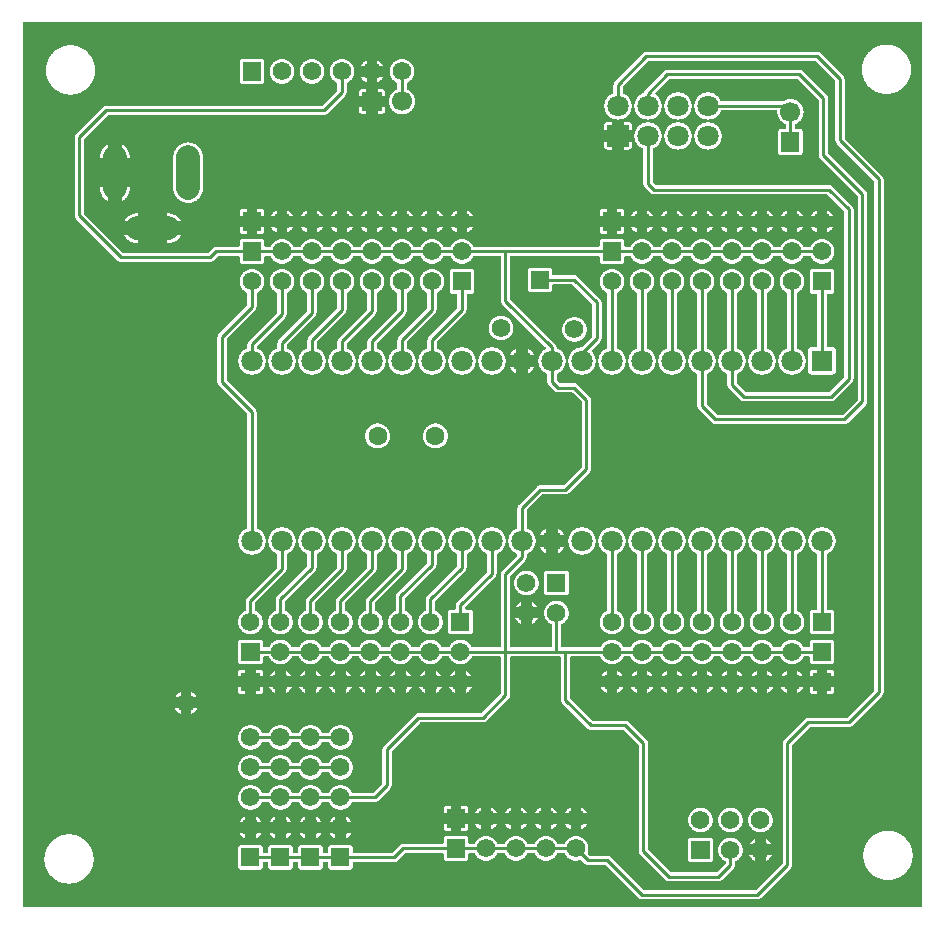
<source format=gbl>
G04 Layer: BottomLayer*
G04 EasyEDA v6.4.7, 2020-10-10T14:28:28+07:00*
G04 52f6a2ab2d5a4f67a95d22fe1a878f29,10*
G04 Gerber Generator version 0.2*
G04 Scale: 100 percent, Rotated: No, Reflected: No *
G04 Dimensions in millimeters *
G04 leading zeros omitted , absolute positions ,3 integer and 3 decimal *
%FSLAX33Y33*%
%MOMM*%
G90*
D02*

%ADD10C,0.254000*%
%ADD16C,1.575003*%
%ADD17R,1.574800X1.574800*%
%ADD18C,1.574800*%
%ADD19C,1.599997*%
%ADD20C,1.799996*%
%ADD21R,1.799996X1.799996*%
%ADD22R,1.574800X1.699997*%
%ADD23C,1.699997*%
%ADD25C,1.999996*%

%LPD*%
G36*
G01X76349Y75181D02*
G01X358Y75181D01*
G01X343Y75180D01*
G01X329Y75177D01*
G01X315Y75172D01*
G01X303Y75165D01*
G01X291Y75156D01*
G01X281Y75146D01*
G01X272Y75134D01*
G01X265Y75122D01*
G01X260Y75108D01*
G01X257Y75094D01*
G01X256Y75079D01*
G01X256Y358D01*
G01X257Y343D01*
G01X260Y329D01*
G01X265Y315D01*
G01X272Y303D01*
G01X281Y291D01*
G01X291Y281D01*
G01X303Y272D01*
G01X315Y265D01*
G01X329Y260D01*
G01X343Y257D01*
G01X358Y256D01*
G01X76349Y256D01*
G01X76364Y257D01*
G01X76378Y260D01*
G01X76392Y265D01*
G01X76404Y272D01*
G01X76416Y281D01*
G01X76426Y291D01*
G01X76435Y303D01*
G01X76442Y315D01*
G01X76447Y329D01*
G01X76450Y343D01*
G01X76451Y358D01*
G01X76451Y75079D01*
G01X76450Y75094D01*
G01X76447Y75108D01*
G01X76442Y75122D01*
G01X76435Y75134D01*
G01X76426Y75146D01*
G01X76416Y75156D01*
G01X76404Y75165D01*
G01X76392Y75172D01*
G01X76378Y75177D01*
G01X76364Y75180D01*
G01X76349Y75181D01*
G37*

%LPC*%
G36*
G01X27351Y72035D02*
G01X27305Y72036D01*
G01X27258Y72035D01*
G01X27211Y72032D01*
G01X27164Y72027D01*
G01X27118Y72020D01*
G01X27072Y72010D01*
G01X27027Y71999D01*
G01X26982Y71985D01*
G01X26938Y71970D01*
G01X26894Y71952D01*
G01X26852Y71933D01*
G01X26810Y71912D01*
G01X26769Y71889D01*
G01X26729Y71864D01*
G01X26691Y71837D01*
G01X26654Y71809D01*
G01X26618Y71779D01*
G01X26583Y71747D01*
G01X26550Y71714D01*
G01X26518Y71679D01*
G01X26488Y71643D01*
G01X26460Y71606D01*
G01X26433Y71568D01*
G01X26408Y71528D01*
G01X26385Y71487D01*
G01X26364Y71445D01*
G01X26345Y71403D01*
G01X26327Y71359D01*
G01X26312Y71315D01*
G01X26298Y71270D01*
G01X26287Y71225D01*
G01X26277Y71179D01*
G01X26270Y71133D01*
G01X26265Y71086D01*
G01X26262Y71039D01*
G01X26261Y70993D01*
G01X26262Y70945D01*
G01X26265Y70898D01*
G01X26270Y70851D01*
G01X26278Y70804D01*
G01X26287Y70758D01*
G01X26299Y70712D01*
G01X26313Y70667D01*
G01X26328Y70622D01*
G01X26346Y70578D01*
G01X26366Y70535D01*
G01X26388Y70493D01*
G01X26411Y70452D01*
G01X26437Y70412D01*
G01X26464Y70373D01*
G01X26493Y70336D01*
G01X26523Y70300D01*
G01X26556Y70265D01*
G01X26589Y70232D01*
G01X26625Y70200D01*
G01X26661Y70170D01*
G01X26699Y70142D01*
G01X26738Y70115D01*
G01X26779Y70091D01*
G01X26820Y70068D01*
G01X26862Y70047D01*
G01X26875Y70040D01*
G01X26886Y70031D01*
G01X26897Y70021D01*
G01X26905Y70009D01*
G01X26912Y69997D01*
G01X26917Y69983D01*
G01X26920Y69969D01*
G01X26921Y69955D01*
G01X26921Y69415D01*
G01X26920Y69400D01*
G01X26916Y69384D01*
G01X26910Y69369D01*
G01X26902Y69356D01*
G01X26891Y69344D01*
G01X25651Y68104D01*
G01X25639Y68093D01*
G01X25626Y68085D01*
G01X25611Y68079D01*
G01X25595Y68075D01*
G01X25580Y68074D01*
G01X7366Y68074D01*
G01X7335Y68073D01*
G01X7306Y68069D01*
G01X7276Y68063D01*
G01X7247Y68055D01*
G01X7219Y68045D01*
G01X7191Y68032D01*
G01X7165Y68018D01*
G01X7140Y68001D01*
G01X7116Y67982D01*
G01X7094Y67962D01*
G01X4808Y65676D01*
G01X4788Y65654D01*
G01X4769Y65630D01*
G01X4752Y65605D01*
G01X4738Y65579D01*
G01X4725Y65551D01*
G01X4715Y65523D01*
G01X4707Y65494D01*
G01X4701Y65464D01*
G01X4697Y65435D01*
G01X4696Y65405D01*
G01X4696Y58801D01*
G01X4697Y58770D01*
G01X4701Y58741D01*
G01X4707Y58711D01*
G01X4715Y58682D01*
G01X4725Y58654D01*
G01X4738Y58626D01*
G01X4752Y58600D01*
G01X4769Y58575D01*
G01X4788Y58551D01*
G01X4808Y58529D01*
G01X8364Y54973D01*
G01X8386Y54953D01*
G01X8410Y54934D01*
G01X8435Y54917D01*
G01X8461Y54903D01*
G01X8489Y54890D01*
G01X8517Y54880D01*
G01X8546Y54872D01*
G01X8576Y54866D01*
G01X8605Y54862D01*
G01X8636Y54861D01*
G01X16129Y54861D01*
G01X16159Y54862D01*
G01X16188Y54866D01*
G01X16218Y54872D01*
G01X16247Y54880D01*
G01X16275Y54890D01*
G01X16303Y54903D01*
G01X16329Y54917D01*
G01X16354Y54934D01*
G01X16378Y54953D01*
G01X16400Y54973D01*
G01X16766Y55339D01*
G01X16778Y55350D01*
G01X16791Y55358D01*
G01X16806Y55364D01*
G01X16822Y55368D01*
G01X16837Y55369D01*
G01X18539Y55369D01*
G01X18553Y55368D01*
G01X18568Y55365D01*
G01X18581Y55360D01*
G01X18594Y55353D01*
G01X18605Y55344D01*
G01X18616Y55334D01*
G01X18624Y55322D01*
G01X18631Y55310D01*
G01X18636Y55296D01*
G01X18640Y55282D01*
G01X18641Y55267D01*
G01X18641Y54965D01*
G01X18642Y54941D01*
G01X18645Y54918D01*
G01X18650Y54895D01*
G01X18658Y54872D01*
G01X18667Y54851D01*
G01X18679Y54830D01*
G01X18692Y54810D01*
G01X18708Y54792D01*
G01X18724Y54776D01*
G01X18742Y54760D01*
G01X18762Y54747D01*
G01X18783Y54735D01*
G01X18804Y54726D01*
G01X18827Y54718D01*
G01X18850Y54713D01*
G01X18873Y54710D01*
G01X18897Y54709D01*
G01X20472Y54709D01*
G01X20496Y54710D01*
G01X20519Y54713D01*
G01X20542Y54718D01*
G01X20565Y54726D01*
G01X20586Y54735D01*
G01X20607Y54747D01*
G01X20627Y54760D01*
G01X20645Y54776D01*
G01X20661Y54792D01*
G01X20677Y54810D01*
G01X20690Y54830D01*
G01X20702Y54851D01*
G01X20711Y54872D01*
G01X20719Y54895D01*
G01X20724Y54918D01*
G01X20727Y54941D01*
G01X20728Y54965D01*
G01X20728Y55267D01*
G01X20729Y55282D01*
G01X20733Y55296D01*
G01X20738Y55310D01*
G01X20745Y55322D01*
G01X20753Y55334D01*
G01X20764Y55344D01*
G01X20775Y55353D01*
G01X20788Y55360D01*
G01X20801Y55365D01*
G01X20816Y55368D01*
G01X20830Y55369D01*
G01X21187Y55369D01*
G01X21201Y55368D01*
G01X21215Y55365D01*
G01X21229Y55360D01*
G01X21241Y55353D01*
G01X21253Y55345D01*
G01X21263Y55334D01*
G01X21272Y55323D01*
G01X21279Y55310D01*
G01X21300Y55268D01*
G01X21323Y55227D01*
G01X21347Y55186D01*
G01X21374Y55147D01*
G01X21402Y55109D01*
G01X21432Y55073D01*
G01X21464Y55037D01*
G01X21497Y55004D01*
G01X21532Y54971D01*
G01X21568Y54941D01*
G01X21605Y54912D01*
G01X21644Y54885D01*
G01X21684Y54859D01*
G01X21725Y54836D01*
G01X21767Y54814D01*
G01X21810Y54794D01*
G01X21854Y54776D01*
G01X21899Y54761D01*
G01X21944Y54747D01*
G01X21990Y54735D01*
G01X22036Y54726D01*
G01X22083Y54718D01*
G01X22130Y54713D01*
G01X22177Y54710D01*
G01X22225Y54709D01*
G01X22272Y54710D01*
G01X22319Y54713D01*
G01X22366Y54718D01*
G01X22413Y54726D01*
G01X22459Y54735D01*
G01X22505Y54747D01*
G01X22550Y54761D01*
G01X22595Y54776D01*
G01X22639Y54794D01*
G01X22682Y54814D01*
G01X22724Y54836D01*
G01X22765Y54859D01*
G01X22805Y54885D01*
G01X22844Y54912D01*
G01X22881Y54941D01*
G01X22917Y54971D01*
G01X22952Y55004D01*
G01X22985Y55037D01*
G01X23017Y55073D01*
G01X23047Y55109D01*
G01X23075Y55147D01*
G01X23102Y55186D01*
G01X23126Y55227D01*
G01X23149Y55268D01*
G01X23170Y55310D01*
G01X23177Y55323D01*
G01X23186Y55334D01*
G01X23196Y55345D01*
G01X23208Y55353D01*
G01X23220Y55360D01*
G01X23234Y55365D01*
G01X23248Y55368D01*
G01X23262Y55369D01*
G01X23727Y55369D01*
G01X23741Y55368D01*
G01X23755Y55365D01*
G01X23769Y55360D01*
G01X23781Y55353D01*
G01X23793Y55345D01*
G01X23803Y55334D01*
G01X23812Y55323D01*
G01X23819Y55310D01*
G01X23840Y55268D01*
G01X23863Y55227D01*
G01X23887Y55186D01*
G01X23914Y55147D01*
G01X23942Y55109D01*
G01X23972Y55073D01*
G01X24004Y55037D01*
G01X24037Y55004D01*
G01X24072Y54971D01*
G01X24108Y54941D01*
G01X24145Y54912D01*
G01X24184Y54885D01*
G01X24224Y54859D01*
G01X24265Y54836D01*
G01X24307Y54814D01*
G01X24350Y54794D01*
G01X24394Y54776D01*
G01X24439Y54761D01*
G01X24484Y54747D01*
G01X24530Y54735D01*
G01X24576Y54726D01*
G01X24623Y54718D01*
G01X24670Y54713D01*
G01X24717Y54710D01*
G01X24765Y54709D01*
G01X24812Y54710D01*
G01X24859Y54713D01*
G01X24906Y54718D01*
G01X24953Y54726D01*
G01X24999Y54735D01*
G01X25045Y54747D01*
G01X25090Y54761D01*
G01X25135Y54776D01*
G01X25179Y54794D01*
G01X25222Y54814D01*
G01X25264Y54836D01*
G01X25305Y54859D01*
G01X25345Y54885D01*
G01X25384Y54912D01*
G01X25421Y54941D01*
G01X25457Y54971D01*
G01X25492Y55004D01*
G01X25525Y55037D01*
G01X25557Y55073D01*
G01X25587Y55109D01*
G01X25615Y55147D01*
G01X25642Y55186D01*
G01X25666Y55227D01*
G01X25689Y55268D01*
G01X25710Y55310D01*
G01X25717Y55323D01*
G01X25726Y55334D01*
G01X25736Y55345D01*
G01X25748Y55353D01*
G01X25760Y55360D01*
G01X25774Y55365D01*
G01X25788Y55368D01*
G01X25802Y55369D01*
G01X26267Y55369D01*
G01X26281Y55368D01*
G01X26295Y55365D01*
G01X26309Y55360D01*
G01X26321Y55353D01*
G01X26333Y55345D01*
G01X26343Y55334D01*
G01X26352Y55323D01*
G01X26359Y55310D01*
G01X26380Y55268D01*
G01X26403Y55227D01*
G01X26427Y55186D01*
G01X26454Y55147D01*
G01X26482Y55109D01*
G01X26512Y55073D01*
G01X26544Y55037D01*
G01X26577Y55004D01*
G01X26612Y54971D01*
G01X26648Y54941D01*
G01X26685Y54912D01*
G01X26724Y54885D01*
G01X26764Y54859D01*
G01X26805Y54836D01*
G01X26847Y54814D01*
G01X26890Y54794D01*
G01X26934Y54776D01*
G01X26979Y54761D01*
G01X27024Y54747D01*
G01X27070Y54735D01*
G01X27116Y54726D01*
G01X27163Y54718D01*
G01X27210Y54713D01*
G01X27257Y54710D01*
G01X27305Y54709D01*
G01X27352Y54710D01*
G01X27399Y54713D01*
G01X27446Y54718D01*
G01X27493Y54726D01*
G01X27539Y54735D01*
G01X27585Y54747D01*
G01X27630Y54761D01*
G01X27675Y54776D01*
G01X27719Y54794D01*
G01X27762Y54814D01*
G01X27804Y54836D01*
G01X27845Y54859D01*
G01X27885Y54885D01*
G01X27924Y54912D01*
G01X27961Y54941D01*
G01X27997Y54971D01*
G01X28032Y55004D01*
G01X28065Y55037D01*
G01X28097Y55073D01*
G01X28127Y55109D01*
G01X28155Y55147D01*
G01X28182Y55186D01*
G01X28206Y55227D01*
G01X28229Y55268D01*
G01X28250Y55310D01*
G01X28257Y55323D01*
G01X28266Y55334D01*
G01X28276Y55345D01*
G01X28288Y55353D01*
G01X28300Y55360D01*
G01X28314Y55365D01*
G01X28328Y55368D01*
G01X28342Y55369D01*
G01X28807Y55369D01*
G01X28821Y55368D01*
G01X28835Y55365D01*
G01X28849Y55360D01*
G01X28861Y55353D01*
G01X28873Y55345D01*
G01X28883Y55334D01*
G01X28892Y55323D01*
G01X28899Y55310D01*
G01X28920Y55268D01*
G01X28943Y55227D01*
G01X28967Y55186D01*
G01X28994Y55147D01*
G01X29022Y55109D01*
G01X29052Y55073D01*
G01X29084Y55037D01*
G01X29117Y55004D01*
G01X29152Y54971D01*
G01X29188Y54941D01*
G01X29225Y54912D01*
G01X29264Y54885D01*
G01X29304Y54859D01*
G01X29345Y54836D01*
G01X29387Y54814D01*
G01X29430Y54794D01*
G01X29474Y54776D01*
G01X29519Y54761D01*
G01X29564Y54747D01*
G01X29610Y54735D01*
G01X29656Y54726D01*
G01X29703Y54718D01*
G01X29750Y54713D01*
G01X29797Y54710D01*
G01X29845Y54709D01*
G01X29892Y54710D01*
G01X29939Y54713D01*
G01X29986Y54718D01*
G01X30033Y54726D01*
G01X30079Y54735D01*
G01X30125Y54747D01*
G01X30170Y54761D01*
G01X30215Y54776D01*
G01X30259Y54794D01*
G01X30302Y54814D01*
G01X30344Y54836D01*
G01X30385Y54859D01*
G01X30425Y54885D01*
G01X30464Y54912D01*
G01X30501Y54941D01*
G01X30537Y54971D01*
G01X30572Y55004D01*
G01X30605Y55037D01*
G01X30637Y55073D01*
G01X30667Y55109D01*
G01X30695Y55147D01*
G01X30722Y55186D01*
G01X30746Y55227D01*
G01X30769Y55268D01*
G01X30790Y55310D01*
G01X30797Y55323D01*
G01X30806Y55334D01*
G01X30816Y55345D01*
G01X30828Y55353D01*
G01X30840Y55360D01*
G01X30854Y55365D01*
G01X30868Y55368D01*
G01X30882Y55369D01*
G01X31347Y55369D01*
G01X31361Y55368D01*
G01X31375Y55365D01*
G01X31389Y55360D01*
G01X31401Y55353D01*
G01X31413Y55345D01*
G01X31423Y55334D01*
G01X31432Y55323D01*
G01X31439Y55310D01*
G01X31460Y55268D01*
G01X31483Y55227D01*
G01X31507Y55186D01*
G01X31534Y55147D01*
G01X31562Y55109D01*
G01X31592Y55073D01*
G01X31624Y55037D01*
G01X31657Y55004D01*
G01X31692Y54971D01*
G01X31728Y54941D01*
G01X31765Y54912D01*
G01X31804Y54885D01*
G01X31844Y54859D01*
G01X31885Y54836D01*
G01X31927Y54814D01*
G01X31970Y54794D01*
G01X32014Y54776D01*
G01X32059Y54761D01*
G01X32104Y54747D01*
G01X32150Y54735D01*
G01X32196Y54726D01*
G01X32243Y54718D01*
G01X32290Y54713D01*
G01X32337Y54710D01*
G01X32385Y54709D01*
G01X32432Y54710D01*
G01X32479Y54713D01*
G01X32526Y54718D01*
G01X32573Y54726D01*
G01X32619Y54735D01*
G01X32665Y54747D01*
G01X32710Y54761D01*
G01X32755Y54776D01*
G01X32799Y54794D01*
G01X32842Y54814D01*
G01X32884Y54836D01*
G01X32925Y54859D01*
G01X32965Y54885D01*
G01X33004Y54912D01*
G01X33041Y54941D01*
G01X33077Y54971D01*
G01X33112Y55004D01*
G01X33145Y55037D01*
G01X33177Y55073D01*
G01X33207Y55109D01*
G01X33235Y55147D01*
G01X33262Y55186D01*
G01X33286Y55227D01*
G01X33309Y55268D01*
G01X33330Y55310D01*
G01X33337Y55323D01*
G01X33346Y55334D01*
G01X33356Y55345D01*
G01X33368Y55353D01*
G01X33380Y55360D01*
G01X33394Y55365D01*
G01X33408Y55368D01*
G01X33422Y55369D01*
G01X33887Y55369D01*
G01X33901Y55368D01*
G01X33915Y55365D01*
G01X33929Y55360D01*
G01X33941Y55353D01*
G01X33953Y55345D01*
G01X33963Y55334D01*
G01X33972Y55323D01*
G01X33979Y55310D01*
G01X34000Y55268D01*
G01X34023Y55227D01*
G01X34047Y55186D01*
G01X34074Y55147D01*
G01X34102Y55109D01*
G01X34132Y55073D01*
G01X34164Y55037D01*
G01X34197Y55004D01*
G01X34232Y54971D01*
G01X34268Y54941D01*
G01X34305Y54912D01*
G01X34344Y54885D01*
G01X34384Y54859D01*
G01X34425Y54836D01*
G01X34467Y54814D01*
G01X34510Y54794D01*
G01X34554Y54776D01*
G01X34599Y54761D01*
G01X34644Y54747D01*
G01X34690Y54735D01*
G01X34736Y54726D01*
G01X34783Y54718D01*
G01X34830Y54713D01*
G01X34877Y54710D01*
G01X34925Y54709D01*
G01X34972Y54710D01*
G01X35019Y54713D01*
G01X35066Y54718D01*
G01X35113Y54726D01*
G01X35159Y54735D01*
G01X35205Y54747D01*
G01X35250Y54761D01*
G01X35295Y54776D01*
G01X35339Y54794D01*
G01X35382Y54814D01*
G01X35424Y54836D01*
G01X35465Y54859D01*
G01X35505Y54885D01*
G01X35544Y54912D01*
G01X35581Y54941D01*
G01X35617Y54971D01*
G01X35652Y55004D01*
G01X35685Y55037D01*
G01X35717Y55073D01*
G01X35747Y55109D01*
G01X35775Y55147D01*
G01X35802Y55186D01*
G01X35826Y55227D01*
G01X35849Y55268D01*
G01X35870Y55310D01*
G01X35877Y55323D01*
G01X35886Y55334D01*
G01X35896Y55345D01*
G01X35908Y55353D01*
G01X35920Y55360D01*
G01X35934Y55365D01*
G01X35948Y55368D01*
G01X35962Y55369D01*
G01X36427Y55369D01*
G01X36441Y55368D01*
G01X36455Y55365D01*
G01X36469Y55360D01*
G01X36481Y55353D01*
G01X36493Y55345D01*
G01X36503Y55334D01*
G01X36512Y55323D01*
G01X36519Y55310D01*
G01X36540Y55268D01*
G01X36563Y55227D01*
G01X36587Y55186D01*
G01X36614Y55147D01*
G01X36642Y55109D01*
G01X36672Y55073D01*
G01X36704Y55037D01*
G01X36737Y55004D01*
G01X36772Y54971D01*
G01X36808Y54941D01*
G01X36845Y54912D01*
G01X36884Y54885D01*
G01X36924Y54859D01*
G01X36965Y54836D01*
G01X37007Y54814D01*
G01X37050Y54794D01*
G01X37094Y54776D01*
G01X37139Y54761D01*
G01X37184Y54747D01*
G01X37230Y54735D01*
G01X37276Y54726D01*
G01X37323Y54718D01*
G01X37370Y54713D01*
G01X37417Y54710D01*
G01X37465Y54709D01*
G01X37512Y54710D01*
G01X37559Y54713D01*
G01X37606Y54718D01*
G01X37653Y54726D01*
G01X37699Y54735D01*
G01X37745Y54747D01*
G01X37790Y54761D01*
G01X37835Y54776D01*
G01X37879Y54794D01*
G01X37922Y54814D01*
G01X37964Y54836D01*
G01X38005Y54859D01*
G01X38045Y54885D01*
G01X38084Y54912D01*
G01X38121Y54941D01*
G01X38157Y54971D01*
G01X38192Y55004D01*
G01X38225Y55037D01*
G01X38257Y55073D01*
G01X38287Y55109D01*
G01X38315Y55147D01*
G01X38342Y55186D01*
G01X38366Y55227D01*
G01X38389Y55268D01*
G01X38410Y55310D01*
G01X38417Y55323D01*
G01X38426Y55334D01*
G01X38436Y55345D01*
G01X38448Y55353D01*
G01X38460Y55360D01*
G01X38474Y55365D01*
G01X38488Y55368D01*
G01X38502Y55369D01*
G01X40662Y55369D01*
G01X40677Y55368D01*
G01X40691Y55365D01*
G01X40705Y55360D01*
G01X40717Y55353D01*
G01X40729Y55344D01*
G01X40739Y55334D01*
G01X40748Y55322D01*
G01X40755Y55310D01*
G01X40760Y55296D01*
G01X40763Y55282D01*
G01X40764Y55267D01*
G01X40764Y51562D01*
G01X40765Y51531D01*
G01X40769Y51502D01*
G01X40775Y51472D01*
G01X40783Y51443D01*
G01X40793Y51415D01*
G01X40806Y51387D01*
G01X40820Y51361D01*
G01X40837Y51336D01*
G01X40856Y51312D01*
G01X40876Y51290D01*
G01X44525Y47642D01*
G01X44535Y47629D01*
G01X44544Y47616D01*
G01X44550Y47601D01*
G01X44553Y47586D01*
G01X44555Y47570D01*
G01X44554Y47555D01*
G01X44550Y47540D01*
G01X44545Y47526D01*
G01X44537Y47513D01*
G01X44528Y47501D01*
G01X44517Y47490D01*
G01X44504Y47482D01*
G01X44461Y47456D01*
G01X44419Y47428D01*
G01X44379Y47398D01*
G01X44340Y47366D01*
G01X44302Y47333D01*
G01X44265Y47298D01*
G01X44231Y47262D01*
G01X44198Y47224D01*
G01X44166Y47184D01*
G01X44136Y47144D01*
G01X44108Y47102D01*
G01X44082Y47059D01*
G01X44058Y47015D01*
G01X44036Y46969D01*
G01X44016Y46923D01*
G01X43997Y46876D01*
G01X43981Y46829D01*
G01X43967Y46780D01*
G01X43955Y46731D01*
G01X43945Y46682D01*
G01X43938Y46632D01*
G01X43932Y46582D01*
G01X43929Y46532D01*
G01X43928Y46482D01*
G01X43929Y46433D01*
G01X43932Y46385D01*
G01X43937Y46336D01*
G01X43944Y46288D01*
G01X43953Y46241D01*
G01X43964Y46193D01*
G01X43977Y46147D01*
G01X44009Y46055D01*
G01X44028Y46010D01*
G01X44049Y45966D01*
G01X44072Y45923D01*
G01X44096Y45881D01*
G01X44122Y45840D01*
G01X44150Y45801D01*
G01X44179Y45762D01*
G01X44210Y45725D01*
G01X44242Y45689D01*
G01X44276Y45654D01*
G01X44312Y45621D01*
G01X44349Y45589D01*
G01X44387Y45559D01*
G01X44426Y45531D01*
G01X44467Y45504D01*
G01X44508Y45479D01*
G01X44551Y45456D01*
G01X44594Y45434D01*
G01X44639Y45414D01*
G01X44652Y45408D01*
G01X44664Y45399D01*
G01X44675Y45389D01*
G01X44684Y45377D01*
G01X44691Y45364D01*
G01X44697Y45350D01*
G01X44700Y45336D01*
G01X44701Y45321D01*
G01X44701Y44704D01*
G01X44702Y44673D01*
G01X44706Y44644D01*
G01X44712Y44614D01*
G01X44720Y44585D01*
G01X44730Y44557D01*
G01X44743Y44529D01*
G01X44757Y44503D01*
G01X44774Y44478D01*
G01X44793Y44454D01*
G01X44813Y44432D01*
G01X45321Y43924D01*
G01X45343Y43904D01*
G01X45367Y43885D01*
G01X45392Y43868D01*
G01X45418Y43854D01*
G01X45446Y43841D01*
G01X45474Y43831D01*
G01X45503Y43823D01*
G01X45533Y43817D01*
G01X45562Y43813D01*
G01X45593Y43812D01*
G01X46789Y43812D01*
G01X46804Y43811D01*
G01X46820Y43807D01*
G01X46835Y43801D01*
G01X46848Y43793D01*
G01X46860Y43782D01*
G01X47592Y43050D01*
G01X47603Y43038D01*
G01X47611Y43025D01*
G01X47617Y43010D01*
G01X47621Y42994D01*
G01X47622Y42979D01*
G01X47622Y37538D01*
G01X47621Y37523D01*
G01X47617Y37507D01*
G01X47611Y37492D01*
G01X47603Y37479D01*
G01X47592Y37467D01*
G01X46098Y35973D01*
G01X46086Y35962D01*
G01X46073Y35954D01*
G01X46058Y35948D01*
G01X46042Y35944D01*
G01X46027Y35943D01*
G01X44069Y35943D01*
G01X44038Y35942D01*
G01X44009Y35938D01*
G01X43979Y35932D01*
G01X43950Y35924D01*
G01X43922Y35914D01*
G01X43894Y35901D01*
G01X43868Y35887D01*
G01X43843Y35870D01*
G01X43819Y35851D01*
G01X43797Y35831D01*
G01X42273Y34307D01*
G01X42253Y34285D01*
G01X42234Y34261D01*
G01X42217Y34236D01*
G01X42203Y34210D01*
G01X42190Y34182D01*
G01X42180Y34154D01*
G01X42172Y34125D01*
G01X42166Y34095D01*
G01X42162Y34066D01*
G01X42161Y34036D01*
G01X42161Y32402D01*
G01X42160Y32387D01*
G01X42157Y32373D01*
G01X42151Y32359D01*
G01X42144Y32346D01*
G01X42135Y32334D01*
G01X42124Y32324D01*
G01X42112Y32315D01*
G01X42099Y32309D01*
G01X42054Y32289D01*
G01X42011Y32267D01*
G01X41968Y32244D01*
G01X41927Y32219D01*
G01X41886Y32192D01*
G01X41847Y32164D01*
G01X41809Y32134D01*
G01X41772Y32102D01*
G01X41736Y32069D01*
G01X41702Y32034D01*
G01X41670Y31998D01*
G01X41639Y31961D01*
G01X41610Y31922D01*
G01X41582Y31883D01*
G01X41556Y31842D01*
G01X41532Y31800D01*
G01X41509Y31757D01*
G01X41488Y31713D01*
G01X41469Y31668D01*
G01X41453Y31623D01*
G01X41437Y31576D01*
G01X41424Y31530D01*
G01X41413Y31482D01*
G01X41404Y31435D01*
G01X41397Y31387D01*
G01X41392Y31338D01*
G01X41389Y31290D01*
G01X41388Y31242D01*
G01X41389Y31193D01*
G01X41392Y31145D01*
G01X41397Y31096D01*
G01X41404Y31048D01*
G01X41413Y31001D01*
G01X41424Y30953D01*
G01X41437Y30907D01*
G01X41469Y30815D01*
G01X41488Y30770D01*
G01X41509Y30726D01*
G01X41532Y30683D01*
G01X41556Y30641D01*
G01X41582Y30600D01*
G01X41610Y30561D01*
G01X41639Y30522D01*
G01X41670Y30485D01*
G01X41702Y30449D01*
G01X41736Y30414D01*
G01X41772Y30381D01*
G01X41809Y30349D01*
G01X41847Y30319D01*
G01X41886Y30291D01*
G01X41927Y30264D01*
G01X41968Y30239D01*
G01X42011Y30216D01*
G01X42054Y30194D01*
G01X42099Y30174D01*
G01X42112Y30168D01*
G01X42124Y30159D01*
G01X42135Y30149D01*
G01X42144Y30137D01*
G01X42151Y30124D01*
G01X42157Y30110D01*
G01X42160Y30096D01*
G01X42161Y30081D01*
G01X42161Y30045D01*
G01X42160Y30030D01*
G01X42156Y30014D01*
G01X42150Y29999D01*
G01X42142Y29986D01*
G01X42131Y29974D01*
G01X40858Y28701D01*
G01X40838Y28679D01*
G01X40819Y28655D01*
G01X40803Y28630D01*
G01X40788Y28604D01*
G01X40775Y28576D01*
G01X40765Y28548D01*
G01X40757Y28519D01*
G01X40751Y28490D01*
G01X40747Y28460D01*
G01X40746Y28430D01*
G01X40746Y22329D01*
G01X40745Y22314D01*
G01X40742Y22300D01*
G01X40737Y22286D01*
G01X40730Y22274D01*
G01X40721Y22262D01*
G01X40711Y22252D01*
G01X40699Y22243D01*
G01X40687Y22236D01*
G01X40673Y22231D01*
G01X40659Y22228D01*
G01X40644Y22227D01*
G01X38375Y22227D01*
G01X38361Y22228D01*
G01X38347Y22231D01*
G01X38333Y22236D01*
G01X38321Y22243D01*
G01X38309Y22251D01*
G01X38299Y22262D01*
G01X38290Y22273D01*
G01X38283Y22286D01*
G01X38262Y22328D01*
G01X38239Y22369D01*
G01X38215Y22410D01*
G01X38188Y22449D01*
G01X38160Y22487D01*
G01X38130Y22523D01*
G01X38098Y22559D01*
G01X38065Y22592D01*
G01X38030Y22625D01*
G01X37994Y22655D01*
G01X37957Y22684D01*
G01X37918Y22711D01*
G01X37878Y22737D01*
G01X37837Y22760D01*
G01X37795Y22782D01*
G01X37752Y22802D01*
G01X37708Y22820D01*
G01X37663Y22835D01*
G01X37618Y22849D01*
G01X37572Y22861D01*
G01X37526Y22870D01*
G01X37479Y22878D01*
G01X37432Y22883D01*
G01X37385Y22886D01*
G01X37338Y22887D01*
G01X37290Y22886D01*
G01X37243Y22883D01*
G01X37196Y22878D01*
G01X37149Y22870D01*
G01X37103Y22861D01*
G01X37057Y22849D01*
G01X37012Y22835D01*
G01X36967Y22820D01*
G01X36923Y22802D01*
G01X36880Y22782D01*
G01X36838Y22760D01*
G01X36797Y22737D01*
G01X36757Y22711D01*
G01X36718Y22684D01*
G01X36681Y22655D01*
G01X36645Y22625D01*
G01X36610Y22592D01*
G01X36577Y22559D01*
G01X36545Y22523D01*
G01X36515Y22487D01*
G01X36487Y22449D01*
G01X36460Y22410D01*
G01X36436Y22369D01*
G01X36413Y22328D01*
G01X36392Y22286D01*
G01X36385Y22273D01*
G01X36376Y22262D01*
G01X36366Y22251D01*
G01X36354Y22243D01*
G01X36342Y22236D01*
G01X36328Y22231D01*
G01X36314Y22228D01*
G01X36300Y22227D01*
G01X35835Y22227D01*
G01X35821Y22228D01*
G01X35807Y22231D01*
G01X35793Y22236D01*
G01X35781Y22243D01*
G01X35769Y22251D01*
G01X35759Y22262D01*
G01X35750Y22273D01*
G01X35743Y22286D01*
G01X35722Y22328D01*
G01X35699Y22369D01*
G01X35675Y22410D01*
G01X35648Y22449D01*
G01X35620Y22487D01*
G01X35590Y22523D01*
G01X35558Y22559D01*
G01X35525Y22592D01*
G01X35490Y22625D01*
G01X35454Y22655D01*
G01X35417Y22684D01*
G01X35378Y22711D01*
G01X35338Y22737D01*
G01X35297Y22760D01*
G01X35255Y22782D01*
G01X35212Y22802D01*
G01X35168Y22820D01*
G01X35123Y22835D01*
G01X35078Y22849D01*
G01X35032Y22861D01*
G01X34986Y22870D01*
G01X34939Y22878D01*
G01X34892Y22883D01*
G01X34845Y22886D01*
G01X34798Y22887D01*
G01X34750Y22886D01*
G01X34703Y22883D01*
G01X34656Y22878D01*
G01X34609Y22870D01*
G01X34563Y22861D01*
G01X34517Y22849D01*
G01X34472Y22835D01*
G01X34427Y22820D01*
G01X34383Y22802D01*
G01X34340Y22782D01*
G01X34298Y22760D01*
G01X34257Y22737D01*
G01X34217Y22711D01*
G01X34178Y22684D01*
G01X34141Y22655D01*
G01X34105Y22625D01*
G01X34070Y22592D01*
G01X34037Y22559D01*
G01X34005Y22523D01*
G01X33975Y22487D01*
G01X33947Y22449D01*
G01X33920Y22410D01*
G01X33896Y22369D01*
G01X33873Y22328D01*
G01X33852Y22286D01*
G01X33845Y22273D01*
G01X33836Y22262D01*
G01X33826Y22251D01*
G01X33814Y22243D01*
G01X33802Y22236D01*
G01X33788Y22231D01*
G01X33774Y22228D01*
G01X33760Y22227D01*
G01X33295Y22227D01*
G01X33281Y22228D01*
G01X33267Y22231D01*
G01X33253Y22236D01*
G01X33241Y22243D01*
G01X33229Y22251D01*
G01X33219Y22262D01*
G01X33210Y22273D01*
G01X33203Y22286D01*
G01X33182Y22328D01*
G01X33159Y22369D01*
G01X33135Y22410D01*
G01X33108Y22449D01*
G01X33080Y22487D01*
G01X33050Y22523D01*
G01X33018Y22559D01*
G01X32985Y22592D01*
G01X32950Y22625D01*
G01X32914Y22655D01*
G01X32877Y22684D01*
G01X32838Y22711D01*
G01X32798Y22737D01*
G01X32757Y22760D01*
G01X32715Y22782D01*
G01X32672Y22802D01*
G01X32628Y22820D01*
G01X32583Y22835D01*
G01X32538Y22849D01*
G01X32492Y22861D01*
G01X32446Y22870D01*
G01X32399Y22878D01*
G01X32352Y22883D01*
G01X32305Y22886D01*
G01X32258Y22887D01*
G01X32210Y22886D01*
G01X32163Y22883D01*
G01X32116Y22878D01*
G01X32069Y22870D01*
G01X32023Y22861D01*
G01X31977Y22849D01*
G01X31932Y22835D01*
G01X31887Y22820D01*
G01X31843Y22802D01*
G01X31800Y22782D01*
G01X31758Y22760D01*
G01X31717Y22737D01*
G01X31677Y22711D01*
G01X31638Y22684D01*
G01X31601Y22655D01*
G01X31565Y22625D01*
G01X31530Y22592D01*
G01X31497Y22559D01*
G01X31465Y22523D01*
G01X31435Y22487D01*
G01X31407Y22449D01*
G01X31380Y22410D01*
G01X31356Y22369D01*
G01X31333Y22328D01*
G01X31312Y22286D01*
G01X31305Y22273D01*
G01X31296Y22262D01*
G01X31286Y22251D01*
G01X31274Y22243D01*
G01X31262Y22236D01*
G01X31248Y22231D01*
G01X31234Y22228D01*
G01X31220Y22227D01*
G01X30755Y22227D01*
G01X30741Y22228D01*
G01X30727Y22231D01*
G01X30713Y22236D01*
G01X30701Y22243D01*
G01X30689Y22251D01*
G01X30679Y22262D01*
G01X30670Y22273D01*
G01X30663Y22286D01*
G01X30642Y22328D01*
G01X30619Y22369D01*
G01X30595Y22410D01*
G01X30568Y22449D01*
G01X30540Y22487D01*
G01X30510Y22523D01*
G01X30478Y22559D01*
G01X30445Y22592D01*
G01X30410Y22625D01*
G01X30374Y22655D01*
G01X30337Y22684D01*
G01X30298Y22711D01*
G01X30258Y22737D01*
G01X30217Y22760D01*
G01X30175Y22782D01*
G01X30132Y22802D01*
G01X30088Y22820D01*
G01X30043Y22835D01*
G01X29998Y22849D01*
G01X29952Y22861D01*
G01X29906Y22870D01*
G01X29859Y22878D01*
G01X29812Y22883D01*
G01X29765Y22886D01*
G01X29718Y22887D01*
G01X29670Y22886D01*
G01X29623Y22883D01*
G01X29576Y22878D01*
G01X29529Y22870D01*
G01X29483Y22861D01*
G01X29437Y22849D01*
G01X29392Y22835D01*
G01X29347Y22820D01*
G01X29303Y22802D01*
G01X29260Y22782D01*
G01X29218Y22760D01*
G01X29177Y22737D01*
G01X29137Y22711D01*
G01X29098Y22684D01*
G01X29061Y22655D01*
G01X29025Y22625D01*
G01X28990Y22592D01*
G01X28957Y22559D01*
G01X28925Y22523D01*
G01X28895Y22487D01*
G01X28867Y22449D01*
G01X28840Y22410D01*
G01X28816Y22369D01*
G01X28793Y22328D01*
G01X28772Y22286D01*
G01X28765Y22273D01*
G01X28756Y22262D01*
G01X28746Y22251D01*
G01X28734Y22243D01*
G01X28722Y22236D01*
G01X28708Y22231D01*
G01X28694Y22228D01*
G01X28680Y22227D01*
G01X28215Y22227D01*
G01X28201Y22228D01*
G01X28187Y22231D01*
G01X28173Y22236D01*
G01X28161Y22243D01*
G01X28149Y22251D01*
G01X28139Y22262D01*
G01X28130Y22273D01*
G01X28123Y22286D01*
G01X28102Y22328D01*
G01X28079Y22369D01*
G01X28055Y22410D01*
G01X28028Y22449D01*
G01X28000Y22487D01*
G01X27970Y22523D01*
G01X27938Y22559D01*
G01X27905Y22592D01*
G01X27870Y22625D01*
G01X27834Y22655D01*
G01X27797Y22684D01*
G01X27758Y22711D01*
G01X27718Y22737D01*
G01X27677Y22760D01*
G01X27635Y22782D01*
G01X27592Y22802D01*
G01X27548Y22820D01*
G01X27503Y22835D01*
G01X27458Y22849D01*
G01X27412Y22861D01*
G01X27366Y22870D01*
G01X27319Y22878D01*
G01X27272Y22883D01*
G01X27225Y22886D01*
G01X27178Y22887D01*
G01X27130Y22886D01*
G01X27083Y22883D01*
G01X27036Y22878D01*
G01X26989Y22870D01*
G01X26943Y22861D01*
G01X26897Y22849D01*
G01X26852Y22835D01*
G01X26807Y22820D01*
G01X26763Y22802D01*
G01X26720Y22782D01*
G01X26678Y22760D01*
G01X26637Y22737D01*
G01X26597Y22711D01*
G01X26558Y22684D01*
G01X26521Y22655D01*
G01X26485Y22625D01*
G01X26450Y22592D01*
G01X26417Y22559D01*
G01X26385Y22523D01*
G01X26355Y22487D01*
G01X26327Y22449D01*
G01X26300Y22410D01*
G01X26276Y22369D01*
G01X26253Y22328D01*
G01X26232Y22286D01*
G01X26225Y22273D01*
G01X26216Y22262D01*
G01X26206Y22251D01*
G01X26194Y22243D01*
G01X26182Y22236D01*
G01X26168Y22231D01*
G01X26154Y22228D01*
G01X26140Y22227D01*
G01X25675Y22227D01*
G01X25661Y22228D01*
G01X25647Y22231D01*
G01X25633Y22236D01*
G01X25621Y22243D01*
G01X25609Y22251D01*
G01X25599Y22262D01*
G01X25590Y22273D01*
G01X25583Y22286D01*
G01X25562Y22328D01*
G01X25539Y22369D01*
G01X25515Y22410D01*
G01X25488Y22449D01*
G01X25460Y22487D01*
G01X25430Y22523D01*
G01X25398Y22559D01*
G01X25365Y22592D01*
G01X25330Y22625D01*
G01X25294Y22655D01*
G01X25257Y22684D01*
G01X25218Y22711D01*
G01X25178Y22737D01*
G01X25137Y22760D01*
G01X25095Y22782D01*
G01X25052Y22802D01*
G01X25008Y22820D01*
G01X24963Y22835D01*
G01X24918Y22849D01*
G01X24872Y22861D01*
G01X24826Y22870D01*
G01X24779Y22878D01*
G01X24732Y22883D01*
G01X24685Y22886D01*
G01X24638Y22887D01*
G01X24590Y22886D01*
G01X24543Y22883D01*
G01X24496Y22878D01*
G01X24449Y22870D01*
G01X24403Y22861D01*
G01X24357Y22849D01*
G01X24312Y22835D01*
G01X24267Y22820D01*
G01X24223Y22802D01*
G01X24180Y22782D01*
G01X24138Y22760D01*
G01X24097Y22737D01*
G01X24057Y22711D01*
G01X24018Y22684D01*
G01X23981Y22655D01*
G01X23945Y22625D01*
G01X23910Y22592D01*
G01X23877Y22559D01*
G01X23845Y22523D01*
G01X23815Y22487D01*
G01X23787Y22449D01*
G01X23760Y22410D01*
G01X23736Y22369D01*
G01X23713Y22328D01*
G01X23692Y22286D01*
G01X23685Y22273D01*
G01X23676Y22262D01*
G01X23666Y22251D01*
G01X23654Y22243D01*
G01X23642Y22236D01*
G01X23628Y22231D01*
G01X23614Y22228D01*
G01X23600Y22227D01*
G01X23135Y22227D01*
G01X23121Y22228D01*
G01X23107Y22231D01*
G01X23093Y22236D01*
G01X23081Y22243D01*
G01X23069Y22251D01*
G01X23059Y22262D01*
G01X23050Y22273D01*
G01X23043Y22286D01*
G01X23022Y22328D01*
G01X22999Y22369D01*
G01X22975Y22410D01*
G01X22948Y22449D01*
G01X22920Y22487D01*
G01X22890Y22523D01*
G01X22858Y22559D01*
G01X22825Y22592D01*
G01X22790Y22625D01*
G01X22754Y22655D01*
G01X22717Y22684D01*
G01X22678Y22711D01*
G01X22638Y22737D01*
G01X22597Y22760D01*
G01X22555Y22782D01*
G01X22512Y22802D01*
G01X22468Y22820D01*
G01X22423Y22835D01*
G01X22378Y22849D01*
G01X22332Y22861D01*
G01X22286Y22870D01*
G01X22239Y22878D01*
G01X22192Y22883D01*
G01X22145Y22886D01*
G01X22098Y22887D01*
G01X22050Y22886D01*
G01X22003Y22883D01*
G01X21956Y22878D01*
G01X21909Y22870D01*
G01X21863Y22861D01*
G01X21817Y22849D01*
G01X21772Y22835D01*
G01X21727Y22820D01*
G01X21683Y22802D01*
G01X21640Y22782D01*
G01X21598Y22760D01*
G01X21557Y22737D01*
G01X21517Y22711D01*
G01X21478Y22684D01*
G01X21441Y22655D01*
G01X21405Y22625D01*
G01X21370Y22592D01*
G01X21337Y22559D01*
G01X21305Y22523D01*
G01X21275Y22487D01*
G01X21247Y22449D01*
G01X21220Y22410D01*
G01X21196Y22369D01*
G01X21173Y22328D01*
G01X21152Y22286D01*
G01X21145Y22273D01*
G01X21136Y22262D01*
G01X21126Y22251D01*
G01X21114Y22243D01*
G01X21102Y22236D01*
G01X21088Y22231D01*
G01X21074Y22228D01*
G01X21060Y22227D01*
G01X20703Y22227D01*
G01X20689Y22228D01*
G01X20674Y22231D01*
G01X20661Y22236D01*
G01X20648Y22243D01*
G01X20637Y22252D01*
G01X20626Y22262D01*
G01X20618Y22274D01*
G01X20611Y22286D01*
G01X20606Y22300D01*
G01X20602Y22314D01*
G01X20601Y22329D01*
G01X20601Y22631D01*
G01X20600Y22655D01*
G01X20597Y22678D01*
G01X20592Y22701D01*
G01X20584Y22724D01*
G01X20575Y22745D01*
G01X20563Y22766D01*
G01X20550Y22786D01*
G01X20534Y22804D01*
G01X20518Y22820D01*
G01X20500Y22836D01*
G01X20480Y22849D01*
G01X20459Y22861D01*
G01X20438Y22870D01*
G01X20415Y22878D01*
G01X20392Y22883D01*
G01X20369Y22886D01*
G01X20345Y22887D01*
G01X18770Y22887D01*
G01X18746Y22886D01*
G01X18723Y22883D01*
G01X18700Y22878D01*
G01X18677Y22870D01*
G01X18656Y22861D01*
G01X18635Y22849D01*
G01X18615Y22836D01*
G01X18597Y22820D01*
G01X18581Y22804D01*
G01X18565Y22786D01*
G01X18552Y22766D01*
G01X18540Y22745D01*
G01X18531Y22724D01*
G01X18523Y22701D01*
G01X18518Y22678D01*
G01X18515Y22655D01*
G01X18514Y22631D01*
G01X18514Y21056D01*
G01X18515Y21032D01*
G01X18518Y21009D01*
G01X18523Y20986D01*
G01X18531Y20963D01*
G01X18540Y20942D01*
G01X18552Y20921D01*
G01X18565Y20901D01*
G01X18581Y20883D01*
G01X18597Y20867D01*
G01X18615Y20851D01*
G01X18635Y20838D01*
G01X18656Y20826D01*
G01X18677Y20817D01*
G01X18700Y20809D01*
G01X18723Y20804D01*
G01X18746Y20801D01*
G01X18770Y20800D01*
G01X20345Y20800D01*
G01X20369Y20801D01*
G01X20392Y20804D01*
G01X20415Y20809D01*
G01X20438Y20817D01*
G01X20459Y20826D01*
G01X20480Y20838D01*
G01X20500Y20851D01*
G01X20518Y20867D01*
G01X20534Y20883D01*
G01X20550Y20901D01*
G01X20563Y20921D01*
G01X20575Y20942D01*
G01X20584Y20963D01*
G01X20592Y20986D01*
G01X20597Y21009D01*
G01X20600Y21032D01*
G01X20601Y21056D01*
G01X20601Y21358D01*
G01X20602Y21373D01*
G01X20606Y21387D01*
G01X20611Y21401D01*
G01X20618Y21413D01*
G01X20626Y21425D01*
G01X20637Y21435D01*
G01X20648Y21444D01*
G01X20661Y21451D01*
G01X20674Y21456D01*
G01X20689Y21459D01*
G01X20703Y21460D01*
G01X21060Y21460D01*
G01X21074Y21459D01*
G01X21088Y21456D01*
G01X21102Y21451D01*
G01X21114Y21444D01*
G01X21126Y21436D01*
G01X21136Y21425D01*
G01X21145Y21414D01*
G01X21152Y21401D01*
G01X21173Y21359D01*
G01X21196Y21318D01*
G01X21220Y21277D01*
G01X21247Y21238D01*
G01X21275Y21200D01*
G01X21305Y21164D01*
G01X21337Y21128D01*
G01X21370Y21095D01*
G01X21405Y21062D01*
G01X21441Y21032D01*
G01X21478Y21003D01*
G01X21517Y20976D01*
G01X21557Y20950D01*
G01X21598Y20927D01*
G01X21640Y20905D01*
G01X21683Y20885D01*
G01X21727Y20867D01*
G01X21772Y20852D01*
G01X21817Y20838D01*
G01X21863Y20826D01*
G01X21909Y20817D01*
G01X21956Y20809D01*
G01X22003Y20804D01*
G01X22050Y20801D01*
G01X22098Y20800D01*
G01X22145Y20801D01*
G01X22192Y20804D01*
G01X22239Y20809D01*
G01X22286Y20817D01*
G01X22332Y20826D01*
G01X22378Y20838D01*
G01X22423Y20852D01*
G01X22468Y20867D01*
G01X22512Y20885D01*
G01X22555Y20905D01*
G01X22597Y20927D01*
G01X22638Y20950D01*
G01X22678Y20976D01*
G01X22717Y21003D01*
G01X22754Y21032D01*
G01X22790Y21062D01*
G01X22825Y21095D01*
G01X22858Y21128D01*
G01X22890Y21164D01*
G01X22920Y21200D01*
G01X22948Y21238D01*
G01X22975Y21277D01*
G01X22999Y21318D01*
G01X23022Y21359D01*
G01X23043Y21401D01*
G01X23050Y21414D01*
G01X23059Y21425D01*
G01X23069Y21436D01*
G01X23081Y21444D01*
G01X23093Y21451D01*
G01X23107Y21456D01*
G01X23121Y21459D01*
G01X23135Y21460D01*
G01X23600Y21460D01*
G01X23614Y21459D01*
G01X23628Y21456D01*
G01X23642Y21451D01*
G01X23654Y21444D01*
G01X23666Y21436D01*
G01X23676Y21425D01*
G01X23685Y21414D01*
G01X23692Y21401D01*
G01X23713Y21359D01*
G01X23736Y21318D01*
G01X23760Y21277D01*
G01X23787Y21238D01*
G01X23815Y21200D01*
G01X23845Y21164D01*
G01X23877Y21128D01*
G01X23910Y21095D01*
G01X23945Y21062D01*
G01X23981Y21032D01*
G01X24018Y21003D01*
G01X24057Y20976D01*
G01X24097Y20950D01*
G01X24138Y20927D01*
G01X24180Y20905D01*
G01X24223Y20885D01*
G01X24267Y20867D01*
G01X24312Y20852D01*
G01X24357Y20838D01*
G01X24403Y20826D01*
G01X24449Y20817D01*
G01X24496Y20809D01*
G01X24543Y20804D01*
G01X24590Y20801D01*
G01X24638Y20800D01*
G01X24685Y20801D01*
G01X24732Y20804D01*
G01X24779Y20809D01*
G01X24826Y20817D01*
G01X24872Y20826D01*
G01X24918Y20838D01*
G01X24963Y20852D01*
G01X25008Y20867D01*
G01X25052Y20885D01*
G01X25095Y20905D01*
G01X25137Y20927D01*
G01X25178Y20950D01*
G01X25218Y20976D01*
G01X25257Y21003D01*
G01X25294Y21032D01*
G01X25330Y21062D01*
G01X25365Y21095D01*
G01X25398Y21128D01*
G01X25430Y21164D01*
G01X25460Y21200D01*
G01X25488Y21238D01*
G01X25515Y21277D01*
G01X25539Y21318D01*
G01X25562Y21359D01*
G01X25583Y21401D01*
G01X25590Y21414D01*
G01X25599Y21425D01*
G01X25609Y21436D01*
G01X25621Y21444D01*
G01X25633Y21451D01*
G01X25647Y21456D01*
G01X25661Y21459D01*
G01X25675Y21460D01*
G01X26140Y21460D01*
G01X26154Y21459D01*
G01X26168Y21456D01*
G01X26182Y21451D01*
G01X26194Y21444D01*
G01X26206Y21436D01*
G01X26216Y21425D01*
G01X26225Y21414D01*
G01X26232Y21401D01*
G01X26253Y21359D01*
G01X26276Y21318D01*
G01X26300Y21277D01*
G01X26327Y21238D01*
G01X26355Y21200D01*
G01X26385Y21164D01*
G01X26417Y21128D01*
G01X26450Y21095D01*
G01X26485Y21062D01*
G01X26521Y21032D01*
G01X26558Y21003D01*
G01X26597Y20976D01*
G01X26637Y20950D01*
G01X26678Y20927D01*
G01X26720Y20905D01*
G01X26763Y20885D01*
G01X26807Y20867D01*
G01X26852Y20852D01*
G01X26897Y20838D01*
G01X26943Y20826D01*
G01X26989Y20817D01*
G01X27036Y20809D01*
G01X27083Y20804D01*
G01X27130Y20801D01*
G01X27178Y20800D01*
G01X27225Y20801D01*
G01X27272Y20804D01*
G01X27319Y20809D01*
G01X27366Y20817D01*
G01X27412Y20826D01*
G01X27458Y20838D01*
G01X27503Y20852D01*
G01X27548Y20867D01*
G01X27592Y20885D01*
G01X27635Y20905D01*
G01X27677Y20927D01*
G01X27718Y20950D01*
G01X27758Y20976D01*
G01X27797Y21003D01*
G01X27834Y21032D01*
G01X27870Y21062D01*
G01X27905Y21095D01*
G01X27938Y21128D01*
G01X27970Y21164D01*
G01X28000Y21200D01*
G01X28028Y21238D01*
G01X28055Y21277D01*
G01X28079Y21318D01*
G01X28102Y21359D01*
G01X28123Y21401D01*
G01X28130Y21414D01*
G01X28139Y21425D01*
G01X28149Y21436D01*
G01X28161Y21444D01*
G01X28173Y21451D01*
G01X28187Y21456D01*
G01X28201Y21459D01*
G01X28215Y21460D01*
G01X28680Y21460D01*
G01X28694Y21459D01*
G01X28708Y21456D01*
G01X28722Y21451D01*
G01X28734Y21444D01*
G01X28746Y21436D01*
G01X28756Y21425D01*
G01X28765Y21414D01*
G01X28772Y21401D01*
G01X28793Y21359D01*
G01X28816Y21318D01*
G01X28840Y21277D01*
G01X28867Y21238D01*
G01X28895Y21200D01*
G01X28925Y21164D01*
G01X28957Y21128D01*
G01X28990Y21095D01*
G01X29025Y21062D01*
G01X29061Y21032D01*
G01X29098Y21003D01*
G01X29137Y20976D01*
G01X29177Y20950D01*
G01X29218Y20927D01*
G01X29260Y20905D01*
G01X29303Y20885D01*
G01X29347Y20867D01*
G01X29392Y20852D01*
G01X29437Y20838D01*
G01X29483Y20826D01*
G01X29529Y20817D01*
G01X29576Y20809D01*
G01X29623Y20804D01*
G01X29670Y20801D01*
G01X29718Y20800D01*
G01X29765Y20801D01*
G01X29812Y20804D01*
G01X29859Y20809D01*
G01X29906Y20817D01*
G01X29952Y20826D01*
G01X29998Y20838D01*
G01X30043Y20852D01*
G01X30088Y20867D01*
G01X30132Y20885D01*
G01X30175Y20905D01*
G01X30217Y20927D01*
G01X30258Y20950D01*
G01X30298Y20976D01*
G01X30337Y21003D01*
G01X30374Y21032D01*
G01X30410Y21062D01*
G01X30445Y21095D01*
G01X30478Y21128D01*
G01X30510Y21164D01*
G01X30540Y21200D01*
G01X30568Y21238D01*
G01X30595Y21277D01*
G01X30619Y21318D01*
G01X30642Y21359D01*
G01X30663Y21401D01*
G01X30670Y21414D01*
G01X30679Y21425D01*
G01X30689Y21436D01*
G01X30701Y21444D01*
G01X30713Y21451D01*
G01X30727Y21456D01*
G01X30741Y21459D01*
G01X30755Y21460D01*
G01X31220Y21460D01*
G01X31234Y21459D01*
G01X31248Y21456D01*
G01X31262Y21451D01*
G01X31274Y21444D01*
G01X31286Y21436D01*
G01X31296Y21425D01*
G01X31305Y21414D01*
G01X31312Y21401D01*
G01X31333Y21359D01*
G01X31356Y21318D01*
G01X31380Y21277D01*
G01X31407Y21238D01*
G01X31435Y21200D01*
G01X31465Y21164D01*
G01X31497Y21128D01*
G01X31530Y21095D01*
G01X31565Y21062D01*
G01X31601Y21032D01*
G01X31638Y21003D01*
G01X31677Y20976D01*
G01X31717Y20950D01*
G01X31758Y20927D01*
G01X31800Y20905D01*
G01X31843Y20885D01*
G01X31887Y20867D01*
G01X31932Y20852D01*
G01X31977Y20838D01*
G01X32023Y20826D01*
G01X32069Y20817D01*
G01X32116Y20809D01*
G01X32163Y20804D01*
G01X32210Y20801D01*
G01X32258Y20800D01*
G01X32305Y20801D01*
G01X32352Y20804D01*
G01X32399Y20809D01*
G01X32446Y20817D01*
G01X32492Y20826D01*
G01X32538Y20838D01*
G01X32583Y20852D01*
G01X32628Y20867D01*
G01X32672Y20885D01*
G01X32715Y20905D01*
G01X32757Y20927D01*
G01X32798Y20950D01*
G01X32838Y20976D01*
G01X32877Y21003D01*
G01X32914Y21032D01*
G01X32950Y21062D01*
G01X32985Y21095D01*
G01X33018Y21128D01*
G01X33050Y21164D01*
G01X33080Y21200D01*
G01X33108Y21238D01*
G01X33135Y21277D01*
G01X33159Y21318D01*
G01X33182Y21359D01*
G01X33203Y21401D01*
G01X33210Y21414D01*
G01X33219Y21425D01*
G01X33229Y21436D01*
G01X33241Y21444D01*
G01X33253Y21451D01*
G01X33267Y21456D01*
G01X33281Y21459D01*
G01X33295Y21460D01*
G01X33760Y21460D01*
G01X33774Y21459D01*
G01X33788Y21456D01*
G01X33802Y21451D01*
G01X33814Y21444D01*
G01X33826Y21436D01*
G01X33836Y21425D01*
G01X33845Y21414D01*
G01X33852Y21401D01*
G01X33873Y21359D01*
G01X33896Y21318D01*
G01X33920Y21277D01*
G01X33947Y21238D01*
G01X33975Y21200D01*
G01X34005Y21164D01*
G01X34037Y21128D01*
G01X34070Y21095D01*
G01X34105Y21062D01*
G01X34141Y21032D01*
G01X34178Y21003D01*
G01X34217Y20976D01*
G01X34257Y20950D01*
G01X34298Y20927D01*
G01X34340Y20905D01*
G01X34383Y20885D01*
G01X34427Y20867D01*
G01X34472Y20852D01*
G01X34517Y20838D01*
G01X34563Y20826D01*
G01X34609Y20817D01*
G01X34656Y20809D01*
G01X34703Y20804D01*
G01X34750Y20801D01*
G01X34798Y20800D01*
G01X34845Y20801D01*
G01X34892Y20804D01*
G01X34939Y20809D01*
G01X34986Y20817D01*
G01X35032Y20826D01*
G01X35078Y20838D01*
G01X35123Y20852D01*
G01X35168Y20867D01*
G01X35212Y20885D01*
G01X35255Y20905D01*
G01X35297Y20927D01*
G01X35338Y20950D01*
G01X35378Y20976D01*
G01X35417Y21003D01*
G01X35454Y21032D01*
G01X35490Y21062D01*
G01X35525Y21095D01*
G01X35558Y21128D01*
G01X35590Y21164D01*
G01X35620Y21200D01*
G01X35648Y21238D01*
G01X35675Y21277D01*
G01X35699Y21318D01*
G01X35722Y21359D01*
G01X35743Y21401D01*
G01X35750Y21414D01*
G01X35759Y21425D01*
G01X35769Y21436D01*
G01X35781Y21444D01*
G01X35793Y21451D01*
G01X35807Y21456D01*
G01X35821Y21459D01*
G01X35835Y21460D01*
G01X36300Y21460D01*
G01X36314Y21459D01*
G01X36328Y21456D01*
G01X36342Y21451D01*
G01X36354Y21444D01*
G01X36366Y21436D01*
G01X36376Y21425D01*
G01X36385Y21414D01*
G01X36392Y21401D01*
G01X36413Y21359D01*
G01X36436Y21318D01*
G01X36460Y21277D01*
G01X36487Y21238D01*
G01X36515Y21200D01*
G01X36545Y21164D01*
G01X36577Y21128D01*
G01X36610Y21095D01*
G01X36645Y21062D01*
G01X36681Y21032D01*
G01X36718Y21003D01*
G01X36757Y20976D01*
G01X36797Y20950D01*
G01X36838Y20927D01*
G01X36880Y20905D01*
G01X36923Y20885D01*
G01X36967Y20867D01*
G01X37012Y20852D01*
G01X37057Y20838D01*
G01X37103Y20826D01*
G01X37149Y20817D01*
G01X37196Y20809D01*
G01X37243Y20804D01*
G01X37290Y20801D01*
G01X37338Y20800D01*
G01X37385Y20801D01*
G01X37432Y20804D01*
G01X37479Y20809D01*
G01X37526Y20817D01*
G01X37572Y20826D01*
G01X37618Y20838D01*
G01X37663Y20852D01*
G01X37708Y20867D01*
G01X37752Y20885D01*
G01X37795Y20905D01*
G01X37837Y20927D01*
G01X37878Y20950D01*
G01X37918Y20976D01*
G01X37957Y21003D01*
G01X37994Y21032D01*
G01X38030Y21062D01*
G01X38065Y21095D01*
G01X38098Y21128D01*
G01X38130Y21164D01*
G01X38160Y21200D01*
G01X38188Y21238D01*
G01X38215Y21277D01*
G01X38239Y21318D01*
G01X38262Y21359D01*
G01X38283Y21401D01*
G01X38290Y21414D01*
G01X38299Y21425D01*
G01X38309Y21436D01*
G01X38321Y21444D01*
G01X38333Y21451D01*
G01X38347Y21456D01*
G01X38361Y21459D01*
G01X38375Y21460D01*
G01X40662Y21460D01*
G01X40677Y21459D01*
G01X40691Y21456D01*
G01X40705Y21451D01*
G01X40717Y21444D01*
G01X40729Y21435D01*
G01X40739Y21425D01*
G01X40748Y21413D01*
G01X40755Y21401D01*
G01X40760Y21387D01*
G01X40763Y21373D01*
G01X40764Y21358D01*
G01X40764Y18361D01*
G01X40763Y18346D01*
G01X40759Y18330D01*
G01X40753Y18315D01*
G01X40745Y18302D01*
G01X40734Y18290D01*
G01X39113Y16669D01*
G01X39101Y16658D01*
G01X39088Y16650D01*
G01X39073Y16644D01*
G01X39057Y16640D01*
G01X39042Y16639D01*
G01X33782Y16639D01*
G01X33751Y16638D01*
G01X33722Y16634D01*
G01X33692Y16628D01*
G01X33663Y16620D01*
G01X33635Y16610D01*
G01X33607Y16597D01*
G01X33581Y16583D01*
G01X33556Y16566D01*
G01X33532Y16547D01*
G01X33510Y16527D01*
G01X30843Y13860D01*
G01X30823Y13838D01*
G01X30804Y13814D01*
G01X30787Y13789D01*
G01X30773Y13763D01*
G01X30760Y13735D01*
G01X30750Y13707D01*
G01X30742Y13678D01*
G01X30736Y13648D01*
G01X30732Y13619D01*
G01X30731Y13589D01*
G01X30731Y10741D01*
G01X30730Y10726D01*
G01X30726Y10710D01*
G01X30720Y10695D01*
G01X30712Y10682D01*
G01X30701Y10670D01*
G01X29969Y9938D01*
G01X29957Y9927D01*
G01X29944Y9919D01*
G01X29929Y9913D01*
G01X29913Y9909D01*
G01X29898Y9908D01*
G01X28215Y9908D01*
G01X28201Y9909D01*
G01X28187Y9912D01*
G01X28173Y9917D01*
G01X28161Y9924D01*
G01X28149Y9932D01*
G01X28139Y9943D01*
G01X28130Y9954D01*
G01X28123Y9967D01*
G01X28102Y10009D01*
G01X28079Y10050D01*
G01X28055Y10091D01*
G01X28028Y10130D01*
G01X28000Y10168D01*
G01X27970Y10204D01*
G01X27938Y10240D01*
G01X27905Y10273D01*
G01X27870Y10306D01*
G01X27834Y10336D01*
G01X27797Y10365D01*
G01X27758Y10392D01*
G01X27718Y10418D01*
G01X27677Y10441D01*
G01X27635Y10463D01*
G01X27592Y10483D01*
G01X27548Y10501D01*
G01X27503Y10516D01*
G01X27458Y10530D01*
G01X27412Y10542D01*
G01X27366Y10551D01*
G01X27319Y10559D01*
G01X27272Y10564D01*
G01X27225Y10567D01*
G01X27178Y10568D01*
G01X27130Y10567D01*
G01X27083Y10564D01*
G01X27036Y10559D01*
G01X26989Y10551D01*
G01X26943Y10542D01*
G01X26897Y10530D01*
G01X26852Y10516D01*
G01X26807Y10501D01*
G01X26763Y10483D01*
G01X26720Y10463D01*
G01X26678Y10441D01*
G01X26637Y10418D01*
G01X26597Y10392D01*
G01X26558Y10365D01*
G01X26521Y10336D01*
G01X26485Y10306D01*
G01X26450Y10273D01*
G01X26417Y10240D01*
G01X26385Y10204D01*
G01X26355Y10168D01*
G01X26327Y10130D01*
G01X26300Y10091D01*
G01X26276Y10050D01*
G01X26253Y10009D01*
G01X26232Y9967D01*
G01X26225Y9954D01*
G01X26216Y9943D01*
G01X26206Y9932D01*
G01X26194Y9924D01*
G01X26182Y9917D01*
G01X26168Y9912D01*
G01X26154Y9909D01*
G01X26140Y9908D01*
G01X25675Y9908D01*
G01X25661Y9909D01*
G01X25647Y9912D01*
G01X25633Y9917D01*
G01X25621Y9924D01*
G01X25609Y9932D01*
G01X25599Y9943D01*
G01X25590Y9954D01*
G01X25583Y9967D01*
G01X25562Y10009D01*
G01X25539Y10050D01*
G01X25515Y10091D01*
G01X25488Y10130D01*
G01X25460Y10168D01*
G01X25430Y10204D01*
G01X25398Y10240D01*
G01X25365Y10273D01*
G01X25330Y10306D01*
G01X25294Y10336D01*
G01X25257Y10365D01*
G01X25218Y10392D01*
G01X25178Y10418D01*
G01X25137Y10441D01*
G01X25095Y10463D01*
G01X25052Y10483D01*
G01X25008Y10501D01*
G01X24963Y10516D01*
G01X24918Y10530D01*
G01X24872Y10542D01*
G01X24826Y10551D01*
G01X24779Y10559D01*
G01X24732Y10564D01*
G01X24685Y10567D01*
G01X24638Y10568D01*
G01X24590Y10567D01*
G01X24543Y10564D01*
G01X24496Y10559D01*
G01X24449Y10551D01*
G01X24403Y10542D01*
G01X24357Y10530D01*
G01X24312Y10516D01*
G01X24267Y10501D01*
G01X24223Y10483D01*
G01X24180Y10463D01*
G01X24138Y10441D01*
G01X24097Y10418D01*
G01X24057Y10392D01*
G01X24018Y10365D01*
G01X23981Y10336D01*
G01X23945Y10306D01*
G01X23910Y10273D01*
G01X23877Y10240D01*
G01X23845Y10204D01*
G01X23815Y10168D01*
G01X23787Y10130D01*
G01X23760Y10091D01*
G01X23736Y10050D01*
G01X23713Y10009D01*
G01X23692Y9967D01*
G01X23685Y9954D01*
G01X23676Y9943D01*
G01X23666Y9932D01*
G01X23654Y9924D01*
G01X23642Y9917D01*
G01X23628Y9912D01*
G01X23614Y9909D01*
G01X23600Y9908D01*
G01X23135Y9908D01*
G01X23121Y9909D01*
G01X23107Y9912D01*
G01X23093Y9917D01*
G01X23081Y9924D01*
G01X23069Y9932D01*
G01X23059Y9943D01*
G01X23050Y9954D01*
G01X23043Y9967D01*
G01X23022Y10009D01*
G01X22999Y10050D01*
G01X22975Y10091D01*
G01X22948Y10130D01*
G01X22920Y10168D01*
G01X22890Y10204D01*
G01X22858Y10240D01*
G01X22825Y10273D01*
G01X22790Y10306D01*
G01X22754Y10336D01*
G01X22717Y10365D01*
G01X22678Y10392D01*
G01X22638Y10418D01*
G01X22597Y10441D01*
G01X22555Y10463D01*
G01X22512Y10483D01*
G01X22468Y10501D01*
G01X22423Y10516D01*
G01X22378Y10530D01*
G01X22332Y10542D01*
G01X22286Y10551D01*
G01X22239Y10559D01*
G01X22192Y10564D01*
G01X22145Y10567D01*
G01X22098Y10568D01*
G01X22050Y10567D01*
G01X22003Y10564D01*
G01X21956Y10559D01*
G01X21909Y10551D01*
G01X21863Y10542D01*
G01X21817Y10530D01*
G01X21772Y10516D01*
G01X21727Y10501D01*
G01X21683Y10483D01*
G01X21640Y10463D01*
G01X21598Y10441D01*
G01X21557Y10418D01*
G01X21517Y10392D01*
G01X21478Y10365D01*
G01X21441Y10336D01*
G01X21405Y10306D01*
G01X21370Y10273D01*
G01X21337Y10240D01*
G01X21305Y10204D01*
G01X21275Y10168D01*
G01X21247Y10130D01*
G01X21220Y10091D01*
G01X21196Y10050D01*
G01X21173Y10009D01*
G01X21152Y9967D01*
G01X21145Y9954D01*
G01X21136Y9943D01*
G01X21126Y9932D01*
G01X21114Y9924D01*
G01X21102Y9917D01*
G01X21088Y9912D01*
G01X21074Y9909D01*
G01X21060Y9908D01*
G01X20595Y9908D01*
G01X20581Y9909D01*
G01X20567Y9912D01*
G01X20553Y9917D01*
G01X20541Y9924D01*
G01X20529Y9932D01*
G01X20519Y9943D01*
G01X20510Y9954D01*
G01X20503Y9967D01*
G01X20482Y10009D01*
G01X20459Y10050D01*
G01X20435Y10091D01*
G01X20408Y10130D01*
G01X20380Y10168D01*
G01X20350Y10204D01*
G01X20318Y10240D01*
G01X20285Y10273D01*
G01X20250Y10306D01*
G01X20214Y10336D01*
G01X20177Y10365D01*
G01X20138Y10392D01*
G01X20098Y10418D01*
G01X20057Y10441D01*
G01X20015Y10463D01*
G01X19972Y10483D01*
G01X19928Y10501D01*
G01X19883Y10516D01*
G01X19838Y10530D01*
G01X19792Y10542D01*
G01X19746Y10551D01*
G01X19699Y10559D01*
G01X19652Y10564D01*
G01X19605Y10567D01*
G01X19558Y10568D01*
G01X19511Y10567D01*
G01X19464Y10564D01*
G01X19417Y10559D01*
G01X19371Y10552D01*
G01X19325Y10542D01*
G01X19280Y10531D01*
G01X19235Y10517D01*
G01X19191Y10502D01*
G01X19147Y10484D01*
G01X19105Y10465D01*
G01X19063Y10444D01*
G01X19022Y10421D01*
G01X18982Y10396D01*
G01X18944Y10369D01*
G01X18907Y10341D01*
G01X18871Y10311D01*
G01X18836Y10279D01*
G01X18803Y10246D01*
G01X18771Y10211D01*
G01X18741Y10175D01*
G01X18713Y10138D01*
G01X18686Y10100D01*
G01X18661Y10060D01*
G01X18638Y10019D01*
G01X18617Y9977D01*
G01X18598Y9935D01*
G01X18580Y9891D01*
G01X18565Y9847D01*
G01X18551Y9802D01*
G01X18540Y9757D01*
G01X18530Y9711D01*
G01X18523Y9665D01*
G01X18518Y9618D01*
G01X18515Y9571D01*
G01X18514Y9525D01*
G01X18515Y9478D01*
G01X18518Y9431D01*
G01X18523Y9384D01*
G01X18530Y9338D01*
G01X18540Y9292D01*
G01X18551Y9247D01*
G01X18565Y9202D01*
G01X18580Y9158D01*
G01X18598Y9114D01*
G01X18617Y9072D01*
G01X18638Y9030D01*
G01X18661Y8989D01*
G01X18686Y8949D01*
G01X18713Y8911D01*
G01X18741Y8874D01*
G01X18771Y8838D01*
G01X18803Y8803D01*
G01X18836Y8770D01*
G01X18871Y8738D01*
G01X18907Y8708D01*
G01X18944Y8680D01*
G01X18982Y8653D01*
G01X19022Y8628D01*
G01X19063Y8605D01*
G01X19105Y8584D01*
G01X19147Y8565D01*
G01X19191Y8547D01*
G01X19235Y8532D01*
G01X19280Y8518D01*
G01X19325Y8507D01*
G01X19371Y8497D01*
G01X19417Y8490D01*
G01X19464Y8485D01*
G01X19511Y8482D01*
G01X19558Y8481D01*
G01X19605Y8482D01*
G01X19652Y8485D01*
G01X19699Y8490D01*
G01X19746Y8498D01*
G01X19792Y8507D01*
G01X19838Y8519D01*
G01X19883Y8533D01*
G01X19928Y8548D01*
G01X19972Y8566D01*
G01X20015Y8586D01*
G01X20057Y8608D01*
G01X20098Y8631D01*
G01X20138Y8657D01*
G01X20177Y8684D01*
G01X20214Y8713D01*
G01X20250Y8743D01*
G01X20285Y8776D01*
G01X20318Y8809D01*
G01X20350Y8845D01*
G01X20380Y8881D01*
G01X20408Y8919D01*
G01X20435Y8958D01*
G01X20459Y8999D01*
G01X20482Y9040D01*
G01X20503Y9082D01*
G01X20510Y9095D01*
G01X20519Y9106D01*
G01X20529Y9117D01*
G01X20541Y9125D01*
G01X20553Y9132D01*
G01X20567Y9137D01*
G01X20581Y9140D01*
G01X20595Y9141D01*
G01X21060Y9141D01*
G01X21074Y9140D01*
G01X21088Y9137D01*
G01X21102Y9132D01*
G01X21114Y9125D01*
G01X21126Y9117D01*
G01X21136Y9106D01*
G01X21145Y9095D01*
G01X21152Y9082D01*
G01X21173Y9040D01*
G01X21196Y8999D01*
G01X21220Y8958D01*
G01X21247Y8919D01*
G01X21275Y8881D01*
G01X21305Y8845D01*
G01X21337Y8809D01*
G01X21370Y8776D01*
G01X21405Y8743D01*
G01X21441Y8713D01*
G01X21478Y8684D01*
G01X21517Y8657D01*
G01X21557Y8631D01*
G01X21598Y8608D01*
G01X21640Y8586D01*
G01X21683Y8566D01*
G01X21727Y8548D01*
G01X21772Y8533D01*
G01X21817Y8519D01*
G01X21863Y8507D01*
G01X21909Y8498D01*
G01X21956Y8490D01*
G01X22003Y8485D01*
G01X22050Y8482D01*
G01X22098Y8481D01*
G01X22145Y8482D01*
G01X22192Y8485D01*
G01X22239Y8490D01*
G01X22286Y8498D01*
G01X22332Y8507D01*
G01X22378Y8519D01*
G01X22423Y8533D01*
G01X22468Y8548D01*
G01X22512Y8566D01*
G01X22555Y8586D01*
G01X22597Y8608D01*
G01X22638Y8631D01*
G01X22678Y8657D01*
G01X22717Y8684D01*
G01X22754Y8713D01*
G01X22790Y8743D01*
G01X22825Y8776D01*
G01X22858Y8809D01*
G01X22890Y8845D01*
G01X22920Y8881D01*
G01X22948Y8919D01*
G01X22975Y8958D01*
G01X22999Y8999D01*
G01X23022Y9040D01*
G01X23043Y9082D01*
G01X23050Y9095D01*
G01X23059Y9106D01*
G01X23069Y9117D01*
G01X23081Y9125D01*
G01X23093Y9132D01*
G01X23107Y9137D01*
G01X23121Y9140D01*
G01X23135Y9141D01*
G01X23600Y9141D01*
G01X23614Y9140D01*
G01X23628Y9137D01*
G01X23642Y9132D01*
G01X23654Y9125D01*
G01X23666Y9117D01*
G01X23676Y9106D01*
G01X23685Y9095D01*
G01X23692Y9082D01*
G01X23713Y9040D01*
G01X23736Y8999D01*
G01X23760Y8958D01*
G01X23787Y8919D01*
G01X23815Y8881D01*
G01X23845Y8845D01*
G01X23877Y8809D01*
G01X23910Y8776D01*
G01X23945Y8743D01*
G01X23981Y8713D01*
G01X24018Y8684D01*
G01X24057Y8657D01*
G01X24097Y8631D01*
G01X24138Y8608D01*
G01X24180Y8586D01*
G01X24223Y8566D01*
G01X24267Y8548D01*
G01X24312Y8533D01*
G01X24357Y8519D01*
G01X24403Y8507D01*
G01X24449Y8498D01*
G01X24496Y8490D01*
G01X24543Y8485D01*
G01X24590Y8482D01*
G01X24638Y8481D01*
G01X24685Y8482D01*
G01X24732Y8485D01*
G01X24779Y8490D01*
G01X24826Y8498D01*
G01X24872Y8507D01*
G01X24918Y8519D01*
G01X24963Y8533D01*
G01X25008Y8548D01*
G01X25052Y8566D01*
G01X25095Y8586D01*
G01X25137Y8608D01*
G01X25178Y8631D01*
G01X25218Y8657D01*
G01X25257Y8684D01*
G01X25294Y8713D01*
G01X25330Y8743D01*
G01X25365Y8776D01*
G01X25398Y8809D01*
G01X25430Y8845D01*
G01X25460Y8881D01*
G01X25488Y8919D01*
G01X25515Y8958D01*
G01X25539Y8999D01*
G01X25562Y9040D01*
G01X25583Y9082D01*
G01X25590Y9095D01*
G01X25599Y9106D01*
G01X25609Y9117D01*
G01X25621Y9125D01*
G01X25633Y9132D01*
G01X25647Y9137D01*
G01X25661Y9140D01*
G01X25675Y9141D01*
G01X26140Y9141D01*
G01X26154Y9140D01*
G01X26168Y9137D01*
G01X26182Y9132D01*
G01X26194Y9125D01*
G01X26206Y9117D01*
G01X26216Y9106D01*
G01X26225Y9095D01*
G01X26232Y9082D01*
G01X26253Y9040D01*
G01X26276Y8999D01*
G01X26300Y8958D01*
G01X26327Y8919D01*
G01X26355Y8881D01*
G01X26385Y8845D01*
G01X26417Y8809D01*
G01X26450Y8776D01*
G01X26485Y8743D01*
G01X26521Y8713D01*
G01X26558Y8684D01*
G01X26597Y8657D01*
G01X26637Y8631D01*
G01X26678Y8608D01*
G01X26720Y8586D01*
G01X26763Y8566D01*
G01X26807Y8548D01*
G01X26852Y8533D01*
G01X26897Y8519D01*
G01X26943Y8507D01*
G01X26989Y8498D01*
G01X27036Y8490D01*
G01X27083Y8485D01*
G01X27130Y8482D01*
G01X27178Y8481D01*
G01X27225Y8482D01*
G01X27272Y8485D01*
G01X27319Y8490D01*
G01X27366Y8498D01*
G01X27412Y8507D01*
G01X27458Y8519D01*
G01X27503Y8533D01*
G01X27548Y8548D01*
G01X27592Y8566D01*
G01X27635Y8586D01*
G01X27677Y8608D01*
G01X27718Y8631D01*
G01X27758Y8657D01*
G01X27797Y8684D01*
G01X27834Y8713D01*
G01X27870Y8743D01*
G01X27905Y8776D01*
G01X27938Y8809D01*
G01X27970Y8845D01*
G01X28000Y8881D01*
G01X28028Y8919D01*
G01X28055Y8958D01*
G01X28079Y8999D01*
G01X28102Y9040D01*
G01X28123Y9082D01*
G01X28130Y9095D01*
G01X28139Y9106D01*
G01X28149Y9117D01*
G01X28161Y9125D01*
G01X28173Y9132D01*
G01X28187Y9137D01*
G01X28201Y9140D01*
G01X28215Y9141D01*
G01X30099Y9141D01*
G01X30129Y9142D01*
G01X30158Y9146D01*
G01X30188Y9152D01*
G01X30217Y9160D01*
G01X30245Y9170D01*
G01X30273Y9183D01*
G01X30299Y9197D01*
G01X30324Y9214D01*
G01X30348Y9233D01*
G01X30370Y9253D01*
G01X31386Y10269D01*
G01X31406Y10291D01*
G01X31425Y10315D01*
G01X31442Y10340D01*
G01X31456Y10366D01*
G01X31469Y10394D01*
G01X31479Y10422D01*
G01X31487Y10451D01*
G01X31493Y10481D01*
G01X31497Y10510D01*
G01X31498Y10541D01*
G01X31498Y13388D01*
G01X31499Y13403D01*
G01X31503Y13419D01*
G01X31509Y13434D01*
G01X31517Y13447D01*
G01X31528Y13459D01*
G01X33911Y15842D01*
G01X33923Y15853D01*
G01X33936Y15861D01*
G01X33951Y15867D01*
G01X33967Y15871D01*
G01X33982Y15872D01*
G01X39243Y15872D01*
G01X39273Y15873D01*
G01X39302Y15877D01*
G01X39332Y15883D01*
G01X39361Y15891D01*
G01X39389Y15901D01*
G01X39417Y15914D01*
G01X39443Y15928D01*
G01X39468Y15945D01*
G01X39492Y15964D01*
G01X39514Y15984D01*
G01X41419Y17889D01*
G01X41439Y17911D01*
G01X41458Y17935D01*
G01X41475Y17960D01*
G01X41489Y17986D01*
G01X41502Y18014D01*
G01X41512Y18042D01*
G01X41520Y18071D01*
G01X41526Y18101D01*
G01X41530Y18130D01*
G01X41531Y18161D01*
G01X41531Y21358D01*
G01X41532Y21373D01*
G01X41535Y21387D01*
G01X41540Y21401D01*
G01X41547Y21413D01*
G01X41556Y21425D01*
G01X41566Y21435D01*
G01X41578Y21444D01*
G01X41590Y21451D01*
G01X41604Y21456D01*
G01X41618Y21459D01*
G01X41633Y21460D01*
G01X45742Y21460D01*
G01X45757Y21459D01*
G01X45771Y21456D01*
G01X45785Y21451D01*
G01X45797Y21444D01*
G01X45809Y21435D01*
G01X45819Y21425D01*
G01X45828Y21413D01*
G01X45835Y21401D01*
G01X45840Y21387D01*
G01X45843Y21373D01*
G01X45844Y21358D01*
G01X45844Y17780D01*
G01X45845Y17749D01*
G01X45849Y17720D01*
G01X45855Y17690D01*
G01X45863Y17661D01*
G01X45873Y17633D01*
G01X45886Y17605D01*
G01X45900Y17579D01*
G01X45917Y17554D01*
G01X45936Y17530D01*
G01X45956Y17508D01*
G01X48115Y15349D01*
G01X48137Y15329D01*
G01X48161Y15310D01*
G01X48186Y15293D01*
G01X48212Y15279D01*
G01X48240Y15266D01*
G01X48268Y15256D01*
G01X48297Y15248D01*
G01X48327Y15242D01*
G01X48356Y15238D01*
G01X48387Y15237D01*
G01X51107Y15237D01*
G01X51122Y15236D01*
G01X51138Y15232D01*
G01X51153Y15226D01*
G01X51166Y15218D01*
G01X51178Y15207D01*
G01X52418Y13967D01*
G01X52429Y13955D01*
G01X52437Y13942D01*
G01X52443Y13927D01*
G01X52447Y13911D01*
G01X52448Y13896D01*
G01X52448Y4953D01*
G01X52449Y4922D01*
G01X52453Y4893D01*
G01X52459Y4863D01*
G01X52467Y4834D01*
G01X52477Y4806D01*
G01X52490Y4778D01*
G01X52504Y4752D01*
G01X52521Y4727D01*
G01X52540Y4703D01*
G01X52560Y4681D01*
G01X54719Y2522D01*
G01X54741Y2502D01*
G01X54765Y2483D01*
G01X54790Y2466D01*
G01X54816Y2452D01*
G01X54844Y2439D01*
G01X54872Y2429D01*
G01X54901Y2421D01*
G01X54931Y2415D01*
G01X54960Y2411D01*
G01X54991Y2410D01*
G01X59182Y2410D01*
G01X59212Y2411D01*
G01X59241Y2415D01*
G01X59271Y2421D01*
G01X59300Y2429D01*
G01X59328Y2439D01*
G01X59356Y2452D01*
G01X59382Y2466D01*
G01X59407Y2483D01*
G01X59431Y2502D01*
G01X59453Y2522D01*
G01X60469Y3538D01*
G01X60489Y3560D01*
G01X60508Y3584D01*
G01X60525Y3609D01*
G01X60539Y3635D01*
G01X60552Y3663D01*
G01X60562Y3691D01*
G01X60570Y3720D01*
G01X60576Y3750D01*
G01X60580Y3779D01*
G01X60581Y3810D01*
G01X60581Y4042D01*
G01X60582Y4056D01*
G01X60585Y4070D01*
G01X60590Y4084D01*
G01X60597Y4096D01*
G01X60605Y4108D01*
G01X60616Y4118D01*
G01X60627Y4127D01*
G01X60640Y4134D01*
G01X60682Y4155D01*
G01X60723Y4178D01*
G01X60764Y4202D01*
G01X60803Y4229D01*
G01X60841Y4257D01*
G01X60877Y4287D01*
G01X60913Y4319D01*
G01X60946Y4352D01*
G01X60979Y4387D01*
G01X61009Y4423D01*
G01X61038Y4460D01*
G01X61065Y4499D01*
G01X61091Y4539D01*
G01X61114Y4580D01*
G01X61136Y4622D01*
G01X61156Y4665D01*
G01X61174Y4709D01*
G01X61189Y4754D01*
G01X61203Y4799D01*
G01X61215Y4845D01*
G01X61224Y4891D01*
G01X61232Y4938D01*
G01X61237Y4985D01*
G01X61240Y5032D01*
G01X61241Y5080D01*
G01X61240Y5126D01*
G01X61237Y5173D01*
G01X61232Y5220D01*
G01X61225Y5266D01*
G01X61215Y5312D01*
G01X61204Y5357D01*
G01X61190Y5402D01*
G01X61175Y5446D01*
G01X61157Y5490D01*
G01X61138Y5532D01*
G01X61117Y5574D01*
G01X61094Y5615D01*
G01X61069Y5655D01*
G01X61042Y5693D01*
G01X61014Y5730D01*
G01X60984Y5766D01*
G01X60952Y5801D01*
G01X60919Y5834D01*
G01X60884Y5866D01*
G01X60848Y5896D01*
G01X60811Y5924D01*
G01X60773Y5951D01*
G01X60733Y5976D01*
G01X60692Y5999D01*
G01X60650Y6020D01*
G01X60608Y6039D01*
G01X60564Y6057D01*
G01X60520Y6072D01*
G01X60475Y6086D01*
G01X60430Y6097D01*
G01X60384Y6107D01*
G01X60338Y6114D01*
G01X60291Y6119D01*
G01X60244Y6122D01*
G01X60198Y6123D01*
G01X60151Y6122D01*
G01X60104Y6119D01*
G01X60057Y6114D01*
G01X60011Y6107D01*
G01X59965Y6097D01*
G01X59920Y6086D01*
G01X59875Y6072D01*
G01X59831Y6057D01*
G01X59787Y6039D01*
G01X59745Y6020D01*
G01X59703Y5999D01*
G01X59662Y5976D01*
G01X59622Y5951D01*
G01X59584Y5924D01*
G01X59547Y5896D01*
G01X59511Y5866D01*
G01X59476Y5834D01*
G01X59443Y5801D01*
G01X59411Y5766D01*
G01X59381Y5730D01*
G01X59353Y5693D01*
G01X59326Y5655D01*
G01X59301Y5615D01*
G01X59278Y5574D01*
G01X59257Y5532D01*
G01X59238Y5490D01*
G01X59220Y5446D01*
G01X59205Y5402D01*
G01X59191Y5357D01*
G01X59180Y5312D01*
G01X59170Y5266D01*
G01X59163Y5220D01*
G01X59158Y5173D01*
G01X59155Y5126D01*
G01X59154Y5080D01*
G01X59155Y5032D01*
G01X59158Y4985D01*
G01X59163Y4938D01*
G01X59171Y4891D01*
G01X59180Y4845D01*
G01X59192Y4799D01*
G01X59206Y4754D01*
G01X59221Y4709D01*
G01X59239Y4665D01*
G01X59259Y4622D01*
G01X59281Y4580D01*
G01X59304Y4539D01*
G01X59330Y4499D01*
G01X59357Y4460D01*
G01X59386Y4423D01*
G01X59416Y4387D01*
G01X59449Y4352D01*
G01X59482Y4319D01*
G01X59518Y4287D01*
G01X59554Y4257D01*
G01X59592Y4229D01*
G01X59631Y4202D01*
G01X59672Y4178D01*
G01X59713Y4155D01*
G01X59755Y4134D01*
G01X59768Y4127D01*
G01X59779Y4118D01*
G01X59790Y4108D01*
G01X59798Y4096D01*
G01X59805Y4084D01*
G01X59810Y4070D01*
G01X59813Y4056D01*
G01X59814Y4042D01*
G01X59814Y4010D01*
G01X59813Y3995D01*
G01X59809Y3979D01*
G01X59803Y3964D01*
G01X59795Y3951D01*
G01X59784Y3939D01*
G01X59052Y3207D01*
G01X59040Y3196D01*
G01X59027Y3188D01*
G01X59012Y3182D01*
G01X58996Y3178D01*
G01X58981Y3177D01*
G01X55191Y3177D01*
G01X55176Y3178D01*
G01X55160Y3182D01*
G01X55145Y3188D01*
G01X55132Y3196D01*
G01X55120Y3207D01*
G01X53245Y5082D01*
G01X53234Y5094D01*
G01X53226Y5107D01*
G01X53220Y5122D01*
G01X53216Y5138D01*
G01X53215Y5153D01*
G01X53215Y14097D01*
G01X53214Y14127D01*
G01X53210Y14156D01*
G01X53204Y14186D01*
G01X53196Y14215D01*
G01X53186Y14243D01*
G01X53173Y14271D01*
G01X53159Y14297D01*
G01X53142Y14322D01*
G01X53123Y14346D01*
G01X53103Y14368D01*
G01X51579Y15892D01*
G01X51557Y15912D01*
G01X51533Y15931D01*
G01X51508Y15948D01*
G01X51482Y15962D01*
G01X51454Y15975D01*
G01X51426Y15985D01*
G01X51397Y15993D01*
G01X51367Y15999D01*
G01X51338Y16003D01*
G01X51308Y16004D01*
G01X48587Y16004D01*
G01X48572Y16005D01*
G01X48556Y16009D01*
G01X48541Y16015D01*
G01X48528Y16023D01*
G01X48516Y16034D01*
G01X46641Y17909D01*
G01X46630Y17921D01*
G01X46622Y17934D01*
G01X46616Y17949D01*
G01X46612Y17965D01*
G01X46611Y17980D01*
G01X46611Y21358D01*
G01X46612Y21373D01*
G01X46615Y21387D01*
G01X46620Y21401D01*
G01X46627Y21413D01*
G01X46636Y21425D01*
G01X46646Y21435D01*
G01X46658Y21444D01*
G01X46670Y21451D01*
G01X46684Y21456D01*
G01X46698Y21459D01*
G01X46713Y21460D01*
G01X49127Y21460D01*
G01X49141Y21459D01*
G01X49155Y21456D01*
G01X49169Y21451D01*
G01X49181Y21444D01*
G01X49193Y21436D01*
G01X49203Y21425D01*
G01X49212Y21414D01*
G01X49219Y21401D01*
G01X49240Y21359D01*
G01X49263Y21318D01*
G01X49287Y21277D01*
G01X49314Y21238D01*
G01X49342Y21200D01*
G01X49372Y21164D01*
G01X49404Y21128D01*
G01X49437Y21095D01*
G01X49472Y21062D01*
G01X49508Y21032D01*
G01X49545Y21003D01*
G01X49584Y20976D01*
G01X49624Y20950D01*
G01X49665Y20927D01*
G01X49707Y20905D01*
G01X49750Y20885D01*
G01X49794Y20867D01*
G01X49839Y20852D01*
G01X49884Y20838D01*
G01X49930Y20826D01*
G01X49976Y20817D01*
G01X50023Y20809D01*
G01X50070Y20804D01*
G01X50117Y20801D01*
G01X50165Y20800D01*
G01X50212Y20801D01*
G01X50259Y20804D01*
G01X50306Y20809D01*
G01X50353Y20817D01*
G01X50399Y20826D01*
G01X50445Y20838D01*
G01X50490Y20852D01*
G01X50535Y20867D01*
G01X50579Y20885D01*
G01X50622Y20905D01*
G01X50664Y20927D01*
G01X50705Y20950D01*
G01X50745Y20976D01*
G01X50784Y21003D01*
G01X50821Y21032D01*
G01X50857Y21062D01*
G01X50892Y21095D01*
G01X50925Y21128D01*
G01X50957Y21164D01*
G01X50987Y21200D01*
G01X51015Y21238D01*
G01X51042Y21277D01*
G01X51066Y21318D01*
G01X51089Y21359D01*
G01X51110Y21401D01*
G01X51117Y21414D01*
G01X51126Y21425D01*
G01X51136Y21436D01*
G01X51148Y21444D01*
G01X51160Y21451D01*
G01X51174Y21456D01*
G01X51188Y21459D01*
G01X51202Y21460D01*
G01X51667Y21460D01*
G01X51681Y21459D01*
G01X51695Y21456D01*
G01X51709Y21451D01*
G01X51721Y21444D01*
G01X51733Y21436D01*
G01X51743Y21425D01*
G01X51752Y21414D01*
G01X51759Y21401D01*
G01X51780Y21359D01*
G01X51803Y21318D01*
G01X51827Y21277D01*
G01X51854Y21238D01*
G01X51882Y21200D01*
G01X51912Y21164D01*
G01X51944Y21128D01*
G01X51977Y21095D01*
G01X52012Y21062D01*
G01X52048Y21032D01*
G01X52085Y21003D01*
G01X52124Y20976D01*
G01X52164Y20950D01*
G01X52205Y20927D01*
G01X52247Y20905D01*
G01X52290Y20885D01*
G01X52334Y20867D01*
G01X52379Y20852D01*
G01X52424Y20838D01*
G01X52470Y20826D01*
G01X52516Y20817D01*
G01X52563Y20809D01*
G01X52610Y20804D01*
G01X52657Y20801D01*
G01X52705Y20800D01*
G01X52752Y20801D01*
G01X52799Y20804D01*
G01X52846Y20809D01*
G01X52893Y20817D01*
G01X52939Y20826D01*
G01X52985Y20838D01*
G01X53030Y20852D01*
G01X53075Y20867D01*
G01X53119Y20885D01*
G01X53162Y20905D01*
G01X53204Y20927D01*
G01X53245Y20950D01*
G01X53285Y20976D01*
G01X53324Y21003D01*
G01X53361Y21032D01*
G01X53397Y21062D01*
G01X53432Y21095D01*
G01X53465Y21128D01*
G01X53497Y21164D01*
G01X53527Y21200D01*
G01X53555Y21238D01*
G01X53582Y21277D01*
G01X53606Y21318D01*
G01X53629Y21359D01*
G01X53650Y21401D01*
G01X53657Y21414D01*
G01X53666Y21425D01*
G01X53676Y21436D01*
G01X53688Y21444D01*
G01X53700Y21451D01*
G01X53714Y21456D01*
G01X53728Y21459D01*
G01X53742Y21460D01*
G01X54207Y21460D01*
G01X54221Y21459D01*
G01X54235Y21456D01*
G01X54249Y21451D01*
G01X54261Y21444D01*
G01X54273Y21436D01*
G01X54283Y21425D01*
G01X54292Y21414D01*
G01X54299Y21401D01*
G01X54320Y21359D01*
G01X54343Y21318D01*
G01X54367Y21277D01*
G01X54394Y21238D01*
G01X54422Y21200D01*
G01X54452Y21164D01*
G01X54484Y21128D01*
G01X54517Y21095D01*
G01X54552Y21062D01*
G01X54588Y21032D01*
G01X54625Y21003D01*
G01X54664Y20976D01*
G01X54704Y20950D01*
G01X54745Y20927D01*
G01X54787Y20905D01*
G01X54830Y20885D01*
G01X54874Y20867D01*
G01X54919Y20852D01*
G01X54964Y20838D01*
G01X55010Y20826D01*
G01X55056Y20817D01*
G01X55103Y20809D01*
G01X55150Y20804D01*
G01X55197Y20801D01*
G01X55245Y20800D01*
G01X55292Y20801D01*
G01X55339Y20804D01*
G01X55386Y20809D01*
G01X55433Y20817D01*
G01X55479Y20826D01*
G01X55525Y20838D01*
G01X55570Y20852D01*
G01X55615Y20867D01*
G01X55659Y20885D01*
G01X55702Y20905D01*
G01X55744Y20927D01*
G01X55785Y20950D01*
G01X55825Y20976D01*
G01X55864Y21003D01*
G01X55901Y21032D01*
G01X55937Y21062D01*
G01X55972Y21095D01*
G01X56005Y21128D01*
G01X56037Y21164D01*
G01X56067Y21200D01*
G01X56095Y21238D01*
G01X56122Y21277D01*
G01X56146Y21318D01*
G01X56169Y21359D01*
G01X56190Y21401D01*
G01X56197Y21414D01*
G01X56206Y21425D01*
G01X56216Y21436D01*
G01X56228Y21444D01*
G01X56240Y21451D01*
G01X56254Y21456D01*
G01X56268Y21459D01*
G01X56282Y21460D01*
G01X56747Y21460D01*
G01X56761Y21459D01*
G01X56775Y21456D01*
G01X56789Y21451D01*
G01X56801Y21444D01*
G01X56813Y21436D01*
G01X56823Y21425D01*
G01X56832Y21414D01*
G01X56839Y21401D01*
G01X56860Y21359D01*
G01X56883Y21318D01*
G01X56907Y21277D01*
G01X56934Y21238D01*
G01X56962Y21200D01*
G01X56992Y21164D01*
G01X57024Y21128D01*
G01X57057Y21095D01*
G01X57092Y21062D01*
G01X57128Y21032D01*
G01X57165Y21003D01*
G01X57204Y20976D01*
G01X57244Y20950D01*
G01X57285Y20927D01*
G01X57327Y20905D01*
G01X57370Y20885D01*
G01X57414Y20867D01*
G01X57459Y20852D01*
G01X57504Y20838D01*
G01X57550Y20826D01*
G01X57596Y20817D01*
G01X57643Y20809D01*
G01X57690Y20804D01*
G01X57737Y20801D01*
G01X57785Y20800D01*
G01X57832Y20801D01*
G01X57879Y20804D01*
G01X57926Y20809D01*
G01X57973Y20817D01*
G01X58019Y20826D01*
G01X58065Y20838D01*
G01X58110Y20852D01*
G01X58155Y20867D01*
G01X58199Y20885D01*
G01X58242Y20905D01*
G01X58284Y20927D01*
G01X58325Y20950D01*
G01X58365Y20976D01*
G01X58404Y21003D01*
G01X58441Y21032D01*
G01X58477Y21062D01*
G01X58512Y21095D01*
G01X58545Y21128D01*
G01X58577Y21164D01*
G01X58607Y21200D01*
G01X58635Y21238D01*
G01X58662Y21277D01*
G01X58686Y21318D01*
G01X58709Y21359D01*
G01X58730Y21401D01*
G01X58737Y21414D01*
G01X58746Y21425D01*
G01X58756Y21436D01*
G01X58768Y21444D01*
G01X58780Y21451D01*
G01X58794Y21456D01*
G01X58808Y21459D01*
G01X58822Y21460D01*
G01X59287Y21460D01*
G01X59301Y21459D01*
G01X59315Y21456D01*
G01X59329Y21451D01*
G01X59341Y21444D01*
G01X59353Y21436D01*
G01X59363Y21425D01*
G01X59372Y21414D01*
G01X59379Y21401D01*
G01X59400Y21359D01*
G01X59423Y21318D01*
G01X59447Y21277D01*
G01X59474Y21238D01*
G01X59502Y21200D01*
G01X59532Y21164D01*
G01X59564Y21128D01*
G01X59597Y21095D01*
G01X59632Y21062D01*
G01X59668Y21032D01*
G01X59705Y21003D01*
G01X59744Y20976D01*
G01X59784Y20950D01*
G01X59825Y20927D01*
G01X59867Y20905D01*
G01X59910Y20885D01*
G01X59954Y20867D01*
G01X59999Y20852D01*
G01X60044Y20838D01*
G01X60090Y20826D01*
G01X60136Y20817D01*
G01X60183Y20809D01*
G01X60230Y20804D01*
G01X60277Y20801D01*
G01X60325Y20800D01*
G01X60372Y20801D01*
G01X60419Y20804D01*
G01X60466Y20809D01*
G01X60513Y20817D01*
G01X60559Y20826D01*
G01X60605Y20838D01*
G01X60650Y20852D01*
G01X60695Y20867D01*
G01X60739Y20885D01*
G01X60782Y20905D01*
G01X60824Y20927D01*
G01X60865Y20950D01*
G01X60905Y20976D01*
G01X60944Y21003D01*
G01X60981Y21032D01*
G01X61017Y21062D01*
G01X61052Y21095D01*
G01X61085Y21128D01*
G01X61117Y21164D01*
G01X61147Y21200D01*
G01X61175Y21238D01*
G01X61202Y21277D01*
G01X61226Y21318D01*
G01X61249Y21359D01*
G01X61270Y21401D01*
G01X61277Y21414D01*
G01X61286Y21425D01*
G01X61296Y21436D01*
G01X61308Y21444D01*
G01X61320Y21451D01*
G01X61334Y21456D01*
G01X61348Y21459D01*
G01X61362Y21460D01*
G01X61827Y21460D01*
G01X61841Y21459D01*
G01X61855Y21456D01*
G01X61869Y21451D01*
G01X61881Y21444D01*
G01X61893Y21436D01*
G01X61903Y21425D01*
G01X61912Y21414D01*
G01X61919Y21401D01*
G01X61940Y21359D01*
G01X61963Y21318D01*
G01X61987Y21277D01*
G01X62014Y21238D01*
G01X62042Y21200D01*
G01X62072Y21164D01*
G01X62104Y21128D01*
G01X62137Y21095D01*
G01X62172Y21062D01*
G01X62208Y21032D01*
G01X62245Y21003D01*
G01X62284Y20976D01*
G01X62324Y20950D01*
G01X62365Y20927D01*
G01X62407Y20905D01*
G01X62450Y20885D01*
G01X62494Y20867D01*
G01X62539Y20852D01*
G01X62584Y20838D01*
G01X62630Y20826D01*
G01X62676Y20817D01*
G01X62723Y20809D01*
G01X62770Y20804D01*
G01X62817Y20801D01*
G01X62865Y20800D01*
G01X62912Y20801D01*
G01X62959Y20804D01*
G01X63006Y20809D01*
G01X63053Y20817D01*
G01X63099Y20826D01*
G01X63145Y20838D01*
G01X63190Y20852D01*
G01X63235Y20867D01*
G01X63279Y20885D01*
G01X63322Y20905D01*
G01X63364Y20927D01*
G01X63405Y20950D01*
G01X63445Y20976D01*
G01X63484Y21003D01*
G01X63521Y21032D01*
G01X63557Y21062D01*
G01X63592Y21095D01*
G01X63625Y21128D01*
G01X63657Y21164D01*
G01X63687Y21200D01*
G01X63715Y21238D01*
G01X63742Y21277D01*
G01X63766Y21318D01*
G01X63789Y21359D01*
G01X63810Y21401D01*
G01X63817Y21414D01*
G01X63826Y21425D01*
G01X63836Y21436D01*
G01X63848Y21444D01*
G01X63860Y21451D01*
G01X63874Y21456D01*
G01X63888Y21459D01*
G01X63902Y21460D01*
G01X64367Y21460D01*
G01X64381Y21459D01*
G01X64395Y21456D01*
G01X64409Y21451D01*
G01X64421Y21444D01*
G01X64433Y21436D01*
G01X64443Y21425D01*
G01X64452Y21414D01*
G01X64459Y21401D01*
G01X64480Y21359D01*
G01X64503Y21318D01*
G01X64527Y21277D01*
G01X64554Y21238D01*
G01X64582Y21200D01*
G01X64612Y21164D01*
G01X64644Y21128D01*
G01X64677Y21095D01*
G01X64712Y21062D01*
G01X64748Y21032D01*
G01X64785Y21003D01*
G01X64824Y20976D01*
G01X64864Y20950D01*
G01X64905Y20927D01*
G01X64947Y20905D01*
G01X64990Y20885D01*
G01X65034Y20867D01*
G01X65079Y20852D01*
G01X65124Y20838D01*
G01X65170Y20826D01*
G01X65216Y20817D01*
G01X65263Y20809D01*
G01X65310Y20804D01*
G01X65357Y20801D01*
G01X65405Y20800D01*
G01X65452Y20801D01*
G01X65499Y20804D01*
G01X65546Y20809D01*
G01X65593Y20817D01*
G01X65639Y20826D01*
G01X65685Y20838D01*
G01X65730Y20852D01*
G01X65775Y20867D01*
G01X65819Y20885D01*
G01X65862Y20905D01*
G01X65904Y20927D01*
G01X65945Y20950D01*
G01X65985Y20976D01*
G01X66024Y21003D01*
G01X66061Y21032D01*
G01X66097Y21062D01*
G01X66132Y21095D01*
G01X66165Y21128D01*
G01X66197Y21164D01*
G01X66227Y21200D01*
G01X66255Y21238D01*
G01X66282Y21277D01*
G01X66306Y21318D01*
G01X66329Y21359D01*
G01X66350Y21401D01*
G01X66357Y21414D01*
G01X66366Y21425D01*
G01X66376Y21436D01*
G01X66388Y21444D01*
G01X66400Y21451D01*
G01X66414Y21456D01*
G01X66428Y21459D01*
G01X66442Y21460D01*
G01X66799Y21460D01*
G01X66813Y21459D01*
G01X66828Y21456D01*
G01X66841Y21451D01*
G01X66854Y21444D01*
G01X66865Y21435D01*
G01X66876Y21425D01*
G01X66884Y21413D01*
G01X66891Y21401D01*
G01X66896Y21387D01*
G01X66900Y21373D01*
G01X66901Y21358D01*
G01X66901Y21056D01*
G01X66902Y21032D01*
G01X66905Y21009D01*
G01X66910Y20986D01*
G01X66918Y20963D01*
G01X66927Y20942D01*
G01X66939Y20921D01*
G01X66952Y20901D01*
G01X66968Y20883D01*
G01X66984Y20867D01*
G01X67002Y20851D01*
G01X67022Y20838D01*
G01X67043Y20826D01*
G01X67064Y20817D01*
G01X67087Y20809D01*
G01X67110Y20804D01*
G01X67133Y20801D01*
G01X67157Y20800D01*
G01X68732Y20800D01*
G01X68756Y20801D01*
G01X68779Y20804D01*
G01X68802Y20809D01*
G01X68825Y20817D01*
G01X68846Y20826D01*
G01X68867Y20838D01*
G01X68887Y20851D01*
G01X68905Y20867D01*
G01X68921Y20883D01*
G01X68937Y20901D01*
G01X68950Y20921D01*
G01X68962Y20942D01*
G01X68971Y20963D01*
G01X68979Y20986D01*
G01X68984Y21009D01*
G01X68987Y21032D01*
G01X68988Y21056D01*
G01X68988Y22631D01*
G01X68987Y22655D01*
G01X68984Y22678D01*
G01X68979Y22701D01*
G01X68971Y22724D01*
G01X68962Y22745D01*
G01X68950Y22766D01*
G01X68937Y22786D01*
G01X68921Y22804D01*
G01X68905Y22820D01*
G01X68887Y22836D01*
G01X68867Y22849D01*
G01X68846Y22861D01*
G01X68825Y22870D01*
G01X68802Y22878D01*
G01X68779Y22883D01*
G01X68756Y22886D01*
G01X68732Y22887D01*
G01X67157Y22887D01*
G01X67133Y22886D01*
G01X67110Y22883D01*
G01X67087Y22878D01*
G01X67064Y22870D01*
G01X67043Y22861D01*
G01X67022Y22849D01*
G01X67002Y22836D01*
G01X66984Y22820D01*
G01X66968Y22804D01*
G01X66952Y22786D01*
G01X66939Y22766D01*
G01X66927Y22745D01*
G01X66918Y22724D01*
G01X66910Y22701D01*
G01X66905Y22678D01*
G01X66902Y22655D01*
G01X66901Y22631D01*
G01X66901Y22329D01*
G01X66900Y22314D01*
G01X66896Y22300D01*
G01X66891Y22286D01*
G01X66884Y22274D01*
G01X66876Y22262D01*
G01X66865Y22252D01*
G01X66854Y22243D01*
G01X66841Y22236D01*
G01X66828Y22231D01*
G01X66813Y22228D01*
G01X66799Y22227D01*
G01X66442Y22227D01*
G01X66428Y22228D01*
G01X66414Y22231D01*
G01X66400Y22236D01*
G01X66388Y22243D01*
G01X66376Y22251D01*
G01X66366Y22262D01*
G01X66357Y22273D01*
G01X66350Y22286D01*
G01X66329Y22328D01*
G01X66306Y22369D01*
G01X66282Y22410D01*
G01X66255Y22449D01*
G01X66227Y22487D01*
G01X66197Y22523D01*
G01X66165Y22559D01*
G01X66132Y22592D01*
G01X66097Y22625D01*
G01X66061Y22655D01*
G01X66024Y22684D01*
G01X65985Y22711D01*
G01X65945Y22737D01*
G01X65904Y22760D01*
G01X65862Y22782D01*
G01X65819Y22802D01*
G01X65775Y22820D01*
G01X65730Y22835D01*
G01X65685Y22849D01*
G01X65639Y22861D01*
G01X65593Y22870D01*
G01X65546Y22878D01*
G01X65499Y22883D01*
G01X65452Y22886D01*
G01X65405Y22887D01*
G01X65357Y22886D01*
G01X65310Y22883D01*
G01X65263Y22878D01*
G01X65216Y22870D01*
G01X65170Y22861D01*
G01X65124Y22849D01*
G01X65079Y22835D01*
G01X65034Y22820D01*
G01X64990Y22802D01*
G01X64947Y22782D01*
G01X64905Y22760D01*
G01X64864Y22737D01*
G01X64824Y22711D01*
G01X64785Y22684D01*
G01X64748Y22655D01*
G01X64712Y22625D01*
G01X64677Y22592D01*
G01X64644Y22559D01*
G01X64612Y22523D01*
G01X64582Y22487D01*
G01X64554Y22449D01*
G01X64527Y22410D01*
G01X64503Y22369D01*
G01X64480Y22328D01*
G01X64459Y22286D01*
G01X64452Y22273D01*
G01X64443Y22262D01*
G01X64433Y22251D01*
G01X64421Y22243D01*
G01X64409Y22236D01*
G01X64395Y22231D01*
G01X64381Y22228D01*
G01X64367Y22227D01*
G01X63902Y22227D01*
G01X63888Y22228D01*
G01X63874Y22231D01*
G01X63860Y22236D01*
G01X63848Y22243D01*
G01X63836Y22251D01*
G01X63826Y22262D01*
G01X63817Y22273D01*
G01X63810Y22286D01*
G01X63789Y22328D01*
G01X63766Y22369D01*
G01X63742Y22410D01*
G01X63715Y22449D01*
G01X63687Y22487D01*
G01X63657Y22523D01*
G01X63625Y22559D01*
G01X63592Y22592D01*
G01X63557Y22625D01*
G01X63521Y22655D01*
G01X63484Y22684D01*
G01X63445Y22711D01*
G01X63405Y22737D01*
G01X63364Y22760D01*
G01X63322Y22782D01*
G01X63279Y22802D01*
G01X63235Y22820D01*
G01X63190Y22835D01*
G01X63145Y22849D01*
G01X63099Y22861D01*
G01X63053Y22870D01*
G01X63006Y22878D01*
G01X62959Y22883D01*
G01X62912Y22886D01*
G01X62865Y22887D01*
G01X62817Y22886D01*
G01X62770Y22883D01*
G01X62723Y22878D01*
G01X62676Y22870D01*
G01X62630Y22861D01*
G01X62584Y22849D01*
G01X62539Y22835D01*
G01X62494Y22820D01*
G01X62450Y22802D01*
G01X62407Y22782D01*
G01X62365Y22760D01*
G01X62324Y22737D01*
G01X62284Y22711D01*
G01X62245Y22684D01*
G01X62208Y22655D01*
G01X62172Y22625D01*
G01X62137Y22592D01*
G01X62104Y22559D01*
G01X62072Y22523D01*
G01X62042Y22487D01*
G01X62014Y22449D01*
G01X61987Y22410D01*
G01X61963Y22369D01*
G01X61940Y22328D01*
G01X61919Y22286D01*
G01X61912Y22273D01*
G01X61903Y22262D01*
G01X61893Y22251D01*
G01X61881Y22243D01*
G01X61869Y22236D01*
G01X61855Y22231D01*
G01X61841Y22228D01*
G01X61827Y22227D01*
G01X61362Y22227D01*
G01X61348Y22228D01*
G01X61334Y22231D01*
G01X61320Y22236D01*
G01X61308Y22243D01*
G01X61296Y22251D01*
G01X61286Y22262D01*
G01X61277Y22273D01*
G01X61270Y22286D01*
G01X61249Y22328D01*
G01X61226Y22369D01*
G01X61202Y22410D01*
G01X61175Y22449D01*
G01X61147Y22487D01*
G01X61117Y22523D01*
G01X61085Y22559D01*
G01X61052Y22592D01*
G01X61017Y22625D01*
G01X60981Y22655D01*
G01X60944Y22684D01*
G01X60905Y22711D01*
G01X60865Y22737D01*
G01X60824Y22760D01*
G01X60782Y22782D01*
G01X60739Y22802D01*
G01X60695Y22820D01*
G01X60650Y22835D01*
G01X60605Y22849D01*
G01X60559Y22861D01*
G01X60513Y22870D01*
G01X60466Y22878D01*
G01X60419Y22883D01*
G01X60372Y22886D01*
G01X60325Y22887D01*
G01X60277Y22886D01*
G01X60230Y22883D01*
G01X60183Y22878D01*
G01X60136Y22870D01*
G01X60090Y22861D01*
G01X60044Y22849D01*
G01X59999Y22835D01*
G01X59954Y22820D01*
G01X59910Y22802D01*
G01X59867Y22782D01*
G01X59825Y22760D01*
G01X59784Y22737D01*
G01X59744Y22711D01*
G01X59705Y22684D01*
G01X59668Y22655D01*
G01X59632Y22625D01*
G01X59597Y22592D01*
G01X59564Y22559D01*
G01X59532Y22523D01*
G01X59502Y22487D01*
G01X59474Y22449D01*
G01X59447Y22410D01*
G01X59423Y22369D01*
G01X59400Y22328D01*
G01X59379Y22286D01*
G01X59372Y22273D01*
G01X59363Y22262D01*
G01X59353Y22251D01*
G01X59341Y22243D01*
G01X59329Y22236D01*
G01X59315Y22231D01*
G01X59301Y22228D01*
G01X59287Y22227D01*
G01X58822Y22227D01*
G01X58808Y22228D01*
G01X58794Y22231D01*
G01X58780Y22236D01*
G01X58768Y22243D01*
G01X58756Y22251D01*
G01X58746Y22262D01*
G01X58737Y22273D01*
G01X58730Y22286D01*
G01X58709Y22328D01*
G01X58686Y22369D01*
G01X58662Y22410D01*
G01X58635Y22449D01*
G01X58607Y22487D01*
G01X58577Y22523D01*
G01X58545Y22559D01*
G01X58512Y22592D01*
G01X58477Y22625D01*
G01X58441Y22655D01*
G01X58404Y22684D01*
G01X58365Y22711D01*
G01X58325Y22737D01*
G01X58284Y22760D01*
G01X58242Y22782D01*
G01X58199Y22802D01*
G01X58155Y22820D01*
G01X58110Y22835D01*
G01X58065Y22849D01*
G01X58019Y22861D01*
G01X57973Y22870D01*
G01X57926Y22878D01*
G01X57879Y22883D01*
G01X57832Y22886D01*
G01X57785Y22887D01*
G01X57737Y22886D01*
G01X57690Y22883D01*
G01X57643Y22878D01*
G01X57596Y22870D01*
G01X57550Y22861D01*
G01X57504Y22849D01*
G01X57459Y22835D01*
G01X57414Y22820D01*
G01X57370Y22802D01*
G01X57327Y22782D01*
G01X57285Y22760D01*
G01X57244Y22737D01*
G01X57204Y22711D01*
G01X57165Y22684D01*
G01X57128Y22655D01*
G01X57092Y22625D01*
G01X57057Y22592D01*
G01X57024Y22559D01*
G01X56992Y22523D01*
G01X56962Y22487D01*
G01X56934Y22449D01*
G01X56907Y22410D01*
G01X56883Y22369D01*
G01X56860Y22328D01*
G01X56839Y22286D01*
G01X56832Y22273D01*
G01X56823Y22262D01*
G01X56813Y22251D01*
G01X56801Y22243D01*
G01X56789Y22236D01*
G01X56775Y22231D01*
G01X56761Y22228D01*
G01X56747Y22227D01*
G01X56282Y22227D01*
G01X56268Y22228D01*
G01X56254Y22231D01*
G01X56240Y22236D01*
G01X56228Y22243D01*
G01X56216Y22251D01*
G01X56206Y22262D01*
G01X56197Y22273D01*
G01X56190Y22286D01*
G01X56169Y22328D01*
G01X56146Y22369D01*
G01X56122Y22410D01*
G01X56095Y22449D01*
G01X56067Y22487D01*
G01X56037Y22523D01*
G01X56005Y22559D01*
G01X55972Y22592D01*
G01X55937Y22625D01*
G01X55901Y22655D01*
G01X55864Y22684D01*
G01X55825Y22711D01*
G01X55785Y22737D01*
G01X55744Y22760D01*
G01X55702Y22782D01*
G01X55659Y22802D01*
G01X55615Y22820D01*
G01X55570Y22835D01*
G01X55525Y22849D01*
G01X55479Y22861D01*
G01X55433Y22870D01*
G01X55386Y22878D01*
G01X55339Y22883D01*
G01X55292Y22886D01*
G01X55245Y22887D01*
G01X55197Y22886D01*
G01X55150Y22883D01*
G01X55103Y22878D01*
G01X55056Y22870D01*
G01X55010Y22861D01*
G01X54964Y22849D01*
G01X54919Y22835D01*
G01X54874Y22820D01*
G01X54830Y22802D01*
G01X54787Y22782D01*
G01X54745Y22760D01*
G01X54704Y22737D01*
G01X54664Y22711D01*
G01X54625Y22684D01*
G01X54588Y22655D01*
G01X54552Y22625D01*
G01X54517Y22592D01*
G01X54484Y22559D01*
G01X54452Y22523D01*
G01X54422Y22487D01*
G01X54394Y22449D01*
G01X54367Y22410D01*
G01X54343Y22369D01*
G01X54320Y22328D01*
G01X54299Y22286D01*
G01X54292Y22273D01*
G01X54283Y22262D01*
G01X54273Y22251D01*
G01X54261Y22243D01*
G01X54249Y22236D01*
G01X54235Y22231D01*
G01X54221Y22228D01*
G01X54207Y22227D01*
G01X53742Y22227D01*
G01X53728Y22228D01*
G01X53714Y22231D01*
G01X53700Y22236D01*
G01X53688Y22243D01*
G01X53676Y22251D01*
G01X53666Y22262D01*
G01X53657Y22273D01*
G01X53650Y22286D01*
G01X53629Y22328D01*
G01X53606Y22369D01*
G01X53582Y22410D01*
G01X53555Y22449D01*
G01X53527Y22487D01*
G01X53497Y22523D01*
G01X53465Y22559D01*
G01X53432Y22592D01*
G01X53397Y22625D01*
G01X53361Y22655D01*
G01X53324Y22684D01*
G01X53285Y22711D01*
G01X53245Y22737D01*
G01X53204Y22760D01*
G01X53162Y22782D01*
G01X53119Y22802D01*
G01X53075Y22820D01*
G01X53030Y22835D01*
G01X52985Y22849D01*
G01X52939Y22861D01*
G01X52893Y22870D01*
G01X52846Y22878D01*
G01X52799Y22883D01*
G01X52752Y22886D01*
G01X52705Y22887D01*
G01X52657Y22886D01*
G01X52610Y22883D01*
G01X52563Y22878D01*
G01X52516Y22870D01*
G01X52470Y22861D01*
G01X52424Y22849D01*
G01X52379Y22835D01*
G01X52334Y22820D01*
G01X52290Y22802D01*
G01X52247Y22782D01*
G01X52205Y22760D01*
G01X52164Y22737D01*
G01X52124Y22711D01*
G01X52085Y22684D01*
G01X52048Y22655D01*
G01X52012Y22625D01*
G01X51977Y22592D01*
G01X51944Y22559D01*
G01X51912Y22523D01*
G01X51882Y22487D01*
G01X51854Y22449D01*
G01X51827Y22410D01*
G01X51803Y22369D01*
G01X51780Y22328D01*
G01X51759Y22286D01*
G01X51752Y22273D01*
G01X51743Y22262D01*
G01X51733Y22251D01*
G01X51721Y22243D01*
G01X51709Y22236D01*
G01X51695Y22231D01*
G01X51681Y22228D01*
G01X51667Y22227D01*
G01X51202Y22227D01*
G01X51188Y22228D01*
G01X51174Y22231D01*
G01X51160Y22236D01*
G01X51148Y22243D01*
G01X51136Y22251D01*
G01X51126Y22262D01*
G01X51117Y22273D01*
G01X51110Y22286D01*
G01X51089Y22328D01*
G01X51066Y22369D01*
G01X51042Y22410D01*
G01X51015Y22449D01*
G01X50987Y22487D01*
G01X50957Y22523D01*
G01X50925Y22559D01*
G01X50892Y22592D01*
G01X50857Y22625D01*
G01X50821Y22655D01*
G01X50784Y22684D01*
G01X50745Y22711D01*
G01X50705Y22737D01*
G01X50664Y22760D01*
G01X50622Y22782D01*
G01X50579Y22802D01*
G01X50535Y22820D01*
G01X50490Y22835D01*
G01X50445Y22849D01*
G01X50399Y22861D01*
G01X50353Y22870D01*
G01X50306Y22878D01*
G01X50259Y22883D01*
G01X50212Y22886D01*
G01X50165Y22887D01*
G01X50117Y22886D01*
G01X50070Y22883D01*
G01X50023Y22878D01*
G01X49976Y22870D01*
G01X49930Y22861D01*
G01X49884Y22849D01*
G01X49839Y22835D01*
G01X49794Y22820D01*
G01X49750Y22802D01*
G01X49707Y22782D01*
G01X49665Y22760D01*
G01X49624Y22737D01*
G01X49584Y22711D01*
G01X49545Y22684D01*
G01X49508Y22655D01*
G01X49472Y22625D01*
G01X49437Y22592D01*
G01X49404Y22559D01*
G01X49372Y22523D01*
G01X49342Y22487D01*
G01X49314Y22449D01*
G01X49287Y22410D01*
G01X49263Y22369D01*
G01X49240Y22328D01*
G01X49219Y22286D01*
G01X49212Y22273D01*
G01X49203Y22262D01*
G01X49193Y22251D01*
G01X49181Y22243D01*
G01X49169Y22236D01*
G01X49155Y22231D01*
G01X49141Y22228D01*
G01X49127Y22227D01*
G01X45951Y22227D01*
G01X45936Y22228D01*
G01X45922Y22231D01*
G01X45908Y22236D01*
G01X45896Y22243D01*
G01X45884Y22252D01*
G01X45874Y22262D01*
G01X45865Y22274D01*
G01X45858Y22286D01*
G01X45853Y22300D01*
G01X45850Y22314D01*
G01X45849Y22329D01*
G01X45849Y24108D01*
G01X45850Y24122D01*
G01X45853Y24136D01*
G01X45858Y24150D01*
G01X45865Y24162D01*
G01X45873Y24174D01*
G01X45884Y24184D01*
G01X45895Y24193D01*
G01X45908Y24200D01*
G01X45950Y24221D01*
G01X45991Y24244D01*
G01X46032Y24268D01*
G01X46071Y24295D01*
G01X46109Y24323D01*
G01X46145Y24353D01*
G01X46181Y24385D01*
G01X46214Y24418D01*
G01X46247Y24453D01*
G01X46277Y24489D01*
G01X46306Y24526D01*
G01X46333Y24565D01*
G01X46359Y24605D01*
G01X46382Y24646D01*
G01X46404Y24688D01*
G01X46424Y24731D01*
G01X46442Y24775D01*
G01X46457Y24820D01*
G01X46471Y24865D01*
G01X46483Y24911D01*
G01X46492Y24957D01*
G01X46500Y25004D01*
G01X46505Y25051D01*
G01X46508Y25098D01*
G01X46509Y25146D01*
G01X46508Y25192D01*
G01X46505Y25239D01*
G01X46500Y25286D01*
G01X46493Y25332D01*
G01X46483Y25378D01*
G01X46472Y25423D01*
G01X46458Y25468D01*
G01X46443Y25512D01*
G01X46425Y25556D01*
G01X46406Y25598D01*
G01X46385Y25640D01*
G01X46362Y25681D01*
G01X46337Y25721D01*
G01X46310Y25759D01*
G01X46282Y25796D01*
G01X46252Y25832D01*
G01X46220Y25867D01*
G01X46187Y25900D01*
G01X46152Y25932D01*
G01X46116Y25962D01*
G01X46079Y25990D01*
G01X46041Y26017D01*
G01X46001Y26042D01*
G01X45960Y26065D01*
G01X45918Y26086D01*
G01X45876Y26105D01*
G01X45832Y26123D01*
G01X45788Y26138D01*
G01X45743Y26152D01*
G01X45698Y26163D01*
G01X45652Y26173D01*
G01X45606Y26180D01*
G01X45559Y26185D01*
G01X45512Y26188D01*
G01X45466Y26189D01*
G01X45419Y26188D01*
G01X45372Y26185D01*
G01X45325Y26180D01*
G01X45279Y26173D01*
G01X45233Y26163D01*
G01X45188Y26152D01*
G01X45143Y26138D01*
G01X45099Y26123D01*
G01X45055Y26105D01*
G01X45013Y26086D01*
G01X44971Y26065D01*
G01X44930Y26042D01*
G01X44890Y26017D01*
G01X44852Y25990D01*
G01X44815Y25962D01*
G01X44779Y25932D01*
G01X44744Y25900D01*
G01X44711Y25867D01*
G01X44679Y25832D01*
G01X44649Y25796D01*
G01X44621Y25759D01*
G01X44594Y25721D01*
G01X44569Y25681D01*
G01X44546Y25640D01*
G01X44525Y25598D01*
G01X44506Y25556D01*
G01X44488Y25512D01*
G01X44473Y25468D01*
G01X44459Y25423D01*
G01X44448Y25378D01*
G01X44438Y25332D01*
G01X44431Y25286D01*
G01X44426Y25239D01*
G01X44423Y25192D01*
G01X44422Y25146D01*
G01X44423Y25098D01*
G01X44426Y25051D01*
G01X44431Y25004D01*
G01X44439Y24957D01*
G01X44448Y24911D01*
G01X44460Y24865D01*
G01X44474Y24820D01*
G01X44489Y24775D01*
G01X44507Y24731D01*
G01X44527Y24688D01*
G01X44549Y24646D01*
G01X44572Y24605D01*
G01X44598Y24565D01*
G01X44625Y24526D01*
G01X44654Y24489D01*
G01X44684Y24453D01*
G01X44717Y24418D01*
G01X44750Y24385D01*
G01X44786Y24353D01*
G01X44822Y24323D01*
G01X44860Y24295D01*
G01X44899Y24268D01*
G01X44940Y24244D01*
G01X44981Y24221D01*
G01X45023Y24200D01*
G01X45036Y24193D01*
G01X45047Y24184D01*
G01X45058Y24174D01*
G01X45066Y24162D01*
G01X45073Y24150D01*
G01X45078Y24136D01*
G01X45081Y24122D01*
G01X45082Y24108D01*
G01X45082Y22329D01*
G01X45081Y22314D01*
G01X45078Y22300D01*
G01X45073Y22286D01*
G01X45066Y22274D01*
G01X45057Y22262D01*
G01X45047Y22252D01*
G01X45035Y22243D01*
G01X45023Y22236D01*
G01X45009Y22231D01*
G01X44995Y22228D01*
G01X44980Y22227D01*
G01X41615Y22227D01*
G01X41600Y22228D01*
G01X41586Y22231D01*
G01X41573Y22236D01*
G01X41560Y22243D01*
G01X41548Y22252D01*
G01X41538Y22262D01*
G01X41529Y22274D01*
G01X41522Y22286D01*
G01X41517Y22300D01*
G01X41514Y22314D01*
G01X41513Y22329D01*
G01X41513Y28229D01*
G01X41514Y28245D01*
G01X41518Y28260D01*
G01X41524Y28275D01*
G01X41533Y28288D01*
G01X41543Y28300D01*
G01X42816Y29573D01*
G01X42836Y29595D01*
G01X42855Y29619D01*
G01X42872Y29644D01*
G01X42886Y29670D01*
G01X42899Y29698D01*
G01X42909Y29726D01*
G01X42917Y29755D01*
G01X42923Y29785D01*
G01X42927Y29814D01*
G01X42928Y29845D01*
G01X42928Y30081D01*
G01X42929Y30096D01*
G01X42932Y30110D01*
G01X42938Y30124D01*
G01X42945Y30137D01*
G01X42954Y30149D01*
G01X42965Y30159D01*
G01X42977Y30168D01*
G01X42990Y30174D01*
G01X43035Y30194D01*
G01X43078Y30216D01*
G01X43121Y30239D01*
G01X43162Y30264D01*
G01X43203Y30291D01*
G01X43242Y30319D01*
G01X43280Y30349D01*
G01X43317Y30381D01*
G01X43353Y30414D01*
G01X43387Y30449D01*
G01X43419Y30485D01*
G01X43450Y30522D01*
G01X43479Y30561D01*
G01X43507Y30600D01*
G01X43533Y30641D01*
G01X43557Y30683D01*
G01X43580Y30726D01*
G01X43601Y30770D01*
G01X43620Y30815D01*
G01X43652Y30907D01*
G01X43665Y30953D01*
G01X43676Y31001D01*
G01X43685Y31048D01*
G01X43692Y31096D01*
G01X43697Y31145D01*
G01X43700Y31193D01*
G01X43701Y31242D01*
G01X43700Y31290D01*
G01X43697Y31338D01*
G01X43692Y31387D01*
G01X43685Y31435D01*
G01X43676Y31482D01*
G01X43665Y31530D01*
G01X43652Y31576D01*
G01X43636Y31623D01*
G01X43620Y31668D01*
G01X43601Y31713D01*
G01X43580Y31757D01*
G01X43557Y31800D01*
G01X43533Y31842D01*
G01X43507Y31883D01*
G01X43479Y31922D01*
G01X43450Y31961D01*
G01X43419Y31998D01*
G01X43387Y32034D01*
G01X43353Y32069D01*
G01X43317Y32102D01*
G01X43280Y32134D01*
G01X43242Y32164D01*
G01X43203Y32192D01*
G01X43162Y32219D01*
G01X43121Y32244D01*
G01X43078Y32267D01*
G01X43035Y32289D01*
G01X42990Y32309D01*
G01X42977Y32315D01*
G01X42965Y32324D01*
G01X42954Y32334D01*
G01X42945Y32346D01*
G01X42938Y32359D01*
G01X42932Y32373D01*
G01X42929Y32387D01*
G01X42928Y32402D01*
G01X42928Y33835D01*
G01X42929Y33850D01*
G01X42933Y33866D01*
G01X42939Y33881D01*
G01X42947Y33894D01*
G01X42958Y33906D01*
G01X44198Y35146D01*
G01X44210Y35157D01*
G01X44223Y35165D01*
G01X44238Y35171D01*
G01X44254Y35175D01*
G01X44269Y35176D01*
G01X46228Y35176D01*
G01X46258Y35177D01*
G01X46287Y35181D01*
G01X46317Y35187D01*
G01X46346Y35195D01*
G01X46374Y35205D01*
G01X46402Y35218D01*
G01X46428Y35232D01*
G01X46453Y35249D01*
G01X46477Y35268D01*
G01X46499Y35288D01*
G01X48277Y37066D01*
G01X48297Y37088D01*
G01X48316Y37112D01*
G01X48333Y37137D01*
G01X48347Y37163D01*
G01X48360Y37191D01*
G01X48370Y37219D01*
G01X48378Y37248D01*
G01X48384Y37278D01*
G01X48388Y37307D01*
G01X48389Y37338D01*
G01X48389Y43180D01*
G01X48388Y43210D01*
G01X48384Y43239D01*
G01X48378Y43269D01*
G01X48370Y43298D01*
G01X48360Y43326D01*
G01X48347Y43354D01*
G01X48333Y43380D01*
G01X48316Y43405D01*
G01X48297Y43429D01*
G01X48277Y43451D01*
G01X47261Y44467D01*
G01X47239Y44487D01*
G01X47215Y44506D01*
G01X47190Y44523D01*
G01X47164Y44537D01*
G01X47136Y44550D01*
G01X47108Y44560D01*
G01X47079Y44568D01*
G01X47049Y44574D01*
G01X47020Y44578D01*
G01X46990Y44579D01*
G01X45793Y44579D01*
G01X45778Y44580D01*
G01X45762Y44584D01*
G01X45747Y44590D01*
G01X45734Y44598D01*
G01X45722Y44609D01*
G01X45498Y44833D01*
G01X45487Y44845D01*
G01X45479Y44858D01*
G01X45473Y44873D01*
G01X45469Y44889D01*
G01X45468Y44904D01*
G01X45468Y45321D01*
G01X45469Y45336D01*
G01X45472Y45350D01*
G01X45478Y45364D01*
G01X45485Y45377D01*
G01X45494Y45389D01*
G01X45505Y45399D01*
G01X45517Y45408D01*
G01X45530Y45414D01*
G01X45575Y45434D01*
G01X45618Y45456D01*
G01X45661Y45479D01*
G01X45702Y45504D01*
G01X45743Y45531D01*
G01X45782Y45559D01*
G01X45820Y45589D01*
G01X45857Y45621D01*
G01X45893Y45654D01*
G01X45927Y45689D01*
G01X45959Y45725D01*
G01X45990Y45762D01*
G01X46019Y45801D01*
G01X46047Y45840D01*
G01X46073Y45881D01*
G01X46097Y45923D01*
G01X46120Y45966D01*
G01X46141Y46010D01*
G01X46160Y46055D01*
G01X46192Y46147D01*
G01X46205Y46193D01*
G01X46216Y46241D01*
G01X46225Y46288D01*
G01X46232Y46336D01*
G01X46237Y46385D01*
G01X46240Y46433D01*
G01X46241Y46482D01*
G01X46240Y46530D01*
G01X46237Y46578D01*
G01X46232Y46627D01*
G01X46225Y46675D01*
G01X46216Y46722D01*
G01X46205Y46770D01*
G01X46191Y46816D01*
G01X46176Y46863D01*
G01X46160Y46908D01*
G01X46141Y46953D01*
G01X46120Y46997D01*
G01X46097Y47040D01*
G01X46073Y47082D01*
G01X46047Y47123D01*
G01X46019Y47162D01*
G01X45990Y47201D01*
G01X45959Y47238D01*
G01X45926Y47274D01*
G01X45892Y47309D01*
G01X45857Y47342D01*
G01X45820Y47374D01*
G01X45782Y47404D01*
G01X45743Y47432D01*
G01X45702Y47459D01*
G01X45661Y47484D01*
G01X45618Y47508D01*
G01X45575Y47529D01*
G01X45530Y47549D01*
G01X45517Y47555D01*
G01X45505Y47563D01*
G01X45495Y47573D01*
G01X45486Y47585D01*
G01X45478Y47597D01*
G01X45473Y47610D01*
G01X45469Y47624D01*
G01X45468Y47639D01*
G01X45466Y47667D01*
G01X45461Y47696D01*
G01X45455Y47724D01*
G01X45447Y47751D01*
G01X45436Y47778D01*
G01X45424Y47804D01*
G01X45409Y47829D01*
G01X45393Y47852D01*
G01X45375Y47875D01*
G01X45356Y47896D01*
G01X41561Y51691D01*
G01X41550Y51703D01*
G01X41542Y51716D01*
G01X41536Y51731D01*
G01X41532Y51747D01*
G01X41531Y51762D01*
G01X41531Y55267D01*
G01X41532Y55282D01*
G01X41535Y55296D01*
G01X41540Y55310D01*
G01X41547Y55322D01*
G01X41556Y55334D01*
G01X41566Y55344D01*
G01X41578Y55353D01*
G01X41590Y55360D01*
G01X41604Y55365D01*
G01X41618Y55368D01*
G01X41633Y55369D01*
G01X49019Y55369D01*
G01X49033Y55368D01*
G01X49048Y55365D01*
G01X49061Y55360D01*
G01X49074Y55353D01*
G01X49085Y55344D01*
G01X49096Y55334D01*
G01X49104Y55322D01*
G01X49111Y55310D01*
G01X49116Y55296D01*
G01X49120Y55282D01*
G01X49121Y55267D01*
G01X49121Y54965D01*
G01X49122Y54941D01*
G01X49125Y54918D01*
G01X49130Y54895D01*
G01X49138Y54872D01*
G01X49147Y54851D01*
G01X49159Y54830D01*
G01X49172Y54810D01*
G01X49188Y54792D01*
G01X49204Y54776D01*
G01X49222Y54760D01*
G01X49242Y54747D01*
G01X49263Y54735D01*
G01X49284Y54726D01*
G01X49307Y54718D01*
G01X49330Y54713D01*
G01X49353Y54710D01*
G01X49377Y54709D01*
G01X50952Y54709D01*
G01X50976Y54710D01*
G01X50999Y54713D01*
G01X51022Y54718D01*
G01X51045Y54726D01*
G01X51066Y54735D01*
G01X51087Y54747D01*
G01X51107Y54760D01*
G01X51125Y54776D01*
G01X51141Y54792D01*
G01X51157Y54810D01*
G01X51170Y54830D01*
G01X51182Y54851D01*
G01X51191Y54872D01*
G01X51199Y54895D01*
G01X51204Y54918D01*
G01X51207Y54941D01*
G01X51208Y54965D01*
G01X51208Y55267D01*
G01X51209Y55282D01*
G01X51213Y55296D01*
G01X51218Y55310D01*
G01X51225Y55322D01*
G01X51233Y55334D01*
G01X51244Y55344D01*
G01X51255Y55353D01*
G01X51268Y55360D01*
G01X51281Y55365D01*
G01X51296Y55368D01*
G01X51310Y55369D01*
G01X51667Y55369D01*
G01X51681Y55368D01*
G01X51695Y55365D01*
G01X51709Y55360D01*
G01X51721Y55353D01*
G01X51733Y55345D01*
G01X51743Y55334D01*
G01X51752Y55323D01*
G01X51759Y55310D01*
G01X51780Y55268D01*
G01X51803Y55227D01*
G01X51827Y55186D01*
G01X51854Y55147D01*
G01X51882Y55109D01*
G01X51912Y55073D01*
G01X51944Y55037D01*
G01X51977Y55004D01*
G01X52012Y54971D01*
G01X52048Y54941D01*
G01X52085Y54912D01*
G01X52124Y54885D01*
G01X52164Y54859D01*
G01X52205Y54836D01*
G01X52247Y54814D01*
G01X52290Y54794D01*
G01X52334Y54776D01*
G01X52379Y54761D01*
G01X52424Y54747D01*
G01X52470Y54735D01*
G01X52516Y54726D01*
G01X52563Y54718D01*
G01X52610Y54713D01*
G01X52657Y54710D01*
G01X52705Y54709D01*
G01X52752Y54710D01*
G01X52799Y54713D01*
G01X52846Y54718D01*
G01X52893Y54726D01*
G01X52939Y54735D01*
G01X52985Y54747D01*
G01X53030Y54761D01*
G01X53075Y54776D01*
G01X53119Y54794D01*
G01X53162Y54814D01*
G01X53204Y54836D01*
G01X53245Y54859D01*
G01X53285Y54885D01*
G01X53324Y54912D01*
G01X53361Y54941D01*
G01X53397Y54971D01*
G01X53432Y55004D01*
G01X53465Y55037D01*
G01X53497Y55073D01*
G01X53527Y55109D01*
G01X53555Y55147D01*
G01X53582Y55186D01*
G01X53606Y55227D01*
G01X53629Y55268D01*
G01X53650Y55310D01*
G01X53657Y55323D01*
G01X53666Y55334D01*
G01X53676Y55345D01*
G01X53688Y55353D01*
G01X53700Y55360D01*
G01X53714Y55365D01*
G01X53728Y55368D01*
G01X53742Y55369D01*
G01X54207Y55369D01*
G01X54221Y55368D01*
G01X54235Y55365D01*
G01X54249Y55360D01*
G01X54261Y55353D01*
G01X54273Y55345D01*
G01X54283Y55334D01*
G01X54292Y55323D01*
G01X54299Y55310D01*
G01X54320Y55268D01*
G01X54343Y55227D01*
G01X54367Y55186D01*
G01X54394Y55147D01*
G01X54422Y55109D01*
G01X54452Y55073D01*
G01X54484Y55037D01*
G01X54517Y55004D01*
G01X54552Y54971D01*
G01X54588Y54941D01*
G01X54625Y54912D01*
G01X54664Y54885D01*
G01X54704Y54859D01*
G01X54745Y54836D01*
G01X54787Y54814D01*
G01X54830Y54794D01*
G01X54874Y54776D01*
G01X54919Y54761D01*
G01X54964Y54747D01*
G01X55010Y54735D01*
G01X55056Y54726D01*
G01X55103Y54718D01*
G01X55150Y54713D01*
G01X55197Y54710D01*
G01X55245Y54709D01*
G01X55292Y54710D01*
G01X55339Y54713D01*
G01X55386Y54718D01*
G01X55433Y54726D01*
G01X55479Y54735D01*
G01X55525Y54747D01*
G01X55570Y54761D01*
G01X55615Y54776D01*
G01X55659Y54794D01*
G01X55702Y54814D01*
G01X55744Y54836D01*
G01X55785Y54859D01*
G01X55825Y54885D01*
G01X55864Y54912D01*
G01X55901Y54941D01*
G01X55937Y54971D01*
G01X55972Y55004D01*
G01X56005Y55037D01*
G01X56037Y55073D01*
G01X56067Y55109D01*
G01X56095Y55147D01*
G01X56122Y55186D01*
G01X56146Y55227D01*
G01X56169Y55268D01*
G01X56190Y55310D01*
G01X56197Y55323D01*
G01X56206Y55334D01*
G01X56216Y55345D01*
G01X56228Y55353D01*
G01X56240Y55360D01*
G01X56254Y55365D01*
G01X56268Y55368D01*
G01X56282Y55369D01*
G01X56747Y55369D01*
G01X56761Y55368D01*
G01X56775Y55365D01*
G01X56789Y55360D01*
G01X56801Y55353D01*
G01X56813Y55345D01*
G01X56823Y55334D01*
G01X56832Y55323D01*
G01X56839Y55310D01*
G01X56860Y55268D01*
G01X56883Y55227D01*
G01X56907Y55186D01*
G01X56934Y55147D01*
G01X56962Y55109D01*
G01X56992Y55073D01*
G01X57024Y55037D01*
G01X57057Y55004D01*
G01X57092Y54971D01*
G01X57128Y54941D01*
G01X57165Y54912D01*
G01X57204Y54885D01*
G01X57244Y54859D01*
G01X57285Y54836D01*
G01X57327Y54814D01*
G01X57370Y54794D01*
G01X57414Y54776D01*
G01X57459Y54761D01*
G01X57504Y54747D01*
G01X57550Y54735D01*
G01X57596Y54726D01*
G01X57643Y54718D01*
G01X57690Y54713D01*
G01X57737Y54710D01*
G01X57785Y54709D01*
G01X57832Y54710D01*
G01X57879Y54713D01*
G01X57926Y54718D01*
G01X57973Y54726D01*
G01X58019Y54735D01*
G01X58065Y54747D01*
G01X58110Y54761D01*
G01X58155Y54776D01*
G01X58199Y54794D01*
G01X58242Y54814D01*
G01X58284Y54836D01*
G01X58325Y54859D01*
G01X58365Y54885D01*
G01X58404Y54912D01*
G01X58441Y54941D01*
G01X58477Y54971D01*
G01X58512Y55004D01*
G01X58545Y55037D01*
G01X58577Y55073D01*
G01X58607Y55109D01*
G01X58635Y55147D01*
G01X58662Y55186D01*
G01X58686Y55227D01*
G01X58709Y55268D01*
G01X58730Y55310D01*
G01X58737Y55323D01*
G01X58746Y55334D01*
G01X58756Y55345D01*
G01X58768Y55353D01*
G01X58780Y55360D01*
G01X58794Y55365D01*
G01X58808Y55368D01*
G01X58822Y55369D01*
G01X59287Y55369D01*
G01X59301Y55368D01*
G01X59315Y55365D01*
G01X59329Y55360D01*
G01X59341Y55353D01*
G01X59353Y55345D01*
G01X59363Y55334D01*
G01X59372Y55323D01*
G01X59379Y55310D01*
G01X59400Y55268D01*
G01X59423Y55227D01*
G01X59447Y55186D01*
G01X59474Y55147D01*
G01X59502Y55109D01*
G01X59532Y55073D01*
G01X59564Y55037D01*
G01X59597Y55004D01*
G01X59632Y54971D01*
G01X59668Y54941D01*
G01X59705Y54912D01*
G01X59744Y54885D01*
G01X59784Y54859D01*
G01X59825Y54836D01*
G01X59867Y54814D01*
G01X59910Y54794D01*
G01X59954Y54776D01*
G01X59999Y54761D01*
G01X60044Y54747D01*
G01X60090Y54735D01*
G01X60136Y54726D01*
G01X60183Y54718D01*
G01X60230Y54713D01*
G01X60277Y54710D01*
G01X60325Y54709D01*
G01X60372Y54710D01*
G01X60419Y54713D01*
G01X60466Y54718D01*
G01X60513Y54726D01*
G01X60559Y54735D01*
G01X60605Y54747D01*
G01X60650Y54761D01*
G01X60695Y54776D01*
G01X60739Y54794D01*
G01X60782Y54814D01*
G01X60824Y54836D01*
G01X60865Y54859D01*
G01X60905Y54885D01*
G01X60944Y54912D01*
G01X60981Y54941D01*
G01X61017Y54971D01*
G01X61052Y55004D01*
G01X61085Y55037D01*
G01X61117Y55073D01*
G01X61147Y55109D01*
G01X61175Y55147D01*
G01X61202Y55186D01*
G01X61226Y55227D01*
G01X61249Y55268D01*
G01X61270Y55310D01*
G01X61277Y55323D01*
G01X61286Y55334D01*
G01X61296Y55345D01*
G01X61308Y55353D01*
G01X61320Y55360D01*
G01X61334Y55365D01*
G01X61348Y55368D01*
G01X61362Y55369D01*
G01X61827Y55369D01*
G01X61841Y55368D01*
G01X61855Y55365D01*
G01X61869Y55360D01*
G01X61881Y55353D01*
G01X61893Y55345D01*
G01X61903Y55334D01*
G01X61912Y55323D01*
G01X61919Y55310D01*
G01X61940Y55268D01*
G01X61963Y55227D01*
G01X61987Y55186D01*
G01X62014Y55147D01*
G01X62042Y55109D01*
G01X62072Y55073D01*
G01X62104Y55037D01*
G01X62137Y55004D01*
G01X62172Y54971D01*
G01X62208Y54941D01*
G01X62245Y54912D01*
G01X62284Y54885D01*
G01X62324Y54859D01*
G01X62365Y54836D01*
G01X62407Y54814D01*
G01X62450Y54794D01*
G01X62494Y54776D01*
G01X62539Y54761D01*
G01X62584Y54747D01*
G01X62630Y54735D01*
G01X62676Y54726D01*
G01X62723Y54718D01*
G01X62770Y54713D01*
G01X62817Y54710D01*
G01X62865Y54709D01*
G01X62912Y54710D01*
G01X62959Y54713D01*
G01X63006Y54718D01*
G01X63053Y54726D01*
G01X63099Y54735D01*
G01X63145Y54747D01*
G01X63190Y54761D01*
G01X63235Y54776D01*
G01X63279Y54794D01*
G01X63322Y54814D01*
G01X63364Y54836D01*
G01X63405Y54859D01*
G01X63445Y54885D01*
G01X63484Y54912D01*
G01X63521Y54941D01*
G01X63557Y54971D01*
G01X63592Y55004D01*
G01X63625Y55037D01*
G01X63657Y55073D01*
G01X63687Y55109D01*
G01X63715Y55147D01*
G01X63742Y55186D01*
G01X63766Y55227D01*
G01X63789Y55268D01*
G01X63810Y55310D01*
G01X63817Y55323D01*
G01X63826Y55334D01*
G01X63836Y55345D01*
G01X63848Y55353D01*
G01X63860Y55360D01*
G01X63874Y55365D01*
G01X63888Y55368D01*
G01X63902Y55369D01*
G01X64367Y55369D01*
G01X64381Y55368D01*
G01X64395Y55365D01*
G01X64409Y55360D01*
G01X64421Y55353D01*
G01X64433Y55345D01*
G01X64443Y55334D01*
G01X64452Y55323D01*
G01X64459Y55310D01*
G01X64480Y55268D01*
G01X64503Y55227D01*
G01X64527Y55186D01*
G01X64554Y55147D01*
G01X64582Y55109D01*
G01X64612Y55073D01*
G01X64644Y55037D01*
G01X64677Y55004D01*
G01X64712Y54971D01*
G01X64748Y54941D01*
G01X64785Y54912D01*
G01X64824Y54885D01*
G01X64864Y54859D01*
G01X64905Y54836D01*
G01X64947Y54814D01*
G01X64990Y54794D01*
G01X65034Y54776D01*
G01X65079Y54761D01*
G01X65124Y54747D01*
G01X65170Y54735D01*
G01X65216Y54726D01*
G01X65263Y54718D01*
G01X65310Y54713D01*
G01X65357Y54710D01*
G01X65405Y54709D01*
G01X65452Y54710D01*
G01X65499Y54713D01*
G01X65546Y54718D01*
G01X65593Y54726D01*
G01X65639Y54735D01*
G01X65685Y54747D01*
G01X65730Y54761D01*
G01X65775Y54776D01*
G01X65819Y54794D01*
G01X65862Y54814D01*
G01X65904Y54836D01*
G01X65945Y54859D01*
G01X65985Y54885D01*
G01X66024Y54912D01*
G01X66061Y54941D01*
G01X66097Y54971D01*
G01X66132Y55004D01*
G01X66165Y55037D01*
G01X66197Y55073D01*
G01X66227Y55109D01*
G01X66255Y55147D01*
G01X66282Y55186D01*
G01X66306Y55227D01*
G01X66329Y55268D01*
G01X66350Y55310D01*
G01X66357Y55323D01*
G01X66366Y55334D01*
G01X66376Y55345D01*
G01X66388Y55353D01*
G01X66400Y55360D01*
G01X66414Y55365D01*
G01X66428Y55368D01*
G01X66442Y55369D01*
G01X66907Y55369D01*
G01X66921Y55368D01*
G01X66935Y55365D01*
G01X66949Y55360D01*
G01X66961Y55353D01*
G01X66973Y55345D01*
G01X66983Y55334D01*
G01X66992Y55323D01*
G01X66999Y55310D01*
G01X67020Y55268D01*
G01X67043Y55227D01*
G01X67067Y55186D01*
G01X67094Y55147D01*
G01X67122Y55109D01*
G01X67152Y55073D01*
G01X67184Y55037D01*
G01X67217Y55004D01*
G01X67252Y54971D01*
G01X67288Y54941D01*
G01X67325Y54912D01*
G01X67364Y54885D01*
G01X67404Y54859D01*
G01X67445Y54836D01*
G01X67487Y54814D01*
G01X67530Y54794D01*
G01X67574Y54776D01*
G01X67619Y54761D01*
G01X67664Y54747D01*
G01X67710Y54735D01*
G01X67756Y54726D01*
G01X67803Y54718D01*
G01X67850Y54713D01*
G01X67897Y54710D01*
G01X67945Y54709D01*
G01X67991Y54710D01*
G01X68038Y54713D01*
G01X68085Y54718D01*
G01X68131Y54725D01*
G01X68177Y54735D01*
G01X68222Y54746D01*
G01X68267Y54760D01*
G01X68311Y54775D01*
G01X68355Y54793D01*
G01X68397Y54812D01*
G01X68439Y54833D01*
G01X68480Y54856D01*
G01X68520Y54881D01*
G01X68558Y54908D01*
G01X68595Y54936D01*
G01X68631Y54966D01*
G01X68666Y54998D01*
G01X68699Y55031D01*
G01X68731Y55066D01*
G01X68761Y55102D01*
G01X68789Y55139D01*
G01X68816Y55177D01*
G01X68841Y55217D01*
G01X68864Y55258D01*
G01X68885Y55300D01*
G01X68904Y55342D01*
G01X68922Y55386D01*
G01X68937Y55430D01*
G01X68951Y55475D01*
G01X68962Y55520D01*
G01X68972Y55566D01*
G01X68979Y55612D01*
G01X68984Y55659D01*
G01X68987Y55706D01*
G01X68988Y55753D01*
G01X68987Y55799D01*
G01X68984Y55846D01*
G01X68979Y55893D01*
G01X68972Y55939D01*
G01X68962Y55985D01*
G01X68951Y56030D01*
G01X68937Y56075D01*
G01X68922Y56119D01*
G01X68904Y56163D01*
G01X68885Y56205D01*
G01X68864Y56247D01*
G01X68841Y56288D01*
G01X68816Y56328D01*
G01X68789Y56366D01*
G01X68761Y56403D01*
G01X68731Y56439D01*
G01X68699Y56474D01*
G01X68666Y56507D01*
G01X68631Y56539D01*
G01X68595Y56569D01*
G01X68558Y56597D01*
G01X68520Y56624D01*
G01X68480Y56649D01*
G01X68439Y56672D01*
G01X68397Y56693D01*
G01X68355Y56712D01*
G01X68311Y56730D01*
G01X68267Y56745D01*
G01X68222Y56759D01*
G01X68177Y56770D01*
G01X68131Y56780D01*
G01X68085Y56787D01*
G01X68038Y56792D01*
G01X67991Y56795D01*
G01X67945Y56796D01*
G01X67897Y56795D01*
G01X67850Y56792D01*
G01X67803Y56787D01*
G01X67756Y56779D01*
G01X67710Y56770D01*
G01X67664Y56758D01*
G01X67619Y56744D01*
G01X67574Y56729D01*
G01X67530Y56711D01*
G01X67487Y56691D01*
G01X67445Y56669D01*
G01X67404Y56646D01*
G01X67364Y56620D01*
G01X67325Y56593D01*
G01X67288Y56564D01*
G01X67252Y56534D01*
G01X67217Y56501D01*
G01X67184Y56468D01*
G01X67152Y56432D01*
G01X67122Y56396D01*
G01X67094Y56358D01*
G01X67067Y56319D01*
G01X67043Y56278D01*
G01X67020Y56237D01*
G01X66999Y56195D01*
G01X66992Y56182D01*
G01X66983Y56171D01*
G01X66973Y56160D01*
G01X66961Y56152D01*
G01X66949Y56145D01*
G01X66935Y56140D01*
G01X66921Y56137D01*
G01X66907Y56136D01*
G01X66442Y56136D01*
G01X66428Y56137D01*
G01X66414Y56140D01*
G01X66400Y56145D01*
G01X66388Y56152D01*
G01X66376Y56160D01*
G01X66366Y56171D01*
G01X66357Y56182D01*
G01X66350Y56195D01*
G01X66329Y56237D01*
G01X66306Y56278D01*
G01X66282Y56319D01*
G01X66255Y56358D01*
G01X66227Y56396D01*
G01X66197Y56432D01*
G01X66165Y56468D01*
G01X66132Y56501D01*
G01X66097Y56534D01*
G01X66061Y56564D01*
G01X66024Y56593D01*
G01X65985Y56620D01*
G01X65945Y56646D01*
G01X65904Y56669D01*
G01X65862Y56691D01*
G01X65819Y56711D01*
G01X65775Y56729D01*
G01X65730Y56744D01*
G01X65685Y56758D01*
G01X65639Y56770D01*
G01X65593Y56779D01*
G01X65546Y56787D01*
G01X65499Y56792D01*
G01X65452Y56795D01*
G01X65405Y56796D01*
G01X65357Y56795D01*
G01X65310Y56792D01*
G01X65263Y56787D01*
G01X65216Y56779D01*
G01X65170Y56770D01*
G01X65124Y56758D01*
G01X65079Y56744D01*
G01X65034Y56729D01*
G01X64990Y56711D01*
G01X64947Y56691D01*
G01X64905Y56669D01*
G01X64864Y56646D01*
G01X64824Y56620D01*
G01X64785Y56593D01*
G01X64748Y56564D01*
G01X64712Y56534D01*
G01X64677Y56501D01*
G01X64644Y56468D01*
G01X64612Y56432D01*
G01X64582Y56396D01*
G01X64554Y56358D01*
G01X64527Y56319D01*
G01X64503Y56278D01*
G01X64480Y56237D01*
G01X64459Y56195D01*
G01X64452Y56182D01*
G01X64443Y56171D01*
G01X64433Y56160D01*
G01X64421Y56152D01*
G01X64409Y56145D01*
G01X64395Y56140D01*
G01X64381Y56137D01*
G01X64367Y56136D01*
G01X63902Y56136D01*
G01X63888Y56137D01*
G01X63874Y56140D01*
G01X63860Y56145D01*
G01X63848Y56152D01*
G01X63836Y56160D01*
G01X63826Y56171D01*
G01X63817Y56182D01*
G01X63810Y56195D01*
G01X63789Y56237D01*
G01X63766Y56278D01*
G01X63742Y56319D01*
G01X63715Y56358D01*
G01X63687Y56396D01*
G01X63657Y56432D01*
G01X63625Y56468D01*
G01X63592Y56501D01*
G01X63557Y56534D01*
G01X63521Y56564D01*
G01X63484Y56593D01*
G01X63445Y56620D01*
G01X63405Y56646D01*
G01X63364Y56669D01*
G01X63322Y56691D01*
G01X63279Y56711D01*
G01X63235Y56729D01*
G01X63190Y56744D01*
G01X63145Y56758D01*
G01X63099Y56770D01*
G01X63053Y56779D01*
G01X63006Y56787D01*
G01X62959Y56792D01*
G01X62912Y56795D01*
G01X62865Y56796D01*
G01X62817Y56795D01*
G01X62770Y56792D01*
G01X62723Y56787D01*
G01X62676Y56779D01*
G01X62630Y56770D01*
G01X62584Y56758D01*
G01X62539Y56744D01*
G01X62494Y56729D01*
G01X62450Y56711D01*
G01X62407Y56691D01*
G01X62365Y56669D01*
G01X62324Y56646D01*
G01X62284Y56620D01*
G01X62245Y56593D01*
G01X62208Y56564D01*
G01X62172Y56534D01*
G01X62137Y56501D01*
G01X62104Y56468D01*
G01X62072Y56432D01*
G01X62042Y56396D01*
G01X62014Y56358D01*
G01X61987Y56319D01*
G01X61963Y56278D01*
G01X61940Y56237D01*
G01X61919Y56195D01*
G01X61912Y56182D01*
G01X61903Y56171D01*
G01X61893Y56160D01*
G01X61881Y56152D01*
G01X61869Y56145D01*
G01X61855Y56140D01*
G01X61841Y56137D01*
G01X61827Y56136D01*
G01X61362Y56136D01*
G01X61348Y56137D01*
G01X61334Y56140D01*
G01X61320Y56145D01*
G01X61308Y56152D01*
G01X61296Y56160D01*
G01X61286Y56171D01*
G01X61277Y56182D01*
G01X61270Y56195D01*
G01X61249Y56237D01*
G01X61226Y56278D01*
G01X61202Y56319D01*
G01X61175Y56358D01*
G01X61147Y56396D01*
G01X61117Y56432D01*
G01X61085Y56468D01*
G01X61052Y56501D01*
G01X61017Y56534D01*
G01X60981Y56564D01*
G01X60944Y56593D01*
G01X60905Y56620D01*
G01X60865Y56646D01*
G01X60824Y56669D01*
G01X60782Y56691D01*
G01X60739Y56711D01*
G01X60695Y56729D01*
G01X60650Y56744D01*
G01X60605Y56758D01*
G01X60559Y56770D01*
G01X60513Y56779D01*
G01X60466Y56787D01*
G01X60419Y56792D01*
G01X60372Y56795D01*
G01X60325Y56796D01*
G01X60277Y56795D01*
G01X60230Y56792D01*
G01X60183Y56787D01*
G01X60136Y56779D01*
G01X60090Y56770D01*
G01X60044Y56758D01*
G01X59999Y56744D01*
G01X59954Y56729D01*
G01X59910Y56711D01*
G01X59867Y56691D01*
G01X59825Y56669D01*
G01X59784Y56646D01*
G01X59744Y56620D01*
G01X59705Y56593D01*
G01X59668Y56564D01*
G01X59632Y56534D01*
G01X59597Y56501D01*
G01X59564Y56468D01*
G01X59532Y56432D01*
G01X59502Y56396D01*
G01X59474Y56358D01*
G01X59447Y56319D01*
G01X59423Y56278D01*
G01X59400Y56237D01*
G01X59379Y56195D01*
G01X59372Y56182D01*
G01X59363Y56171D01*
G01X59353Y56160D01*
G01X59341Y56152D01*
G01X59329Y56145D01*
G01X59315Y56140D01*
G01X59301Y56137D01*
G01X59287Y56136D01*
G01X58822Y56136D01*
G01X58808Y56137D01*
G01X58794Y56140D01*
G01X58780Y56145D01*
G01X58768Y56152D01*
G01X58756Y56160D01*
G01X58746Y56171D01*
G01X58737Y56182D01*
G01X58730Y56195D01*
G01X58709Y56237D01*
G01X58686Y56278D01*
G01X58662Y56319D01*
G01X58635Y56358D01*
G01X58607Y56396D01*
G01X58577Y56432D01*
G01X58545Y56468D01*
G01X58512Y56501D01*
G01X58477Y56534D01*
G01X58441Y56564D01*
G01X58404Y56593D01*
G01X58365Y56620D01*
G01X58325Y56646D01*
G01X58284Y56669D01*
G01X58242Y56691D01*
G01X58199Y56711D01*
G01X58155Y56729D01*
G01X58110Y56744D01*
G01X58065Y56758D01*
G01X58019Y56770D01*
G01X57973Y56779D01*
G01X57926Y56787D01*
G01X57879Y56792D01*
G01X57832Y56795D01*
G01X57785Y56796D01*
G01X57737Y56795D01*
G01X57690Y56792D01*
G01X57643Y56787D01*
G01X57596Y56779D01*
G01X57550Y56770D01*
G01X57504Y56758D01*
G01X57459Y56744D01*
G01X57414Y56729D01*
G01X57370Y56711D01*
G01X57327Y56691D01*
G01X57285Y56669D01*
G01X57244Y56646D01*
G01X57204Y56620D01*
G01X57165Y56593D01*
G01X57128Y56564D01*
G01X57092Y56534D01*
G01X57057Y56501D01*
G01X57024Y56468D01*
G01X56992Y56432D01*
G01X56962Y56396D01*
G01X56934Y56358D01*
G01X56907Y56319D01*
G01X56883Y56278D01*
G01X56860Y56237D01*
G01X56839Y56195D01*
G01X56832Y56182D01*
G01X56823Y56171D01*
G01X56813Y56160D01*
G01X56801Y56152D01*
G01X56789Y56145D01*
G01X56775Y56140D01*
G01X56761Y56137D01*
G01X56747Y56136D01*
G01X56282Y56136D01*
G01X56268Y56137D01*
G01X56254Y56140D01*
G01X56240Y56145D01*
G01X56228Y56152D01*
G01X56216Y56160D01*
G01X56206Y56171D01*
G01X56197Y56182D01*
G01X56190Y56195D01*
G01X56169Y56237D01*
G01X56146Y56278D01*
G01X56122Y56319D01*
G01X56095Y56358D01*
G01X56067Y56396D01*
G01X56037Y56432D01*
G01X56005Y56468D01*
G01X55972Y56501D01*
G01X55937Y56534D01*
G01X55901Y56564D01*
G01X55864Y56593D01*
G01X55825Y56620D01*
G01X55785Y56646D01*
G01X55744Y56669D01*
G01X55702Y56691D01*
G01X55659Y56711D01*
G01X55615Y56729D01*
G01X55570Y56744D01*
G01X55525Y56758D01*
G01X55479Y56770D01*
G01X55433Y56779D01*
G01X55386Y56787D01*
G01X55339Y56792D01*
G01X55292Y56795D01*
G01X55245Y56796D01*
G01X55197Y56795D01*
G01X55150Y56792D01*
G01X55103Y56787D01*
G01X55056Y56779D01*
G01X55010Y56770D01*
G01X54964Y56758D01*
G01X54919Y56744D01*
G01X54874Y56729D01*
G01X54830Y56711D01*
G01X54787Y56691D01*
G01X54745Y56669D01*
G01X54704Y56646D01*
G01X54664Y56620D01*
G01X54625Y56593D01*
G01X54588Y56564D01*
G01X54552Y56534D01*
G01X54517Y56501D01*
G01X54484Y56468D01*
G01X54452Y56432D01*
G01X54422Y56396D01*
G01X54394Y56358D01*
G01X54367Y56319D01*
G01X54343Y56278D01*
G01X54320Y56237D01*
G01X54299Y56195D01*
G01X54292Y56182D01*
G01X54283Y56171D01*
G01X54273Y56160D01*
G01X54261Y56152D01*
G01X54249Y56145D01*
G01X54235Y56140D01*
G01X54221Y56137D01*
G01X54207Y56136D01*
G01X53742Y56136D01*
G01X53728Y56137D01*
G01X53714Y56140D01*
G01X53700Y56145D01*
G01X53688Y56152D01*
G01X53676Y56160D01*
G01X53666Y56171D01*
G01X53657Y56182D01*
G01X53650Y56195D01*
G01X53629Y56237D01*
G01X53606Y56278D01*
G01X53582Y56319D01*
G01X53555Y56358D01*
G01X53527Y56396D01*
G01X53497Y56432D01*
G01X53465Y56468D01*
G01X53432Y56501D01*
G01X53397Y56534D01*
G01X53361Y56564D01*
G01X53324Y56593D01*
G01X53285Y56620D01*
G01X53245Y56646D01*
G01X53204Y56669D01*
G01X53162Y56691D01*
G01X53119Y56711D01*
G01X53075Y56729D01*
G01X53030Y56744D01*
G01X52985Y56758D01*
G01X52939Y56770D01*
G01X52893Y56779D01*
G01X52846Y56787D01*
G01X52799Y56792D01*
G01X52752Y56795D01*
G01X52705Y56796D01*
G01X52657Y56795D01*
G01X52610Y56792D01*
G01X52563Y56787D01*
G01X52516Y56779D01*
G01X52470Y56770D01*
G01X52424Y56758D01*
G01X52379Y56744D01*
G01X52334Y56729D01*
G01X52290Y56711D01*
G01X52247Y56691D01*
G01X52205Y56669D01*
G01X52164Y56646D01*
G01X52124Y56620D01*
G01X52085Y56593D01*
G01X52048Y56564D01*
G01X52012Y56534D01*
G01X51977Y56501D01*
G01X51944Y56468D01*
G01X51912Y56432D01*
G01X51882Y56396D01*
G01X51854Y56358D01*
G01X51827Y56319D01*
G01X51803Y56278D01*
G01X51780Y56237D01*
G01X51759Y56195D01*
G01X51752Y56182D01*
G01X51743Y56171D01*
G01X51733Y56160D01*
G01X51721Y56152D01*
G01X51709Y56145D01*
G01X51695Y56140D01*
G01X51681Y56137D01*
G01X51667Y56136D01*
G01X51310Y56136D01*
G01X51296Y56137D01*
G01X51281Y56140D01*
G01X51268Y56145D01*
G01X51255Y56152D01*
G01X51244Y56161D01*
G01X51233Y56171D01*
G01X51225Y56183D01*
G01X51218Y56195D01*
G01X51213Y56209D01*
G01X51209Y56223D01*
G01X51208Y56238D01*
G01X51208Y56540D01*
G01X51207Y56564D01*
G01X51204Y56587D01*
G01X51199Y56610D01*
G01X51191Y56633D01*
G01X51182Y56654D01*
G01X51170Y56675D01*
G01X51157Y56695D01*
G01X51141Y56713D01*
G01X51125Y56729D01*
G01X51107Y56745D01*
G01X51087Y56758D01*
G01X51066Y56770D01*
G01X51045Y56779D01*
G01X51022Y56787D01*
G01X50999Y56792D01*
G01X50976Y56795D01*
G01X50952Y56796D01*
G01X49377Y56796D01*
G01X49353Y56795D01*
G01X49330Y56792D01*
G01X49307Y56787D01*
G01X49284Y56779D01*
G01X49263Y56770D01*
G01X49242Y56758D01*
G01X49222Y56745D01*
G01X49204Y56729D01*
G01X49188Y56713D01*
G01X49172Y56695D01*
G01X49159Y56675D01*
G01X49147Y56654D01*
G01X49138Y56633D01*
G01X49130Y56610D01*
G01X49125Y56587D01*
G01X49122Y56564D01*
G01X49121Y56540D01*
G01X49121Y56238D01*
G01X49120Y56223D01*
G01X49116Y56209D01*
G01X49111Y56195D01*
G01X49104Y56183D01*
G01X49096Y56171D01*
G01X49085Y56161D01*
G01X49074Y56152D01*
G01X49061Y56145D01*
G01X49048Y56140D01*
G01X49033Y56137D01*
G01X49019Y56136D01*
G01X38502Y56136D01*
G01X38488Y56137D01*
G01X38474Y56140D01*
G01X38460Y56145D01*
G01X38448Y56152D01*
G01X38436Y56160D01*
G01X38426Y56171D01*
G01X38417Y56182D01*
G01X38410Y56195D01*
G01X38389Y56237D01*
G01X38366Y56278D01*
G01X38342Y56319D01*
G01X38315Y56358D01*
G01X38287Y56396D01*
G01X38257Y56432D01*
G01X38225Y56468D01*
G01X38192Y56501D01*
G01X38157Y56534D01*
G01X38121Y56564D01*
G01X38084Y56593D01*
G01X38045Y56620D01*
G01X38005Y56646D01*
G01X37964Y56669D01*
G01X37922Y56691D01*
G01X37879Y56711D01*
G01X37835Y56729D01*
G01X37790Y56744D01*
G01X37745Y56758D01*
G01X37699Y56770D01*
G01X37653Y56779D01*
G01X37606Y56787D01*
G01X37559Y56792D01*
G01X37512Y56795D01*
G01X37465Y56796D01*
G01X37417Y56795D01*
G01X37370Y56792D01*
G01X37323Y56787D01*
G01X37276Y56779D01*
G01X37230Y56770D01*
G01X37184Y56758D01*
G01X37139Y56744D01*
G01X37094Y56729D01*
G01X37050Y56711D01*
G01X37007Y56691D01*
G01X36965Y56669D01*
G01X36924Y56646D01*
G01X36884Y56620D01*
G01X36845Y56593D01*
G01X36808Y56564D01*
G01X36772Y56534D01*
G01X36737Y56501D01*
G01X36704Y56468D01*
G01X36672Y56432D01*
G01X36642Y56396D01*
G01X36614Y56358D01*
G01X36587Y56319D01*
G01X36563Y56278D01*
G01X36540Y56237D01*
G01X36519Y56195D01*
G01X36512Y56182D01*
G01X36503Y56171D01*
G01X36493Y56160D01*
G01X36481Y56152D01*
G01X36469Y56145D01*
G01X36455Y56140D01*
G01X36441Y56137D01*
G01X36427Y56136D01*
G01X35962Y56136D01*
G01X35948Y56137D01*
G01X35934Y56140D01*
G01X35920Y56145D01*
G01X35908Y56152D01*
G01X35896Y56160D01*
G01X35886Y56171D01*
G01X35877Y56182D01*
G01X35870Y56195D01*
G01X35849Y56237D01*
G01X35826Y56278D01*
G01X35802Y56319D01*
G01X35775Y56358D01*
G01X35747Y56396D01*
G01X35717Y56432D01*
G01X35685Y56468D01*
G01X35652Y56501D01*
G01X35617Y56534D01*
G01X35581Y56564D01*
G01X35544Y56593D01*
G01X35505Y56620D01*
G01X35465Y56646D01*
G01X35424Y56669D01*
G01X35382Y56691D01*
G01X35339Y56711D01*
G01X35295Y56729D01*
G01X35250Y56744D01*
G01X35205Y56758D01*
G01X35159Y56770D01*
G01X35113Y56779D01*
G01X35066Y56787D01*
G01X35019Y56792D01*
G01X34972Y56795D01*
G01X34925Y56796D01*
G01X34877Y56795D01*
G01X34830Y56792D01*
G01X34783Y56787D01*
G01X34736Y56779D01*
G01X34690Y56770D01*
G01X34644Y56758D01*
G01X34599Y56744D01*
G01X34554Y56729D01*
G01X34510Y56711D01*
G01X34467Y56691D01*
G01X34425Y56669D01*
G01X34384Y56646D01*
G01X34344Y56620D01*
G01X34305Y56593D01*
G01X34268Y56564D01*
G01X34232Y56534D01*
G01X34197Y56501D01*
G01X34164Y56468D01*
G01X34132Y56432D01*
G01X34102Y56396D01*
G01X34074Y56358D01*
G01X34047Y56319D01*
G01X34023Y56278D01*
G01X34000Y56237D01*
G01X33979Y56195D01*
G01X33972Y56182D01*
G01X33963Y56171D01*
G01X33953Y56160D01*
G01X33941Y56152D01*
G01X33929Y56145D01*
G01X33915Y56140D01*
G01X33901Y56137D01*
G01X33887Y56136D01*
G01X33422Y56136D01*
G01X33408Y56137D01*
G01X33394Y56140D01*
G01X33380Y56145D01*
G01X33368Y56152D01*
G01X33356Y56160D01*
G01X33346Y56171D01*
G01X33337Y56182D01*
G01X33330Y56195D01*
G01X33309Y56237D01*
G01X33286Y56278D01*
G01X33262Y56319D01*
G01X33235Y56358D01*
G01X33207Y56396D01*
G01X33177Y56432D01*
G01X33145Y56468D01*
G01X33112Y56501D01*
G01X33077Y56534D01*
G01X33041Y56564D01*
G01X33004Y56593D01*
G01X32965Y56620D01*
G01X32925Y56646D01*
G01X32884Y56669D01*
G01X32842Y56691D01*
G01X32799Y56711D01*
G01X32755Y56729D01*
G01X32710Y56744D01*
G01X32665Y56758D01*
G01X32619Y56770D01*
G01X32573Y56779D01*
G01X32526Y56787D01*
G01X32479Y56792D01*
G01X32432Y56795D01*
G01X32385Y56796D01*
G01X32337Y56795D01*
G01X32290Y56792D01*
G01X32243Y56787D01*
G01X32196Y56779D01*
G01X32150Y56770D01*
G01X32104Y56758D01*
G01X32059Y56744D01*
G01X32014Y56729D01*
G01X31970Y56711D01*
G01X31927Y56691D01*
G01X31885Y56669D01*
G01X31844Y56646D01*
G01X31804Y56620D01*
G01X31765Y56593D01*
G01X31728Y56564D01*
G01X31692Y56534D01*
G01X31657Y56501D01*
G01X31624Y56468D01*
G01X31592Y56432D01*
G01X31562Y56396D01*
G01X31534Y56358D01*
G01X31507Y56319D01*
G01X31483Y56278D01*
G01X31460Y56237D01*
G01X31439Y56195D01*
G01X31432Y56182D01*
G01X31423Y56171D01*
G01X31413Y56160D01*
G01X31401Y56152D01*
G01X31389Y56145D01*
G01X31375Y56140D01*
G01X31361Y56137D01*
G01X31347Y56136D01*
G01X30882Y56136D01*
G01X30868Y56137D01*
G01X30854Y56140D01*
G01X30840Y56145D01*
G01X30828Y56152D01*
G01X30816Y56160D01*
G01X30806Y56171D01*
G01X30797Y56182D01*
G01X30790Y56195D01*
G01X30769Y56237D01*
G01X30746Y56278D01*
G01X30722Y56319D01*
G01X30695Y56358D01*
G01X30667Y56396D01*
G01X30637Y56432D01*
G01X30605Y56468D01*
G01X30572Y56501D01*
G01X30537Y56534D01*
G01X30501Y56564D01*
G01X30464Y56593D01*
G01X30425Y56620D01*
G01X30385Y56646D01*
G01X30344Y56669D01*
G01X30302Y56691D01*
G01X30259Y56711D01*
G01X30215Y56729D01*
G01X30170Y56744D01*
G01X30125Y56758D01*
G01X30079Y56770D01*
G01X30033Y56779D01*
G01X29986Y56787D01*
G01X29939Y56792D01*
G01X29892Y56795D01*
G01X29845Y56796D01*
G01X29797Y56795D01*
G01X29750Y56792D01*
G01X29703Y56787D01*
G01X29656Y56779D01*
G01X29610Y56770D01*
G01X29564Y56758D01*
G01X29519Y56744D01*
G01X29474Y56729D01*
G01X29430Y56711D01*
G01X29387Y56691D01*
G01X29345Y56669D01*
G01X29304Y56646D01*
G01X29264Y56620D01*
G01X29225Y56593D01*
G01X29188Y56564D01*
G01X29152Y56534D01*
G01X29117Y56501D01*
G01X29084Y56468D01*
G01X29052Y56432D01*
G01X29022Y56396D01*
G01X28994Y56358D01*
G01X28967Y56319D01*
G01X28943Y56278D01*
G01X28920Y56237D01*
G01X28899Y56195D01*
G01X28892Y56182D01*
G01X28883Y56171D01*
G01X28873Y56160D01*
G01X28861Y56152D01*
G01X28849Y56145D01*
G01X28835Y56140D01*
G01X28821Y56137D01*
G01X28807Y56136D01*
G01X28342Y56136D01*
G01X28328Y56137D01*
G01X28314Y56140D01*
G01X28300Y56145D01*
G01X28288Y56152D01*
G01X28276Y56160D01*
G01X28266Y56171D01*
G01X28257Y56182D01*
G01X28250Y56195D01*
G01X28229Y56237D01*
G01X28206Y56278D01*
G01X28182Y56319D01*
G01X28155Y56358D01*
G01X28127Y56396D01*
G01X28097Y56432D01*
G01X28065Y56468D01*
G01X28032Y56501D01*
G01X27997Y56534D01*
G01X27961Y56564D01*
G01X27924Y56593D01*
G01X27885Y56620D01*
G01X27845Y56646D01*
G01X27804Y56669D01*
G01X27762Y56691D01*
G01X27719Y56711D01*
G01X27675Y56729D01*
G01X27630Y56744D01*
G01X27585Y56758D01*
G01X27539Y56770D01*
G01X27493Y56779D01*
G01X27446Y56787D01*
G01X27399Y56792D01*
G01X27352Y56795D01*
G01X27305Y56796D01*
G01X27257Y56795D01*
G01X27210Y56792D01*
G01X27163Y56787D01*
G01X27116Y56779D01*
G01X27070Y56770D01*
G01X27024Y56758D01*
G01X26979Y56744D01*
G01X26934Y56729D01*
G01X26890Y56711D01*
G01X26847Y56691D01*
G01X26805Y56669D01*
G01X26764Y56646D01*
G01X26724Y56620D01*
G01X26685Y56593D01*
G01X26648Y56564D01*
G01X26612Y56534D01*
G01X26577Y56501D01*
G01X26544Y56468D01*
G01X26512Y56432D01*
G01X26482Y56396D01*
G01X26454Y56358D01*
G01X26427Y56319D01*
G01X26403Y56278D01*
G01X26380Y56237D01*
G01X26359Y56195D01*
G01X26352Y56182D01*
G01X26343Y56171D01*
G01X26333Y56160D01*
G01X26321Y56152D01*
G01X26309Y56145D01*
G01X26295Y56140D01*
G01X26281Y56137D01*
G01X26267Y56136D01*
G01X25802Y56136D01*
G01X25788Y56137D01*
G01X25774Y56140D01*
G01X25760Y56145D01*
G01X25748Y56152D01*
G01X25736Y56160D01*
G01X25726Y56171D01*
G01X25717Y56182D01*
G01X25710Y56195D01*
G01X25689Y56237D01*
G01X25666Y56278D01*
G01X25642Y56319D01*
G01X25615Y56358D01*
G01X25587Y56396D01*
G01X25557Y56432D01*
G01X25525Y56468D01*
G01X25492Y56501D01*
G01X25457Y56534D01*
G01X25421Y56564D01*
G01X25384Y56593D01*
G01X25345Y56620D01*
G01X25305Y56646D01*
G01X25264Y56669D01*
G01X25222Y56691D01*
G01X25179Y56711D01*
G01X25135Y56729D01*
G01X25090Y56744D01*
G01X25045Y56758D01*
G01X24999Y56770D01*
G01X24953Y56779D01*
G01X24906Y56787D01*
G01X24859Y56792D01*
G01X24812Y56795D01*
G01X24765Y56796D01*
G01X24717Y56795D01*
G01X24670Y56792D01*
G01X24623Y56787D01*
G01X24576Y56779D01*
G01X24530Y56770D01*
G01X24484Y56758D01*
G01X24439Y56744D01*
G01X24394Y56729D01*
G01X24350Y56711D01*
G01X24307Y56691D01*
G01X24265Y56669D01*
G01X24224Y56646D01*
G01X24184Y56620D01*
G01X24145Y56593D01*
G01X24108Y56564D01*
G01X24072Y56534D01*
G01X24037Y56501D01*
G01X24004Y56468D01*
G01X23972Y56432D01*
G01X23942Y56396D01*
G01X23914Y56358D01*
G01X23887Y56319D01*
G01X23863Y56278D01*
G01X23840Y56237D01*
G01X23819Y56195D01*
G01X23812Y56182D01*
G01X23803Y56171D01*
G01X23793Y56160D01*
G01X23781Y56152D01*
G01X23769Y56145D01*
G01X23755Y56140D01*
G01X23741Y56137D01*
G01X23727Y56136D01*
G01X23262Y56136D01*
G01X23248Y56137D01*
G01X23234Y56140D01*
G01X23220Y56145D01*
G01X23208Y56152D01*
G01X23196Y56160D01*
G01X23186Y56171D01*
G01X23177Y56182D01*
G01X23170Y56195D01*
G01X23149Y56237D01*
G01X23126Y56278D01*
G01X23102Y56319D01*
G01X23075Y56358D01*
G01X23047Y56396D01*
G01X23017Y56432D01*
G01X22985Y56468D01*
G01X22952Y56501D01*
G01X22917Y56534D01*
G01X22881Y56564D01*
G01X22844Y56593D01*
G01X22805Y56620D01*
G01X22765Y56646D01*
G01X22724Y56669D01*
G01X22682Y56691D01*
G01X22639Y56711D01*
G01X22595Y56729D01*
G01X22550Y56744D01*
G01X22505Y56758D01*
G01X22459Y56770D01*
G01X22413Y56779D01*
G01X22366Y56787D01*
G01X22319Y56792D01*
G01X22272Y56795D01*
G01X22225Y56796D01*
G01X22177Y56795D01*
G01X22130Y56792D01*
G01X22083Y56787D01*
G01X22036Y56779D01*
G01X21990Y56770D01*
G01X21944Y56758D01*
G01X21899Y56744D01*
G01X21854Y56729D01*
G01X21810Y56711D01*
G01X21767Y56691D01*
G01X21725Y56669D01*
G01X21684Y56646D01*
G01X21644Y56620D01*
G01X21605Y56593D01*
G01X21568Y56564D01*
G01X21532Y56534D01*
G01X21497Y56501D01*
G01X21464Y56468D01*
G01X21432Y56432D01*
G01X21402Y56396D01*
G01X21374Y56358D01*
G01X21347Y56319D01*
G01X21323Y56278D01*
G01X21300Y56237D01*
G01X21279Y56195D01*
G01X21272Y56182D01*
G01X21263Y56171D01*
G01X21253Y56160D01*
G01X21241Y56152D01*
G01X21229Y56145D01*
G01X21215Y56140D01*
G01X21201Y56137D01*
G01X21187Y56136D01*
G01X20830Y56136D01*
G01X20816Y56137D01*
G01X20801Y56140D01*
G01X20788Y56145D01*
G01X20775Y56152D01*
G01X20764Y56161D01*
G01X20753Y56171D01*
G01X20745Y56183D01*
G01X20738Y56195D01*
G01X20733Y56209D01*
G01X20729Y56223D01*
G01X20728Y56238D01*
G01X20728Y56540D01*
G01X20727Y56564D01*
G01X20724Y56587D01*
G01X20719Y56610D01*
G01X20711Y56633D01*
G01X20702Y56654D01*
G01X20690Y56675D01*
G01X20677Y56695D01*
G01X20661Y56713D01*
G01X20645Y56729D01*
G01X20627Y56745D01*
G01X20607Y56758D01*
G01X20586Y56770D01*
G01X20565Y56779D01*
G01X20542Y56787D01*
G01X20519Y56792D01*
G01X20496Y56795D01*
G01X20472Y56796D01*
G01X18897Y56796D01*
G01X18873Y56795D01*
G01X18850Y56792D01*
G01X18827Y56787D01*
G01X18804Y56779D01*
G01X18783Y56770D01*
G01X18762Y56758D01*
G01X18742Y56745D01*
G01X18724Y56729D01*
G01X18708Y56713D01*
G01X18692Y56695D01*
G01X18679Y56675D01*
G01X18667Y56654D01*
G01X18658Y56633D01*
G01X18650Y56610D01*
G01X18645Y56587D01*
G01X18642Y56564D01*
G01X18641Y56540D01*
G01X18641Y56238D01*
G01X18640Y56223D01*
G01X18636Y56209D01*
G01X18631Y56195D01*
G01X18624Y56183D01*
G01X18616Y56171D01*
G01X18605Y56161D01*
G01X18594Y56152D01*
G01X18581Y56145D01*
G01X18568Y56140D01*
G01X18553Y56137D01*
G01X18539Y56136D01*
G01X16637Y56136D01*
G01X16606Y56135D01*
G01X16577Y56131D01*
G01X16547Y56125D01*
G01X16518Y56117D01*
G01X16490Y56107D01*
G01X16462Y56094D01*
G01X16436Y56080D01*
G01X16411Y56063D01*
G01X16387Y56044D01*
G01X16365Y56024D01*
G01X15999Y55658D01*
G01X15987Y55647D01*
G01X15974Y55639D01*
G01X15959Y55633D01*
G01X15943Y55629D01*
G01X15928Y55628D01*
G01X8836Y55628D01*
G01X8821Y55629D01*
G01X8805Y55633D01*
G01X8790Y55639D01*
G01X8777Y55647D01*
G01X8765Y55658D01*
G01X5493Y58930D01*
G01X5482Y58942D01*
G01X5474Y58955D01*
G01X5468Y58970D01*
G01X5464Y58986D01*
G01X5463Y59001D01*
G01X5463Y65204D01*
G01X5464Y65219D01*
G01X5468Y65235D01*
G01X5474Y65250D01*
G01X5482Y65263D01*
G01X5493Y65275D01*
G01X7495Y67277D01*
G01X7507Y67288D01*
G01X7520Y67296D01*
G01X7535Y67302D01*
G01X7551Y67306D01*
G01X7566Y67307D01*
G01X25781Y67307D01*
G01X25811Y67308D01*
G01X25840Y67312D01*
G01X25870Y67318D01*
G01X25899Y67326D01*
G01X25927Y67336D01*
G01X25955Y67349D01*
G01X25981Y67363D01*
G01X26006Y67380D01*
G01X26030Y67399D01*
G01X26052Y67419D01*
G01X27576Y68943D01*
G01X27596Y68965D01*
G01X27615Y68989D01*
G01X27632Y69014D01*
G01X27646Y69040D01*
G01X27659Y69068D01*
G01X27669Y69096D01*
G01X27677Y69125D01*
G01X27683Y69155D01*
G01X27687Y69184D01*
G01X27688Y69215D01*
G01X27688Y69955D01*
G01X27689Y69969D01*
G01X27692Y69983D01*
G01X27697Y69997D01*
G01X27704Y70009D01*
G01X27712Y70021D01*
G01X27723Y70031D01*
G01X27734Y70040D01*
G01X27747Y70047D01*
G01X27789Y70068D01*
G01X27830Y70091D01*
G01X27871Y70115D01*
G01X27910Y70142D01*
G01X27948Y70170D01*
G01X27984Y70200D01*
G01X28020Y70232D01*
G01X28053Y70265D01*
G01X28086Y70300D01*
G01X28116Y70336D01*
G01X28145Y70373D01*
G01X28172Y70412D01*
G01X28198Y70452D01*
G01X28221Y70493D01*
G01X28243Y70535D01*
G01X28263Y70578D01*
G01X28281Y70622D01*
G01X28296Y70667D01*
G01X28310Y70712D01*
G01X28322Y70758D01*
G01X28331Y70804D01*
G01X28339Y70851D01*
G01X28344Y70898D01*
G01X28347Y70945D01*
G01X28348Y70993D01*
G01X28347Y71039D01*
G01X28344Y71086D01*
G01X28339Y71133D01*
G01X28332Y71179D01*
G01X28322Y71225D01*
G01X28311Y71270D01*
G01X28297Y71315D01*
G01X28282Y71359D01*
G01X28264Y71403D01*
G01X28245Y71445D01*
G01X28224Y71487D01*
G01X28201Y71528D01*
G01X28176Y71568D01*
G01X28149Y71606D01*
G01X28121Y71643D01*
G01X28091Y71679D01*
G01X28059Y71714D01*
G01X28026Y71747D01*
G01X27991Y71779D01*
G01X27955Y71809D01*
G01X27918Y71837D01*
G01X27880Y71864D01*
G01X27840Y71889D01*
G01X27799Y71912D01*
G01X27757Y71933D01*
G01X27715Y71952D01*
G01X27671Y71970D01*
G01X27627Y71985D01*
G01X27582Y71999D01*
G01X27537Y72010D01*
G01X27491Y72020D01*
G01X27445Y72027D01*
G01X27398Y72032D01*
G01X27351Y72035D01*
G37*
G36*
G01X67564Y72646D02*
G01X53086Y72646D01*
G01X53055Y72645D01*
G01X53026Y72641D01*
G01X52996Y72635D01*
G01X52967Y72627D01*
G01X52939Y72617D01*
G01X52911Y72604D01*
G01X52885Y72590D01*
G01X52860Y72573D01*
G01X52836Y72554D01*
G01X52814Y72534D01*
G01X50401Y70121D01*
G01X50381Y70099D01*
G01X50362Y70075D01*
G01X50345Y70050D01*
G01X50331Y70024D01*
G01X50318Y69996D01*
G01X50308Y69968D01*
G01X50300Y69939D01*
G01X50294Y69909D01*
G01X50290Y69880D01*
G01X50289Y69850D01*
G01X50289Y69234D01*
G01X50288Y69219D01*
G01X50285Y69204D01*
G01X50279Y69190D01*
G01X50272Y69177D01*
G01X50263Y69166D01*
G01X50252Y69155D01*
G01X50240Y69147D01*
G01X50227Y69140D01*
G01X50182Y69120D01*
G01X50139Y69099D01*
G01X50096Y69075D01*
G01X50055Y69050D01*
G01X50014Y69024D01*
G01X49975Y68995D01*
G01X49937Y68965D01*
G01X49900Y68933D01*
G01X49864Y68900D01*
G01X49830Y68866D01*
G01X49798Y68830D01*
G01X49767Y68792D01*
G01X49738Y68754D01*
G01X49710Y68714D01*
G01X49684Y68673D01*
G01X49660Y68631D01*
G01X49637Y68588D01*
G01X49616Y68544D01*
G01X49597Y68499D01*
G01X49581Y68454D01*
G01X49565Y68408D01*
G01X49552Y68361D01*
G01X49541Y68314D01*
G01X49532Y68266D01*
G01X49525Y68218D01*
G01X49520Y68170D01*
G01X49517Y68121D01*
G01X49516Y68073D01*
G01X49517Y68024D01*
G01X49520Y67975D01*
G01X49525Y67926D01*
G01X49533Y67877D01*
G01X49542Y67829D01*
G01X49553Y67781D01*
G01X49567Y67734D01*
G01X49582Y67687D01*
G01X49599Y67642D01*
G01X49619Y67596D01*
G01X49640Y67552D01*
G01X49663Y67509D01*
G01X49688Y67466D01*
G01X49714Y67425D01*
G01X49743Y67385D01*
G01X49773Y67346D01*
G01X49804Y67309D01*
G01X49838Y67273D01*
G01X49872Y67238D01*
G01X49908Y67205D01*
G01X49946Y67173D01*
G01X49985Y67143D01*
G01X50025Y67115D01*
G01X50066Y67088D01*
G01X50108Y67063D01*
G01X50152Y67040D01*
G01X50196Y67019D01*
G01X50241Y67000D01*
G01X50287Y66982D01*
G01X50334Y66967D01*
G01X50381Y66954D01*
G01X50429Y66942D01*
G01X50477Y66933D01*
G01X50526Y66926D01*
G01X50574Y66920D01*
G01X50623Y66917D01*
G01X50673Y66916D01*
G01X50722Y66917D01*
G01X50771Y66920D01*
G01X50819Y66926D01*
G01X50868Y66933D01*
G01X50916Y66942D01*
G01X50964Y66954D01*
G01X51011Y66967D01*
G01X51058Y66982D01*
G01X51104Y67000D01*
G01X51149Y67019D01*
G01X51193Y67040D01*
G01X51237Y67063D01*
G01X51279Y67088D01*
G01X51320Y67115D01*
G01X51360Y67143D01*
G01X51399Y67173D01*
G01X51437Y67205D01*
G01X51473Y67238D01*
G01X51507Y67273D01*
G01X51541Y67309D01*
G01X51572Y67346D01*
G01X51602Y67385D01*
G01X51631Y67425D01*
G01X51657Y67466D01*
G01X51682Y67509D01*
G01X51705Y67552D01*
G01X51726Y67596D01*
G01X51746Y67642D01*
G01X51763Y67687D01*
G01X51778Y67734D01*
G01X51792Y67781D01*
G01X51803Y67829D01*
G01X51812Y67877D01*
G01X51820Y67926D01*
G01X51825Y67975D01*
G01X51828Y68024D01*
G01X51829Y68073D01*
G01X51828Y68121D01*
G01X51825Y68170D01*
G01X51820Y68218D01*
G01X51813Y68266D01*
G01X51804Y68314D01*
G01X51793Y68361D01*
G01X51780Y68408D01*
G01X51764Y68454D01*
G01X51748Y68499D01*
G01X51729Y68544D01*
G01X51708Y68588D01*
G01X51685Y68631D01*
G01X51661Y68673D01*
G01X51635Y68714D01*
G01X51607Y68754D01*
G01X51578Y68792D01*
G01X51547Y68830D01*
G01X51515Y68866D01*
G01X51481Y68900D01*
G01X51445Y68933D01*
G01X51408Y68965D01*
G01X51370Y68995D01*
G01X51331Y69024D01*
G01X51290Y69050D01*
G01X51249Y69075D01*
G01X51206Y69099D01*
G01X51163Y69120D01*
G01X51118Y69140D01*
G01X51105Y69147D01*
G01X51093Y69155D01*
G01X51082Y69166D01*
G01X51073Y69177D01*
G01X51066Y69190D01*
G01X51060Y69204D01*
G01X51057Y69219D01*
G01X51056Y69234D01*
G01X51056Y69649D01*
G01X51057Y69664D01*
G01X51061Y69680D01*
G01X51067Y69695D01*
G01X51075Y69708D01*
G01X51086Y69720D01*
G01X53215Y71849D01*
G01X53227Y71860D01*
G01X53240Y71868D01*
G01X53255Y71874D01*
G01X53271Y71878D01*
G01X53286Y71879D01*
G01X67363Y71879D01*
G01X67378Y71878D01*
G01X67394Y71874D01*
G01X67409Y71868D01*
G01X67422Y71860D01*
G01X67434Y71849D01*
G01X69055Y70228D01*
G01X69066Y70216D01*
G01X69074Y70203D01*
G01X69080Y70188D01*
G01X69084Y70172D01*
G01X69085Y70157D01*
G01X69085Y65151D01*
G01X69086Y65120D01*
G01X69090Y65091D01*
G01X69096Y65061D01*
G01X69104Y65032D01*
G01X69114Y65004D01*
G01X69127Y64976D01*
G01X69141Y64950D01*
G01X69158Y64925D01*
G01X69177Y64901D01*
G01X69197Y64879D01*
G01X72357Y61719D01*
G01X72368Y61707D01*
G01X72376Y61694D01*
G01X72382Y61679D01*
G01X72386Y61663D01*
G01X72387Y61648D01*
G01X72387Y18615D01*
G01X72386Y18600D01*
G01X72382Y18584D01*
G01X72376Y18569D01*
G01X72368Y18556D01*
G01X72357Y18544D01*
G01X70101Y16288D01*
G01X70089Y16277D01*
G01X70076Y16269D01*
G01X70061Y16263D01*
G01X70045Y16259D01*
G01X70030Y16258D01*
G01X66802Y16258D01*
G01X66771Y16257D01*
G01X66742Y16253D01*
G01X66712Y16247D01*
G01X66683Y16239D01*
G01X66655Y16229D01*
G01X66627Y16216D01*
G01X66601Y16202D01*
G01X66576Y16185D01*
G01X66552Y16166D01*
G01X66530Y16146D01*
G01X64752Y14368D01*
G01X64732Y14346D01*
G01X64713Y14322D01*
G01X64696Y14297D01*
G01X64682Y14271D01*
G01X64669Y14243D01*
G01X64659Y14215D01*
G01X64651Y14186D01*
G01X64645Y14156D01*
G01X64641Y14127D01*
G01X64640Y14097D01*
G01X64640Y4010D01*
G01X64639Y3995D01*
G01X64635Y3979D01*
G01X64629Y3964D01*
G01X64621Y3951D01*
G01X64610Y3939D01*
G01X62354Y1683D01*
G01X62342Y1672D01*
G01X62329Y1664D01*
G01X62314Y1658D01*
G01X62298Y1654D01*
G01X62283Y1653D01*
G01X52905Y1653D01*
G01X52890Y1654D01*
G01X52874Y1658D01*
G01X52859Y1664D01*
G01X52846Y1672D01*
G01X52834Y1683D01*
G01X50055Y4462D01*
G01X50033Y4482D01*
G01X50009Y4501D01*
G01X49984Y4518D01*
G01X49958Y4532D01*
G01X49930Y4545D01*
G01X49902Y4555D01*
G01X49873Y4563D01*
G01X49843Y4569D01*
G01X49814Y4573D01*
G01X49784Y4574D01*
G01X48333Y4574D01*
G01X48318Y4575D01*
G01X48302Y4579D01*
G01X48287Y4585D01*
G01X48274Y4593D01*
G01X48262Y4604D01*
G01X48122Y4744D01*
G01X48111Y4756D01*
G01X48103Y4770D01*
G01X48097Y4784D01*
G01X48093Y4800D01*
G01X48092Y4816D01*
G01X48093Y4833D01*
G01X48098Y4850D01*
G01X48114Y4900D01*
G01X48128Y4950D01*
G01X48140Y5000D01*
G01X48149Y5051D01*
G01X48155Y5103D01*
G01X48159Y5155D01*
G01X48160Y5207D01*
G01X48159Y5253D01*
G01X48156Y5300D01*
G01X48151Y5347D01*
G01X48144Y5393D01*
G01X48134Y5439D01*
G01X48123Y5484D01*
G01X48109Y5529D01*
G01X48094Y5573D01*
G01X48076Y5617D01*
G01X48057Y5659D01*
G01X48036Y5701D01*
G01X48013Y5742D01*
G01X47988Y5782D01*
G01X47961Y5820D01*
G01X47933Y5857D01*
G01X47903Y5893D01*
G01X47871Y5928D01*
G01X47838Y5961D01*
G01X47803Y5993D01*
G01X47767Y6023D01*
G01X47730Y6051D01*
G01X47692Y6078D01*
G01X47652Y6103D01*
G01X47611Y6126D01*
G01X47569Y6147D01*
G01X47527Y6166D01*
G01X47483Y6184D01*
G01X47439Y6199D01*
G01X47394Y6213D01*
G01X47349Y6224D01*
G01X47303Y6234D01*
G01X47257Y6241D01*
G01X47210Y6246D01*
G01X47163Y6249D01*
G01X47117Y6250D01*
G01X47069Y6249D01*
G01X47022Y6246D01*
G01X46975Y6241D01*
G01X46928Y6233D01*
G01X46882Y6224D01*
G01X46836Y6212D01*
G01X46791Y6198D01*
G01X46746Y6183D01*
G01X46702Y6165D01*
G01X46659Y6145D01*
G01X46617Y6123D01*
G01X46576Y6100D01*
G01X46536Y6074D01*
G01X46497Y6047D01*
G01X46460Y6018D01*
G01X46424Y5988D01*
G01X46389Y5955D01*
G01X46356Y5922D01*
G01X46324Y5886D01*
G01X46294Y5850D01*
G01X46266Y5812D01*
G01X46239Y5773D01*
G01X46215Y5732D01*
G01X46192Y5691D01*
G01X46171Y5649D01*
G01X46164Y5636D01*
G01X46155Y5625D01*
G01X46145Y5614D01*
G01X46133Y5606D01*
G01X46121Y5599D01*
G01X46107Y5594D01*
G01X46093Y5591D01*
G01X46079Y5590D01*
G01X45614Y5590D01*
G01X45600Y5591D01*
G01X45586Y5594D01*
G01X45572Y5599D01*
G01X45560Y5606D01*
G01X45548Y5614D01*
G01X45538Y5625D01*
G01X45529Y5636D01*
G01X45522Y5649D01*
G01X45501Y5691D01*
G01X45478Y5732D01*
G01X45454Y5773D01*
G01X45427Y5812D01*
G01X45399Y5850D01*
G01X45369Y5886D01*
G01X45337Y5922D01*
G01X45304Y5955D01*
G01X45269Y5988D01*
G01X45233Y6018D01*
G01X45196Y6047D01*
G01X45157Y6074D01*
G01X45117Y6100D01*
G01X45076Y6123D01*
G01X45034Y6145D01*
G01X44991Y6165D01*
G01X44947Y6183D01*
G01X44902Y6198D01*
G01X44857Y6212D01*
G01X44811Y6224D01*
G01X44765Y6233D01*
G01X44718Y6241D01*
G01X44671Y6246D01*
G01X44624Y6249D01*
G01X44577Y6250D01*
G01X44529Y6249D01*
G01X44482Y6246D01*
G01X44435Y6241D01*
G01X44388Y6233D01*
G01X44342Y6224D01*
G01X44296Y6212D01*
G01X44251Y6198D01*
G01X44206Y6183D01*
G01X44162Y6165D01*
G01X44119Y6145D01*
G01X44077Y6123D01*
G01X44036Y6100D01*
G01X43996Y6074D01*
G01X43957Y6047D01*
G01X43920Y6018D01*
G01X43884Y5988D01*
G01X43849Y5955D01*
G01X43816Y5922D01*
G01X43784Y5886D01*
G01X43754Y5850D01*
G01X43726Y5812D01*
G01X43699Y5773D01*
G01X43675Y5732D01*
G01X43652Y5691D01*
G01X43631Y5649D01*
G01X43624Y5636D01*
G01X43615Y5625D01*
G01X43605Y5614D01*
G01X43593Y5606D01*
G01X43581Y5599D01*
G01X43567Y5594D01*
G01X43553Y5591D01*
G01X43539Y5590D01*
G01X43074Y5590D01*
G01X43060Y5591D01*
G01X43046Y5594D01*
G01X43032Y5599D01*
G01X43020Y5606D01*
G01X43008Y5614D01*
G01X42998Y5625D01*
G01X42989Y5636D01*
G01X42982Y5649D01*
G01X42961Y5691D01*
G01X42938Y5732D01*
G01X42914Y5773D01*
G01X42887Y5812D01*
G01X42859Y5850D01*
G01X42829Y5886D01*
G01X42797Y5922D01*
G01X42764Y5955D01*
G01X42729Y5988D01*
G01X42693Y6018D01*
G01X42656Y6047D01*
G01X42617Y6074D01*
G01X42577Y6100D01*
G01X42536Y6123D01*
G01X42494Y6145D01*
G01X42451Y6165D01*
G01X42407Y6183D01*
G01X42362Y6198D01*
G01X42317Y6212D01*
G01X42271Y6224D01*
G01X42225Y6233D01*
G01X42178Y6241D01*
G01X42131Y6246D01*
G01X42084Y6249D01*
G01X42037Y6250D01*
G01X41989Y6249D01*
G01X41942Y6246D01*
G01X41895Y6241D01*
G01X41848Y6233D01*
G01X41802Y6224D01*
G01X41756Y6212D01*
G01X41711Y6198D01*
G01X41666Y6183D01*
G01X41622Y6165D01*
G01X41579Y6145D01*
G01X41537Y6123D01*
G01X41496Y6100D01*
G01X41456Y6074D01*
G01X41417Y6047D01*
G01X41380Y6018D01*
G01X41344Y5988D01*
G01X41309Y5955D01*
G01X41276Y5922D01*
G01X41244Y5886D01*
G01X41214Y5850D01*
G01X41186Y5812D01*
G01X41159Y5773D01*
G01X41135Y5732D01*
G01X41112Y5691D01*
G01X41091Y5649D01*
G01X41084Y5636D01*
G01X41075Y5625D01*
G01X41065Y5614D01*
G01X41053Y5606D01*
G01X41041Y5599D01*
G01X41027Y5594D01*
G01X41013Y5591D01*
G01X40999Y5590D01*
G01X40534Y5590D01*
G01X40520Y5591D01*
G01X40506Y5594D01*
G01X40492Y5599D01*
G01X40480Y5606D01*
G01X40468Y5614D01*
G01X40458Y5625D01*
G01X40449Y5636D01*
G01X40442Y5649D01*
G01X40421Y5691D01*
G01X40398Y5732D01*
G01X40374Y5773D01*
G01X40347Y5812D01*
G01X40319Y5850D01*
G01X40289Y5886D01*
G01X40257Y5922D01*
G01X40224Y5955D01*
G01X40189Y5988D01*
G01X40153Y6018D01*
G01X40116Y6047D01*
G01X40077Y6074D01*
G01X40037Y6100D01*
G01X39996Y6123D01*
G01X39954Y6145D01*
G01X39911Y6165D01*
G01X39867Y6183D01*
G01X39822Y6198D01*
G01X39777Y6212D01*
G01X39731Y6224D01*
G01X39685Y6233D01*
G01X39638Y6241D01*
G01X39591Y6246D01*
G01X39544Y6249D01*
G01X39497Y6250D01*
G01X39449Y6249D01*
G01X39402Y6246D01*
G01X39355Y6241D01*
G01X39308Y6233D01*
G01X39262Y6224D01*
G01X39216Y6212D01*
G01X39171Y6198D01*
G01X39126Y6183D01*
G01X39082Y6165D01*
G01X39039Y6145D01*
G01X38997Y6123D01*
G01X38956Y6100D01*
G01X38916Y6074D01*
G01X38877Y6047D01*
G01X38840Y6018D01*
G01X38804Y5988D01*
G01X38769Y5955D01*
G01X38736Y5922D01*
G01X38704Y5886D01*
G01X38674Y5850D01*
G01X38646Y5812D01*
G01X38619Y5773D01*
G01X38595Y5732D01*
G01X38572Y5691D01*
G01X38551Y5649D01*
G01X38544Y5636D01*
G01X38535Y5625D01*
G01X38525Y5614D01*
G01X38513Y5606D01*
G01X38501Y5599D01*
G01X38487Y5594D01*
G01X38473Y5591D01*
G01X38459Y5590D01*
G01X38102Y5590D01*
G01X38088Y5591D01*
G01X38073Y5594D01*
G01X38060Y5599D01*
G01X38047Y5606D01*
G01X38036Y5615D01*
G01X38025Y5625D01*
G01X38017Y5637D01*
G01X38010Y5649D01*
G01X38005Y5663D01*
G01X38001Y5677D01*
G01X38000Y5692D01*
G01X38000Y5994D01*
G01X37999Y6018D01*
G01X37996Y6041D01*
G01X37991Y6064D01*
G01X37983Y6087D01*
G01X37974Y6108D01*
G01X37962Y6129D01*
G01X37949Y6149D01*
G01X37933Y6167D01*
G01X37917Y6183D01*
G01X37899Y6199D01*
G01X37879Y6212D01*
G01X37858Y6224D01*
G01X37837Y6233D01*
G01X37814Y6241D01*
G01X37791Y6246D01*
G01X37768Y6249D01*
G01X37744Y6250D01*
G01X36169Y6250D01*
G01X36145Y6249D01*
G01X36122Y6246D01*
G01X36099Y6241D01*
G01X36076Y6233D01*
G01X36055Y6224D01*
G01X36034Y6212D01*
G01X36014Y6199D01*
G01X35996Y6183D01*
G01X35980Y6167D01*
G01X35964Y6149D01*
G01X35951Y6129D01*
G01X35939Y6108D01*
G01X35930Y6087D01*
G01X35922Y6064D01*
G01X35917Y6041D01*
G01X35914Y6018D01*
G01X35913Y5994D01*
G01X35913Y5692D01*
G01X35912Y5677D01*
G01X35908Y5663D01*
G01X35903Y5649D01*
G01X35896Y5637D01*
G01X35888Y5625D01*
G01X35877Y5615D01*
G01X35866Y5606D01*
G01X35853Y5599D01*
G01X35840Y5594D01*
G01X35825Y5591D01*
G01X35811Y5590D01*
G01X32512Y5590D01*
G01X32481Y5589D01*
G01X32452Y5585D01*
G01X32422Y5579D01*
G01X32393Y5571D01*
G01X32365Y5561D01*
G01X32337Y5548D01*
G01X32311Y5534D01*
G01X32286Y5517D01*
G01X32262Y5498D01*
G01X32240Y5478D01*
G01X31620Y4858D01*
G01X31608Y4847D01*
G01X31595Y4839D01*
G01X31580Y4833D01*
G01X31564Y4829D01*
G01X31549Y4828D01*
G01X28323Y4828D01*
G01X28309Y4829D01*
G01X28294Y4832D01*
G01X28281Y4837D01*
G01X28268Y4844D01*
G01X28257Y4853D01*
G01X28246Y4863D01*
G01X28238Y4875D01*
G01X28231Y4887D01*
G01X28226Y4901D01*
G01X28222Y4915D01*
G01X28221Y4930D01*
G01X28221Y5232D01*
G01X28220Y5256D01*
G01X28217Y5279D01*
G01X28212Y5302D01*
G01X28204Y5325D01*
G01X28195Y5346D01*
G01X28183Y5367D01*
G01X28170Y5387D01*
G01X28154Y5405D01*
G01X28138Y5421D01*
G01X28120Y5437D01*
G01X28100Y5450D01*
G01X28079Y5462D01*
G01X28058Y5471D01*
G01X28035Y5479D01*
G01X28012Y5484D01*
G01X27989Y5487D01*
G01X27965Y5488D01*
G01X26390Y5488D01*
G01X26366Y5487D01*
G01X26343Y5484D01*
G01X26320Y5479D01*
G01X26297Y5471D01*
G01X26276Y5462D01*
G01X26255Y5450D01*
G01X26235Y5437D01*
G01X26217Y5421D01*
G01X26201Y5405D01*
G01X26185Y5387D01*
G01X26172Y5367D01*
G01X26160Y5346D01*
G01X26151Y5325D01*
G01X26143Y5302D01*
G01X26138Y5279D01*
G01X26135Y5256D01*
G01X26134Y5232D01*
G01X26134Y4930D01*
G01X26133Y4915D01*
G01X26129Y4901D01*
G01X26124Y4887D01*
G01X26117Y4875D01*
G01X26109Y4863D01*
G01X26098Y4853D01*
G01X26087Y4844D01*
G01X26074Y4837D01*
G01X26061Y4832D01*
G01X26046Y4829D01*
G01X26032Y4828D01*
G01X25783Y4828D01*
G01X25769Y4829D01*
G01X25754Y4832D01*
G01X25741Y4837D01*
G01X25728Y4844D01*
G01X25717Y4853D01*
G01X25706Y4863D01*
G01X25698Y4875D01*
G01X25691Y4887D01*
G01X25686Y4901D01*
G01X25682Y4915D01*
G01X25681Y4930D01*
G01X25681Y5232D01*
G01X25680Y5256D01*
G01X25677Y5279D01*
G01X25672Y5302D01*
G01X25664Y5325D01*
G01X25655Y5346D01*
G01X25643Y5367D01*
G01X25630Y5387D01*
G01X25614Y5405D01*
G01X25598Y5421D01*
G01X25580Y5437D01*
G01X25560Y5450D01*
G01X25539Y5462D01*
G01X25518Y5471D01*
G01X25495Y5479D01*
G01X25472Y5484D01*
G01X25449Y5487D01*
G01X25425Y5488D01*
G01X23850Y5488D01*
G01X23826Y5487D01*
G01X23803Y5484D01*
G01X23780Y5479D01*
G01X23757Y5471D01*
G01X23736Y5462D01*
G01X23715Y5450D01*
G01X23695Y5437D01*
G01X23677Y5421D01*
G01X23661Y5405D01*
G01X23645Y5387D01*
G01X23632Y5367D01*
G01X23620Y5346D01*
G01X23611Y5325D01*
G01X23603Y5302D01*
G01X23598Y5279D01*
G01X23595Y5256D01*
G01X23594Y5232D01*
G01X23594Y4930D01*
G01X23593Y4915D01*
G01X23589Y4901D01*
G01X23584Y4887D01*
G01X23577Y4875D01*
G01X23569Y4863D01*
G01X23558Y4853D01*
G01X23547Y4844D01*
G01X23534Y4837D01*
G01X23521Y4832D01*
G01X23506Y4829D01*
G01X23492Y4828D01*
G01X23243Y4828D01*
G01X23229Y4829D01*
G01X23214Y4832D01*
G01X23201Y4837D01*
G01X23188Y4844D01*
G01X23177Y4853D01*
G01X23166Y4863D01*
G01X23158Y4875D01*
G01X23151Y4887D01*
G01X23146Y4901D01*
G01X23142Y4915D01*
G01X23141Y4930D01*
G01X23141Y5232D01*
G01X23140Y5256D01*
G01X23137Y5279D01*
G01X23132Y5302D01*
G01X23124Y5325D01*
G01X23115Y5346D01*
G01X23103Y5367D01*
G01X23090Y5387D01*
G01X23074Y5405D01*
G01X23058Y5421D01*
G01X23040Y5437D01*
G01X23020Y5450D01*
G01X22999Y5462D01*
G01X22978Y5471D01*
G01X22955Y5479D01*
G01X22932Y5484D01*
G01X22909Y5487D01*
G01X22885Y5488D01*
G01X21310Y5488D01*
G01X21286Y5487D01*
G01X21263Y5484D01*
G01X21240Y5479D01*
G01X21217Y5471D01*
G01X21196Y5462D01*
G01X21175Y5450D01*
G01X21155Y5437D01*
G01X21137Y5421D01*
G01X21121Y5405D01*
G01X21105Y5387D01*
G01X21092Y5367D01*
G01X21080Y5346D01*
G01X21071Y5325D01*
G01X21063Y5302D01*
G01X21058Y5279D01*
G01X21055Y5256D01*
G01X21054Y5232D01*
G01X21054Y4930D01*
G01X21053Y4915D01*
G01X21049Y4901D01*
G01X21044Y4887D01*
G01X21037Y4875D01*
G01X21029Y4863D01*
G01X21018Y4853D01*
G01X21007Y4844D01*
G01X20994Y4837D01*
G01X20981Y4832D01*
G01X20966Y4829D01*
G01X20952Y4828D01*
G01X20703Y4828D01*
G01X20689Y4829D01*
G01X20674Y4832D01*
G01X20661Y4837D01*
G01X20648Y4844D01*
G01X20637Y4853D01*
G01X20626Y4863D01*
G01X20618Y4875D01*
G01X20611Y4887D01*
G01X20606Y4901D01*
G01X20602Y4915D01*
G01X20601Y4930D01*
G01X20601Y5232D01*
G01X20600Y5256D01*
G01X20597Y5279D01*
G01X20592Y5302D01*
G01X20584Y5325D01*
G01X20575Y5346D01*
G01X20563Y5367D01*
G01X20550Y5387D01*
G01X20534Y5405D01*
G01X20518Y5421D01*
G01X20500Y5437D01*
G01X20480Y5450D01*
G01X20459Y5462D01*
G01X20438Y5471D01*
G01X20415Y5479D01*
G01X20392Y5484D01*
G01X20369Y5487D01*
G01X20345Y5488D01*
G01X18770Y5488D01*
G01X18746Y5487D01*
G01X18723Y5484D01*
G01X18700Y5479D01*
G01X18677Y5471D01*
G01X18656Y5462D01*
G01X18635Y5450D01*
G01X18615Y5437D01*
G01X18597Y5421D01*
G01X18581Y5405D01*
G01X18565Y5387D01*
G01X18552Y5367D01*
G01X18540Y5346D01*
G01X18531Y5325D01*
G01X18523Y5302D01*
G01X18518Y5279D01*
G01X18515Y5256D01*
G01X18514Y5232D01*
G01X18514Y3657D01*
G01X18515Y3633D01*
G01X18518Y3610D01*
G01X18523Y3587D01*
G01X18531Y3564D01*
G01X18540Y3543D01*
G01X18552Y3522D01*
G01X18565Y3502D01*
G01X18581Y3484D01*
G01X18597Y3468D01*
G01X18615Y3452D01*
G01X18635Y3439D01*
G01X18656Y3427D01*
G01X18677Y3418D01*
G01X18700Y3410D01*
G01X18723Y3405D01*
G01X18746Y3402D01*
G01X18770Y3401D01*
G01X20345Y3401D01*
G01X20369Y3402D01*
G01X20392Y3405D01*
G01X20415Y3410D01*
G01X20438Y3418D01*
G01X20459Y3427D01*
G01X20480Y3439D01*
G01X20500Y3452D01*
G01X20518Y3468D01*
G01X20534Y3484D01*
G01X20550Y3502D01*
G01X20563Y3522D01*
G01X20575Y3543D01*
G01X20584Y3564D01*
G01X20592Y3587D01*
G01X20597Y3610D01*
G01X20600Y3633D01*
G01X20601Y3657D01*
G01X20601Y3959D01*
G01X20602Y3974D01*
G01X20606Y3988D01*
G01X20611Y4002D01*
G01X20618Y4014D01*
G01X20626Y4026D01*
G01X20637Y4036D01*
G01X20648Y4045D01*
G01X20661Y4052D01*
G01X20674Y4057D01*
G01X20689Y4060D01*
G01X20703Y4061D01*
G01X20952Y4061D01*
G01X20966Y4060D01*
G01X20981Y4057D01*
G01X20994Y4052D01*
G01X21007Y4045D01*
G01X21018Y4036D01*
G01X21029Y4026D01*
G01X21037Y4014D01*
G01X21044Y4002D01*
G01X21049Y3988D01*
G01X21053Y3974D01*
G01X21054Y3959D01*
G01X21054Y3657D01*
G01X21055Y3633D01*
G01X21058Y3610D01*
G01X21063Y3587D01*
G01X21071Y3564D01*
G01X21080Y3543D01*
G01X21092Y3522D01*
G01X21105Y3502D01*
G01X21121Y3484D01*
G01X21137Y3468D01*
G01X21155Y3452D01*
G01X21175Y3439D01*
G01X21196Y3427D01*
G01X21217Y3418D01*
G01X21240Y3410D01*
G01X21263Y3405D01*
G01X21286Y3402D01*
G01X21310Y3401D01*
G01X22885Y3401D01*
G01X22909Y3402D01*
G01X22932Y3405D01*
G01X22955Y3410D01*
G01X22978Y3418D01*
G01X22999Y3427D01*
G01X23020Y3439D01*
G01X23040Y3452D01*
G01X23058Y3468D01*
G01X23074Y3484D01*
G01X23090Y3502D01*
G01X23103Y3522D01*
G01X23115Y3543D01*
G01X23124Y3564D01*
G01X23132Y3587D01*
G01X23137Y3610D01*
G01X23140Y3633D01*
G01X23141Y3657D01*
G01X23141Y3959D01*
G01X23142Y3974D01*
G01X23146Y3988D01*
G01X23151Y4002D01*
G01X23158Y4014D01*
G01X23166Y4026D01*
G01X23177Y4036D01*
G01X23188Y4045D01*
G01X23201Y4052D01*
G01X23214Y4057D01*
G01X23229Y4060D01*
G01X23243Y4061D01*
G01X23492Y4061D01*
G01X23506Y4060D01*
G01X23521Y4057D01*
G01X23534Y4052D01*
G01X23547Y4045D01*
G01X23558Y4036D01*
G01X23569Y4026D01*
G01X23577Y4014D01*
G01X23584Y4002D01*
G01X23589Y3988D01*
G01X23593Y3974D01*
G01X23594Y3959D01*
G01X23594Y3657D01*
G01X23595Y3633D01*
G01X23598Y3610D01*
G01X23603Y3587D01*
G01X23611Y3564D01*
G01X23620Y3543D01*
G01X23632Y3522D01*
G01X23645Y3502D01*
G01X23661Y3484D01*
G01X23677Y3468D01*
G01X23695Y3452D01*
G01X23715Y3439D01*
G01X23736Y3427D01*
G01X23757Y3418D01*
G01X23780Y3410D01*
G01X23803Y3405D01*
G01X23826Y3402D01*
G01X23850Y3401D01*
G01X25425Y3401D01*
G01X25449Y3402D01*
G01X25472Y3405D01*
G01X25495Y3410D01*
G01X25518Y3418D01*
G01X25539Y3427D01*
G01X25560Y3439D01*
G01X25580Y3452D01*
G01X25598Y3468D01*
G01X25614Y3484D01*
G01X25630Y3502D01*
G01X25643Y3522D01*
G01X25655Y3543D01*
G01X25664Y3564D01*
G01X25672Y3587D01*
G01X25677Y3610D01*
G01X25680Y3633D01*
G01X25681Y3657D01*
G01X25681Y3959D01*
G01X25682Y3974D01*
G01X25686Y3988D01*
G01X25691Y4002D01*
G01X25698Y4014D01*
G01X25706Y4026D01*
G01X25717Y4036D01*
G01X25728Y4045D01*
G01X25741Y4052D01*
G01X25754Y4057D01*
G01X25769Y4060D01*
G01X25783Y4061D01*
G01X26032Y4061D01*
G01X26046Y4060D01*
G01X26061Y4057D01*
G01X26074Y4052D01*
G01X26087Y4045D01*
G01X26098Y4036D01*
G01X26109Y4026D01*
G01X26117Y4014D01*
G01X26124Y4002D01*
G01X26129Y3988D01*
G01X26133Y3974D01*
G01X26134Y3959D01*
G01X26134Y3657D01*
G01X26135Y3633D01*
G01X26138Y3610D01*
G01X26143Y3587D01*
G01X26151Y3564D01*
G01X26160Y3543D01*
G01X26172Y3522D01*
G01X26185Y3502D01*
G01X26201Y3484D01*
G01X26217Y3468D01*
G01X26235Y3452D01*
G01X26255Y3439D01*
G01X26276Y3427D01*
G01X26297Y3418D01*
G01X26320Y3410D01*
G01X26343Y3405D01*
G01X26366Y3402D01*
G01X26390Y3401D01*
G01X27965Y3401D01*
G01X27989Y3402D01*
G01X28012Y3405D01*
G01X28035Y3410D01*
G01X28058Y3418D01*
G01X28079Y3427D01*
G01X28100Y3439D01*
G01X28120Y3452D01*
G01X28138Y3468D01*
G01X28154Y3484D01*
G01X28170Y3502D01*
G01X28183Y3522D01*
G01X28195Y3543D01*
G01X28204Y3564D01*
G01X28212Y3587D01*
G01X28217Y3610D01*
G01X28220Y3633D01*
G01X28221Y3657D01*
G01X28221Y3959D01*
G01X28222Y3974D01*
G01X28226Y3988D01*
G01X28231Y4002D01*
G01X28238Y4014D01*
G01X28246Y4026D01*
G01X28257Y4036D01*
G01X28268Y4045D01*
G01X28281Y4052D01*
G01X28294Y4057D01*
G01X28309Y4060D01*
G01X28323Y4061D01*
G01X31750Y4061D01*
G01X31780Y4062D01*
G01X31809Y4066D01*
G01X31839Y4072D01*
G01X31868Y4080D01*
G01X31896Y4090D01*
G01X31924Y4103D01*
G01X31950Y4117D01*
G01X31975Y4134D01*
G01X31999Y4153D01*
G01X32021Y4173D01*
G01X32641Y4793D01*
G01X32653Y4804D01*
G01X32666Y4812D01*
G01X32681Y4818D01*
G01X32697Y4822D01*
G01X32712Y4823D01*
G01X35811Y4823D01*
G01X35825Y4822D01*
G01X35840Y4819D01*
G01X35853Y4814D01*
G01X35866Y4807D01*
G01X35877Y4798D01*
G01X35888Y4788D01*
G01X35896Y4776D01*
G01X35903Y4764D01*
G01X35908Y4750D01*
G01X35912Y4736D01*
G01X35913Y4721D01*
G01X35913Y4419D01*
G01X35914Y4395D01*
G01X35917Y4372D01*
G01X35922Y4349D01*
G01X35930Y4326D01*
G01X35939Y4305D01*
G01X35951Y4284D01*
G01X35964Y4264D01*
G01X35980Y4246D01*
G01X35996Y4230D01*
G01X36014Y4214D01*
G01X36034Y4201D01*
G01X36055Y4189D01*
G01X36076Y4180D01*
G01X36099Y4172D01*
G01X36122Y4167D01*
G01X36145Y4164D01*
G01X36169Y4163D01*
G01X37744Y4163D01*
G01X37768Y4164D01*
G01X37791Y4167D01*
G01X37814Y4172D01*
G01X37837Y4180D01*
G01X37858Y4189D01*
G01X37879Y4201D01*
G01X37899Y4214D01*
G01X37917Y4230D01*
G01X37933Y4246D01*
G01X37949Y4264D01*
G01X37962Y4284D01*
G01X37974Y4305D01*
G01X37983Y4326D01*
G01X37991Y4349D01*
G01X37996Y4372D01*
G01X37999Y4395D01*
G01X38000Y4419D01*
G01X38000Y4721D01*
G01X38001Y4736D01*
G01X38005Y4750D01*
G01X38010Y4764D01*
G01X38017Y4776D01*
G01X38025Y4788D01*
G01X38036Y4798D01*
G01X38047Y4807D01*
G01X38060Y4814D01*
G01X38073Y4819D01*
G01X38088Y4822D01*
G01X38102Y4823D01*
G01X38459Y4823D01*
G01X38473Y4822D01*
G01X38487Y4819D01*
G01X38501Y4814D01*
G01X38513Y4807D01*
G01X38525Y4799D01*
G01X38535Y4788D01*
G01X38544Y4777D01*
G01X38551Y4764D01*
G01X38572Y4722D01*
G01X38595Y4681D01*
G01X38619Y4640D01*
G01X38646Y4601D01*
G01X38674Y4563D01*
G01X38704Y4527D01*
G01X38736Y4491D01*
G01X38769Y4458D01*
G01X38804Y4425D01*
G01X38840Y4395D01*
G01X38877Y4366D01*
G01X38916Y4339D01*
G01X38956Y4313D01*
G01X38997Y4290D01*
G01X39039Y4268D01*
G01X39082Y4248D01*
G01X39126Y4230D01*
G01X39171Y4215D01*
G01X39216Y4201D01*
G01X39262Y4189D01*
G01X39308Y4180D01*
G01X39355Y4172D01*
G01X39402Y4167D01*
G01X39449Y4164D01*
G01X39497Y4163D01*
G01X39544Y4164D01*
G01X39591Y4167D01*
G01X39638Y4172D01*
G01X39685Y4180D01*
G01X39731Y4189D01*
G01X39777Y4201D01*
G01X39822Y4215D01*
G01X39867Y4230D01*
G01X39911Y4248D01*
G01X39954Y4268D01*
G01X39996Y4290D01*
G01X40037Y4313D01*
G01X40077Y4339D01*
G01X40116Y4366D01*
G01X40153Y4395D01*
G01X40189Y4425D01*
G01X40224Y4458D01*
G01X40257Y4491D01*
G01X40289Y4527D01*
G01X40319Y4563D01*
G01X40347Y4601D01*
G01X40374Y4640D01*
G01X40398Y4681D01*
G01X40421Y4722D01*
G01X40442Y4764D01*
G01X40449Y4777D01*
G01X40458Y4788D01*
G01X40468Y4799D01*
G01X40480Y4807D01*
G01X40492Y4814D01*
G01X40506Y4819D01*
G01X40520Y4822D01*
G01X40534Y4823D01*
G01X40999Y4823D01*
G01X41013Y4822D01*
G01X41027Y4819D01*
G01X41041Y4814D01*
G01X41053Y4807D01*
G01X41065Y4799D01*
G01X41075Y4788D01*
G01X41084Y4777D01*
G01X41091Y4764D01*
G01X41112Y4722D01*
G01X41135Y4681D01*
G01X41159Y4640D01*
G01X41186Y4601D01*
G01X41214Y4563D01*
G01X41244Y4527D01*
G01X41276Y4491D01*
G01X41309Y4458D01*
G01X41344Y4425D01*
G01X41380Y4395D01*
G01X41417Y4366D01*
G01X41456Y4339D01*
G01X41496Y4313D01*
G01X41537Y4290D01*
G01X41579Y4268D01*
G01X41622Y4248D01*
G01X41666Y4230D01*
G01X41711Y4215D01*
G01X41756Y4201D01*
G01X41802Y4189D01*
G01X41848Y4180D01*
G01X41895Y4172D01*
G01X41942Y4167D01*
G01X41989Y4164D01*
G01X42037Y4163D01*
G01X42084Y4164D01*
G01X42131Y4167D01*
G01X42178Y4172D01*
G01X42225Y4180D01*
G01X42271Y4189D01*
G01X42317Y4201D01*
G01X42362Y4215D01*
G01X42407Y4230D01*
G01X42451Y4248D01*
G01X42494Y4268D01*
G01X42536Y4290D01*
G01X42577Y4313D01*
G01X42617Y4339D01*
G01X42656Y4366D01*
G01X42693Y4395D01*
G01X42729Y4425D01*
G01X42764Y4458D01*
G01X42797Y4491D01*
G01X42829Y4527D01*
G01X42859Y4563D01*
G01X42887Y4601D01*
G01X42914Y4640D01*
G01X42938Y4681D01*
G01X42961Y4722D01*
G01X42982Y4764D01*
G01X42989Y4777D01*
G01X42998Y4788D01*
G01X43008Y4799D01*
G01X43020Y4807D01*
G01X43032Y4814D01*
G01X43046Y4819D01*
G01X43060Y4822D01*
G01X43074Y4823D01*
G01X43539Y4823D01*
G01X43553Y4822D01*
G01X43567Y4819D01*
G01X43581Y4814D01*
G01X43593Y4807D01*
G01X43605Y4799D01*
G01X43615Y4788D01*
G01X43624Y4777D01*
G01X43631Y4764D01*
G01X43652Y4722D01*
G01X43675Y4681D01*
G01X43699Y4640D01*
G01X43726Y4601D01*
G01X43754Y4563D01*
G01X43784Y4527D01*
G01X43816Y4491D01*
G01X43849Y4458D01*
G01X43884Y4425D01*
G01X43920Y4395D01*
G01X43957Y4366D01*
G01X43996Y4339D01*
G01X44036Y4313D01*
G01X44077Y4290D01*
G01X44119Y4268D01*
G01X44162Y4248D01*
G01X44206Y4230D01*
G01X44251Y4215D01*
G01X44296Y4201D01*
G01X44342Y4189D01*
G01X44388Y4180D01*
G01X44435Y4172D01*
G01X44482Y4167D01*
G01X44529Y4164D01*
G01X44577Y4163D01*
G01X44624Y4164D01*
G01X44671Y4167D01*
G01X44718Y4172D01*
G01X44765Y4180D01*
G01X44811Y4189D01*
G01X44857Y4201D01*
G01X44902Y4215D01*
G01X44947Y4230D01*
G01X44991Y4248D01*
G01X45034Y4268D01*
G01X45076Y4290D01*
G01X45117Y4313D01*
G01X45157Y4339D01*
G01X45196Y4366D01*
G01X45233Y4395D01*
G01X45269Y4425D01*
G01X45304Y4458D01*
G01X45337Y4491D01*
G01X45369Y4527D01*
G01X45399Y4563D01*
G01X45427Y4601D01*
G01X45454Y4640D01*
G01X45478Y4681D01*
G01X45501Y4722D01*
G01X45522Y4764D01*
G01X45529Y4777D01*
G01X45538Y4788D01*
G01X45548Y4799D01*
G01X45560Y4807D01*
G01X45572Y4814D01*
G01X45586Y4819D01*
G01X45600Y4822D01*
G01X45614Y4823D01*
G01X46079Y4823D01*
G01X46093Y4822D01*
G01X46107Y4819D01*
G01X46121Y4814D01*
G01X46133Y4807D01*
G01X46145Y4799D01*
G01X46155Y4788D01*
G01X46164Y4777D01*
G01X46171Y4764D01*
G01X46192Y4722D01*
G01X46215Y4681D01*
G01X46239Y4640D01*
G01X46266Y4601D01*
G01X46294Y4563D01*
G01X46324Y4527D01*
G01X46356Y4491D01*
G01X46389Y4458D01*
G01X46424Y4425D01*
G01X46460Y4395D01*
G01X46497Y4366D01*
G01X46536Y4339D01*
G01X46576Y4313D01*
G01X46617Y4290D01*
G01X46659Y4268D01*
G01X46702Y4248D01*
G01X46746Y4230D01*
G01X46791Y4215D01*
G01X46836Y4201D01*
G01X46882Y4189D01*
G01X46928Y4180D01*
G01X46975Y4172D01*
G01X47022Y4167D01*
G01X47069Y4164D01*
G01X47117Y4163D01*
G01X47168Y4164D01*
G01X47220Y4168D01*
G01X47272Y4174D01*
G01X47323Y4183D01*
G01X47373Y4195D01*
G01X47423Y4209D01*
G01X47473Y4225D01*
G01X47490Y4230D01*
G01X47507Y4231D01*
G01X47523Y4230D01*
G01X47539Y4226D01*
G01X47553Y4220D01*
G01X47567Y4212D01*
G01X47579Y4201D01*
G01X47861Y3919D01*
G01X47883Y3899D01*
G01X47907Y3880D01*
G01X47932Y3863D01*
G01X47958Y3849D01*
G01X47986Y3836D01*
G01X48014Y3826D01*
G01X48043Y3818D01*
G01X48073Y3812D01*
G01X48102Y3808D01*
G01X48133Y3807D01*
G01X49583Y3807D01*
G01X49598Y3806D01*
G01X49614Y3802D01*
G01X49629Y3796D01*
G01X49642Y3788D01*
G01X49654Y3777D01*
G01X52433Y998D01*
G01X52455Y978D01*
G01X52479Y959D01*
G01X52504Y942D01*
G01X52530Y928D01*
G01X52558Y915D01*
G01X52586Y905D01*
G01X52615Y897D01*
G01X52645Y891D01*
G01X52674Y887D01*
G01X52705Y886D01*
G01X62484Y886D01*
G01X62514Y887D01*
G01X62543Y891D01*
G01X62573Y897D01*
G01X62602Y905D01*
G01X62630Y915D01*
G01X62658Y928D01*
G01X62684Y942D01*
G01X62709Y959D01*
G01X62733Y978D01*
G01X62755Y998D01*
G01X65295Y3538D01*
G01X65315Y3560D01*
G01X65334Y3584D01*
G01X65351Y3609D01*
G01X65365Y3635D01*
G01X65378Y3663D01*
G01X65388Y3691D01*
G01X65396Y3720D01*
G01X65402Y3750D01*
G01X65406Y3779D01*
G01X65407Y3810D01*
G01X65407Y13896D01*
G01X65408Y13911D01*
G01X65412Y13927D01*
G01X65418Y13942D01*
G01X65426Y13955D01*
G01X65437Y13967D01*
G01X66931Y15461D01*
G01X66943Y15472D01*
G01X66956Y15480D01*
G01X66971Y15486D01*
G01X66987Y15490D01*
G01X67002Y15491D01*
G01X70231Y15491D01*
G01X70261Y15492D01*
G01X70290Y15496D01*
G01X70320Y15502D01*
G01X70349Y15510D01*
G01X70377Y15520D01*
G01X70405Y15533D01*
G01X70431Y15547D01*
G01X70456Y15564D01*
G01X70480Y15583D01*
G01X70502Y15603D01*
G01X73042Y18143D01*
G01X73062Y18165D01*
G01X73081Y18189D01*
G01X73098Y18214D01*
G01X73112Y18240D01*
G01X73125Y18268D01*
G01X73135Y18296D01*
G01X73143Y18325D01*
G01X73149Y18355D01*
G01X73153Y18384D01*
G01X73154Y18415D01*
G01X73154Y61849D01*
G01X73153Y61879D01*
G01X73149Y61908D01*
G01X73143Y61938D01*
G01X73135Y61967D01*
G01X73125Y61995D01*
G01X73112Y62023D01*
G01X73098Y62049D01*
G01X73081Y62074D01*
G01X73062Y62098D01*
G01X73042Y62120D01*
G01X69882Y65280D01*
G01X69871Y65292D01*
G01X69863Y65305D01*
G01X69857Y65320D01*
G01X69853Y65336D01*
G01X69852Y65351D01*
G01X69852Y70358D01*
G01X69851Y70388D01*
G01X69847Y70417D01*
G01X69841Y70447D01*
G01X69833Y70476D01*
G01X69823Y70504D01*
G01X69810Y70532D01*
G01X69796Y70558D01*
G01X69779Y70583D01*
G01X69760Y70607D01*
G01X69740Y70629D01*
G01X67835Y72534D01*
G01X67813Y72554D01*
G01X67789Y72573D01*
G01X67764Y72590D01*
G01X67738Y72604D01*
G01X67710Y72617D01*
G01X67682Y72627D01*
G01X67653Y72635D01*
G01X67623Y72641D01*
G01X67594Y72645D01*
G01X67564Y72646D01*
G37*
G36*
G01X66040Y71122D02*
G01X54864Y71122D01*
G01X54833Y71121D01*
G01X54804Y71117D01*
G01X54774Y71111D01*
G01X54745Y71103D01*
G01X54717Y71093D01*
G01X54689Y71080D01*
G01X54663Y71066D01*
G01X54638Y71049D01*
G01X54614Y71030D01*
G01X54592Y71010D01*
G01X52941Y69359D01*
G01X52921Y69337D01*
G01X52903Y69314D01*
G01X52887Y69290D01*
G01X52872Y69265D01*
G01X52860Y69239D01*
G01X52850Y69211D01*
G01X52844Y69198D01*
G01X52836Y69185D01*
G01X52827Y69174D01*
G01X52816Y69164D01*
G01X52804Y69156D01*
G01X52790Y69150D01*
G01X52745Y69131D01*
G01X52700Y69110D01*
G01X52656Y69087D01*
G01X52613Y69062D01*
G01X52572Y69035D01*
G01X52531Y69007D01*
G01X52492Y68977D01*
G01X52454Y68946D01*
G01X52417Y68912D01*
G01X52382Y68878D01*
G01X52348Y68841D01*
G01X52316Y68804D01*
G01X52286Y68765D01*
G01X52257Y68724D01*
G01X52230Y68683D01*
G01X52205Y68640D01*
G01X52182Y68597D01*
G01X52160Y68552D01*
G01X52141Y68507D01*
G01X52123Y68461D01*
G01X52107Y68414D01*
G01X52094Y68366D01*
G01X52082Y68318D01*
G01X52073Y68270D01*
G01X52065Y68221D01*
G01X52060Y68172D01*
G01X52057Y68122D01*
G01X52056Y68073D01*
G01X52057Y68024D01*
G01X52060Y67975D01*
G01X52065Y67926D01*
G01X52073Y67877D01*
G01X52082Y67829D01*
G01X52093Y67781D01*
G01X52107Y67734D01*
G01X52122Y67687D01*
G01X52139Y67642D01*
G01X52159Y67596D01*
G01X52180Y67552D01*
G01X52203Y67509D01*
G01X52228Y67466D01*
G01X52254Y67425D01*
G01X52283Y67385D01*
G01X52313Y67346D01*
G01X52344Y67309D01*
G01X52378Y67273D01*
G01X52412Y67238D01*
G01X52448Y67205D01*
G01X52486Y67173D01*
G01X52525Y67143D01*
G01X52565Y67115D01*
G01X52606Y67088D01*
G01X52648Y67063D01*
G01X52692Y67040D01*
G01X52736Y67019D01*
G01X52781Y67000D01*
G01X52827Y66982D01*
G01X52874Y66967D01*
G01X52921Y66954D01*
G01X52969Y66942D01*
G01X53017Y66933D01*
G01X53066Y66926D01*
G01X53114Y66920D01*
G01X53163Y66917D01*
G01X53213Y66916D01*
G01X53262Y66917D01*
G01X53311Y66920D01*
G01X53359Y66926D01*
G01X53408Y66933D01*
G01X53456Y66942D01*
G01X53504Y66954D01*
G01X53551Y66967D01*
G01X53598Y66982D01*
G01X53644Y67000D01*
G01X53689Y67019D01*
G01X53733Y67040D01*
G01X53777Y67063D01*
G01X53819Y67088D01*
G01X53860Y67115D01*
G01X53900Y67143D01*
G01X53939Y67173D01*
G01X53977Y67205D01*
G01X54013Y67238D01*
G01X54047Y67273D01*
G01X54081Y67309D01*
G01X54112Y67346D01*
G01X54142Y67385D01*
G01X54171Y67425D01*
G01X54197Y67466D01*
G01X54222Y67509D01*
G01X54245Y67552D01*
G01X54266Y67596D01*
G01X54286Y67642D01*
G01X54303Y67687D01*
G01X54318Y67734D01*
G01X54332Y67781D01*
G01X54343Y67829D01*
G01X54352Y67877D01*
G01X54360Y67926D01*
G01X54365Y67975D01*
G01X54368Y68024D01*
G01X54369Y68073D01*
G01X54368Y68122D01*
G01X54365Y68170D01*
G01X54360Y68219D01*
G01X54353Y68267D01*
G01X54343Y68315D01*
G01X54332Y68363D01*
G01X54319Y68410D01*
G01X54304Y68456D01*
G01X54287Y68502D01*
G01X54267Y68547D01*
G01X54247Y68591D01*
G01X54224Y68634D01*
G01X54199Y68676D01*
G01X54173Y68717D01*
G01X54145Y68757D01*
G01X54115Y68796D01*
G01X54084Y68833D01*
G01X54051Y68870D01*
G01X54016Y68904D01*
G01X53981Y68937D01*
G01X53943Y68969D01*
G01X53905Y68999D01*
G01X53865Y69028D01*
G01X53852Y69038D01*
G01X53841Y69050D01*
G01X53833Y69064D01*
G01X53826Y69079D01*
G01X53822Y69095D01*
G01X53821Y69111D01*
G01X53822Y69127D01*
G01X53826Y69143D01*
G01X53832Y69158D01*
G01X53840Y69171D01*
G01X53851Y69183D01*
G01X54993Y70325D01*
G01X55005Y70336D01*
G01X55018Y70344D01*
G01X55033Y70350D01*
G01X55049Y70354D01*
G01X55064Y70355D01*
G01X65839Y70355D01*
G01X65854Y70354D01*
G01X65870Y70350D01*
G01X65885Y70344D01*
G01X65898Y70336D01*
G01X65910Y70325D01*
G01X67658Y68577D01*
G01X67669Y68565D01*
G01X67677Y68552D01*
G01X67683Y68537D01*
G01X67687Y68521D01*
G01X67688Y68506D01*
G01X67688Y63881D01*
G01X67689Y63850D01*
G01X67693Y63821D01*
G01X67699Y63791D01*
G01X67707Y63762D01*
G01X67717Y63734D01*
G01X67730Y63706D01*
G01X67744Y63680D01*
G01X67761Y63655D01*
G01X67780Y63631D01*
G01X67800Y63609D01*
G01X70960Y60449D01*
G01X70971Y60437D01*
G01X70979Y60424D01*
G01X70985Y60409D01*
G01X70989Y60393D01*
G01X70990Y60378D01*
G01X70990Y43253D01*
G01X70989Y43238D01*
G01X70985Y43222D01*
G01X70979Y43207D01*
G01X70971Y43194D01*
G01X70960Y43182D01*
G01X69720Y41942D01*
G01X69708Y41931D01*
G01X69695Y41923D01*
G01X69680Y41917D01*
G01X69664Y41913D01*
G01X69649Y41912D01*
G01X59128Y41912D01*
G01X59113Y41913D01*
G01X59097Y41917D01*
G01X59082Y41923D01*
G01X59069Y41931D01*
G01X59057Y41942D01*
G01X58198Y42801D01*
G01X58187Y42813D01*
G01X58179Y42826D01*
G01X58173Y42841D01*
G01X58169Y42857D01*
G01X58168Y42872D01*
G01X58168Y45321D01*
G01X58169Y45336D01*
G01X58172Y45350D01*
G01X58178Y45364D01*
G01X58185Y45377D01*
G01X58194Y45389D01*
G01X58205Y45399D01*
G01X58217Y45408D01*
G01X58230Y45414D01*
G01X58275Y45434D01*
G01X58318Y45456D01*
G01X58361Y45479D01*
G01X58402Y45504D01*
G01X58443Y45531D01*
G01X58482Y45559D01*
G01X58520Y45589D01*
G01X58557Y45621D01*
G01X58593Y45654D01*
G01X58627Y45689D01*
G01X58659Y45725D01*
G01X58690Y45762D01*
G01X58719Y45801D01*
G01X58747Y45840D01*
G01X58773Y45881D01*
G01X58797Y45923D01*
G01X58820Y45966D01*
G01X58841Y46010D01*
G01X58860Y46055D01*
G01X58892Y46147D01*
G01X58905Y46193D01*
G01X58916Y46241D01*
G01X58925Y46288D01*
G01X58932Y46336D01*
G01X58937Y46385D01*
G01X58940Y46433D01*
G01X58941Y46482D01*
G01X58940Y46530D01*
G01X58937Y46578D01*
G01X58932Y46627D01*
G01X58925Y46675D01*
G01X58916Y46722D01*
G01X58905Y46770D01*
G01X58892Y46816D01*
G01X58876Y46863D01*
G01X58860Y46908D01*
G01X58841Y46953D01*
G01X58820Y46997D01*
G01X58797Y47040D01*
G01X58773Y47082D01*
G01X58747Y47123D01*
G01X58719Y47162D01*
G01X58690Y47201D01*
G01X58659Y47238D01*
G01X58627Y47274D01*
G01X58593Y47309D01*
G01X58557Y47342D01*
G01X58520Y47374D01*
G01X58482Y47404D01*
G01X58443Y47432D01*
G01X58402Y47459D01*
G01X58361Y47484D01*
G01X58318Y47507D01*
G01X58275Y47529D01*
G01X58230Y47549D01*
G01X58217Y47555D01*
G01X58205Y47564D01*
G01X58194Y47574D01*
G01X58185Y47586D01*
G01X58178Y47599D01*
G01X58172Y47613D01*
G01X58169Y47627D01*
G01X58168Y47642D01*
G01X58168Y52175D01*
G01X58169Y52189D01*
G01X58172Y52203D01*
G01X58177Y52217D01*
G01X58184Y52229D01*
G01X58192Y52241D01*
G01X58203Y52251D01*
G01X58214Y52260D01*
G01X58227Y52267D01*
G01X58269Y52288D01*
G01X58310Y52311D01*
G01X58351Y52335D01*
G01X58390Y52362D01*
G01X58428Y52390D01*
G01X58464Y52420D01*
G01X58500Y52452D01*
G01X58533Y52485D01*
G01X58566Y52520D01*
G01X58596Y52556D01*
G01X58625Y52593D01*
G01X58652Y52632D01*
G01X58678Y52672D01*
G01X58701Y52713D01*
G01X58723Y52755D01*
G01X58743Y52798D01*
G01X58761Y52842D01*
G01X58776Y52887D01*
G01X58790Y52932D01*
G01X58802Y52978D01*
G01X58811Y53024D01*
G01X58819Y53071D01*
G01X58824Y53118D01*
G01X58827Y53165D01*
G01X58828Y53213D01*
G01X58827Y53259D01*
G01X58824Y53306D01*
G01X58819Y53353D01*
G01X58812Y53399D01*
G01X58802Y53445D01*
G01X58791Y53490D01*
G01X58777Y53535D01*
G01X58762Y53579D01*
G01X58744Y53623D01*
G01X58725Y53665D01*
G01X58704Y53707D01*
G01X58681Y53748D01*
G01X58656Y53788D01*
G01X58629Y53826D01*
G01X58601Y53863D01*
G01X58571Y53899D01*
G01X58539Y53934D01*
G01X58506Y53967D01*
G01X58471Y53999D01*
G01X58435Y54029D01*
G01X58398Y54057D01*
G01X58360Y54084D01*
G01X58320Y54109D01*
G01X58279Y54132D01*
G01X58237Y54153D01*
G01X58195Y54172D01*
G01X58151Y54190D01*
G01X58107Y54205D01*
G01X58062Y54219D01*
G01X58017Y54230D01*
G01X57971Y54240D01*
G01X57925Y54247D01*
G01X57878Y54252D01*
G01X57831Y54255D01*
G01X57785Y54256D01*
G01X57738Y54255D01*
G01X57691Y54252D01*
G01X57644Y54247D01*
G01X57598Y54240D01*
G01X57552Y54230D01*
G01X57507Y54219D01*
G01X57462Y54205D01*
G01X57418Y54190D01*
G01X57374Y54172D01*
G01X57332Y54153D01*
G01X57290Y54132D01*
G01X57249Y54109D01*
G01X57209Y54084D01*
G01X57171Y54057D01*
G01X57134Y54029D01*
G01X57098Y53999D01*
G01X57063Y53967D01*
G01X57030Y53934D01*
G01X56998Y53899D01*
G01X56968Y53863D01*
G01X56940Y53826D01*
G01X56913Y53788D01*
G01X56888Y53748D01*
G01X56865Y53707D01*
G01X56844Y53665D01*
G01X56825Y53623D01*
G01X56807Y53579D01*
G01X56792Y53535D01*
G01X56778Y53490D01*
G01X56767Y53445D01*
G01X56757Y53399D01*
G01X56750Y53353D01*
G01X56745Y53306D01*
G01X56742Y53259D01*
G01X56741Y53213D01*
G01X56742Y53165D01*
G01X56745Y53118D01*
G01X56750Y53071D01*
G01X56758Y53024D01*
G01X56767Y52978D01*
G01X56779Y52932D01*
G01X56793Y52887D01*
G01X56808Y52842D01*
G01X56826Y52798D01*
G01X56846Y52755D01*
G01X56868Y52713D01*
G01X56891Y52672D01*
G01X56917Y52632D01*
G01X56944Y52593D01*
G01X56973Y52556D01*
G01X57003Y52520D01*
G01X57036Y52485D01*
G01X57069Y52452D01*
G01X57105Y52420D01*
G01X57141Y52390D01*
G01X57179Y52362D01*
G01X57218Y52335D01*
G01X57259Y52311D01*
G01X57300Y52288D01*
G01X57342Y52267D01*
G01X57355Y52260D01*
G01X57366Y52251D01*
G01X57377Y52241D01*
G01X57385Y52229D01*
G01X57392Y52217D01*
G01X57397Y52203D01*
G01X57400Y52189D01*
G01X57401Y52175D01*
G01X57401Y47642D01*
G01X57400Y47627D01*
G01X57397Y47613D01*
G01X57391Y47599D01*
G01X57384Y47586D01*
G01X57375Y47574D01*
G01X57364Y47564D01*
G01X57352Y47555D01*
G01X57339Y47549D01*
G01X57294Y47529D01*
G01X57251Y47507D01*
G01X57208Y47484D01*
G01X57167Y47459D01*
G01X57126Y47432D01*
G01X57087Y47404D01*
G01X57049Y47374D01*
G01X57012Y47342D01*
G01X56976Y47309D01*
G01X56942Y47274D01*
G01X56910Y47238D01*
G01X56879Y47201D01*
G01X56850Y47162D01*
G01X56822Y47123D01*
G01X56796Y47082D01*
G01X56772Y47040D01*
G01X56749Y46997D01*
G01X56728Y46953D01*
G01X56709Y46908D01*
G01X56693Y46863D01*
G01X56677Y46816D01*
G01X56664Y46770D01*
G01X56653Y46722D01*
G01X56644Y46675D01*
G01X56637Y46627D01*
G01X56632Y46578D01*
G01X56629Y46530D01*
G01X56628Y46482D01*
G01X56629Y46433D01*
G01X56632Y46385D01*
G01X56637Y46336D01*
G01X56644Y46288D01*
G01X56653Y46241D01*
G01X56664Y46193D01*
G01X56677Y46147D01*
G01X56709Y46055D01*
G01X56728Y46010D01*
G01X56749Y45966D01*
G01X56772Y45923D01*
G01X56796Y45881D01*
G01X56822Y45840D01*
G01X56850Y45801D01*
G01X56879Y45762D01*
G01X56910Y45725D01*
G01X56942Y45689D01*
G01X56976Y45654D01*
G01X57012Y45621D01*
G01X57049Y45589D01*
G01X57087Y45559D01*
G01X57126Y45531D01*
G01X57167Y45504D01*
G01X57208Y45479D01*
G01X57251Y45456D01*
G01X57294Y45434D01*
G01X57339Y45414D01*
G01X57352Y45408D01*
G01X57364Y45399D01*
G01X57375Y45389D01*
G01X57384Y45377D01*
G01X57391Y45364D01*
G01X57397Y45350D01*
G01X57400Y45336D01*
G01X57401Y45321D01*
G01X57401Y42672D01*
G01X57402Y42641D01*
G01X57406Y42612D01*
G01X57412Y42582D01*
G01X57420Y42553D01*
G01X57430Y42525D01*
G01X57443Y42497D01*
G01X57457Y42471D01*
G01X57474Y42446D01*
G01X57493Y42422D01*
G01X57513Y42400D01*
G01X58656Y41257D01*
G01X58678Y41237D01*
G01X58702Y41218D01*
G01X58727Y41201D01*
G01X58753Y41187D01*
G01X58781Y41174D01*
G01X58809Y41164D01*
G01X58838Y41156D01*
G01X58868Y41150D01*
G01X58897Y41146D01*
G01X58928Y41145D01*
G01X69850Y41145D01*
G01X69880Y41146D01*
G01X69909Y41150D01*
G01X69939Y41156D01*
G01X69968Y41164D01*
G01X69996Y41174D01*
G01X70024Y41187D01*
G01X70050Y41201D01*
G01X70075Y41218D01*
G01X70099Y41237D01*
G01X70121Y41257D01*
G01X71645Y42781D01*
G01X71665Y42803D01*
G01X71684Y42827D01*
G01X71701Y42852D01*
G01X71715Y42878D01*
G01X71728Y42906D01*
G01X71738Y42934D01*
G01X71746Y42963D01*
G01X71752Y42993D01*
G01X71756Y43022D01*
G01X71757Y43053D01*
G01X71757Y60579D01*
G01X71756Y60609D01*
G01X71752Y60638D01*
G01X71746Y60668D01*
G01X71738Y60697D01*
G01X71728Y60725D01*
G01X71715Y60753D01*
G01X71701Y60779D01*
G01X71684Y60804D01*
G01X71665Y60828D01*
G01X71645Y60850D01*
G01X68485Y64010D01*
G01X68474Y64022D01*
G01X68466Y64035D01*
G01X68460Y64050D01*
G01X68456Y64066D01*
G01X68455Y64081D01*
G01X68455Y68707D01*
G01X68454Y68737D01*
G01X68450Y68766D01*
G01X68444Y68796D01*
G01X68436Y68825D01*
G01X68426Y68853D01*
G01X68413Y68881D01*
G01X68399Y68907D01*
G01X68382Y68932D01*
G01X68363Y68956D01*
G01X68343Y68978D01*
G01X66311Y71010D01*
G01X66289Y71030D01*
G01X66265Y71049D01*
G01X66240Y71066D01*
G01X66214Y71080D01*
G01X66186Y71093D01*
G01X66158Y71103D01*
G01X66129Y71111D01*
G01X66099Y71117D01*
G01X66070Y71121D01*
G01X66040Y71122D01*
G37*
G36*
G01X53262Y66688D02*
G01X53213Y66689D01*
G01X53163Y66688D01*
G01X53114Y66685D01*
G01X53066Y66680D01*
G01X53017Y66673D01*
G01X52969Y66663D01*
G01X52921Y66652D01*
G01X52874Y66639D01*
G01X52827Y66623D01*
G01X52781Y66606D01*
G01X52736Y66587D01*
G01X52692Y66565D01*
G01X52648Y66542D01*
G01X52606Y66518D01*
G01X52565Y66491D01*
G01X52525Y66463D01*
G01X52486Y66433D01*
G01X52448Y66401D01*
G01X52412Y66368D01*
G01X52378Y66333D01*
G01X52344Y66297D01*
G01X52313Y66259D01*
G01X52283Y66220D01*
G01X52254Y66180D01*
G01X52228Y66139D01*
G01X52203Y66097D01*
G01X52180Y66053D01*
G01X52159Y66009D01*
G01X52139Y65964D01*
G01X52122Y65918D01*
G01X52107Y65871D01*
G01X52093Y65824D01*
G01X52082Y65776D01*
G01X52073Y65728D01*
G01X52065Y65680D01*
G01X52060Y65631D01*
G01X52057Y65582D01*
G01X52056Y65533D01*
G01X52057Y65484D01*
G01X52060Y65436D01*
G01X52065Y65388D01*
G01X52072Y65340D01*
G01X52081Y65292D01*
G01X52092Y65245D01*
G01X52105Y65198D01*
G01X52137Y65106D01*
G01X52156Y65062D01*
G01X52177Y65018D01*
G01X52200Y64975D01*
G01X52224Y64933D01*
G01X52250Y64892D01*
G01X52278Y64852D01*
G01X52307Y64813D01*
G01X52338Y64776D01*
G01X52370Y64740D01*
G01X52404Y64705D01*
G01X52440Y64672D01*
G01X52477Y64640D01*
G01X52515Y64610D01*
G01X52554Y64582D01*
G01X52595Y64555D01*
G01X52636Y64530D01*
G01X52679Y64507D01*
G01X52722Y64485D01*
G01X52767Y64466D01*
G01X52780Y64459D01*
G01X52792Y64450D01*
G01X52803Y64440D01*
G01X52812Y64428D01*
G01X52819Y64415D01*
G01X52825Y64401D01*
G01X52828Y64387D01*
G01X52829Y64372D01*
G01X52829Y61468D01*
G01X52830Y61437D01*
G01X52834Y61408D01*
G01X52840Y61378D01*
G01X52848Y61349D01*
G01X52858Y61321D01*
G01X52871Y61293D01*
G01X52885Y61267D01*
G01X52902Y61242D01*
G01X52921Y61218D01*
G01X52941Y61196D01*
G01X53449Y60688D01*
G01X53471Y60668D01*
G01X53495Y60649D01*
G01X53520Y60632D01*
G01X53546Y60618D01*
G01X53574Y60605D01*
G01X53602Y60595D01*
G01X53631Y60587D01*
G01X53661Y60581D01*
G01X53690Y60577D01*
G01X53721Y60576D01*
G01X68379Y60576D01*
G01X68394Y60575D01*
G01X68410Y60571D01*
G01X68425Y60565D01*
G01X68438Y60557D01*
G01X68450Y60546D01*
G01X69817Y59179D01*
G01X69828Y59167D01*
G01X69836Y59154D01*
G01X69842Y59139D01*
G01X69846Y59123D01*
G01X69847Y59108D01*
G01X69847Y45158D01*
G01X69846Y45143D01*
G01X69842Y45127D01*
G01X69836Y45112D01*
G01X69828Y45099D01*
G01X69817Y45087D01*
G01X68577Y43847D01*
G01X68565Y43836D01*
G01X68552Y43828D01*
G01X68537Y43822D01*
G01X68521Y43818D01*
G01X68506Y43817D01*
G01X61541Y43817D01*
G01X61526Y43818D01*
G01X61510Y43822D01*
G01X61495Y43828D01*
G01X61482Y43836D01*
G01X61470Y43847D01*
G01X60738Y44579D01*
G01X60727Y44591D01*
G01X60719Y44604D01*
G01X60713Y44619D01*
G01X60709Y44635D01*
G01X60708Y44650D01*
G01X60708Y45321D01*
G01X60709Y45336D01*
G01X60712Y45350D01*
G01X60718Y45364D01*
G01X60725Y45377D01*
G01X60734Y45389D01*
G01X60745Y45399D01*
G01X60757Y45408D01*
G01X60770Y45414D01*
G01X60815Y45434D01*
G01X60858Y45456D01*
G01X60901Y45479D01*
G01X60942Y45504D01*
G01X60983Y45531D01*
G01X61022Y45559D01*
G01X61060Y45589D01*
G01X61097Y45621D01*
G01X61133Y45654D01*
G01X61167Y45689D01*
G01X61199Y45725D01*
G01X61230Y45762D01*
G01X61259Y45801D01*
G01X61287Y45840D01*
G01X61313Y45881D01*
G01X61337Y45923D01*
G01X61360Y45966D01*
G01X61381Y46010D01*
G01X61400Y46055D01*
G01X61432Y46147D01*
G01X61445Y46193D01*
G01X61456Y46241D01*
G01X61465Y46288D01*
G01X61472Y46336D01*
G01X61477Y46385D01*
G01X61480Y46433D01*
G01X61481Y46482D01*
G01X61480Y46530D01*
G01X61477Y46578D01*
G01X61472Y46627D01*
G01X61465Y46675D01*
G01X61456Y46722D01*
G01X61445Y46770D01*
G01X61432Y46816D01*
G01X61416Y46863D01*
G01X61400Y46908D01*
G01X61381Y46953D01*
G01X61360Y46997D01*
G01X61337Y47040D01*
G01X61313Y47082D01*
G01X61287Y47123D01*
G01X61259Y47162D01*
G01X61230Y47201D01*
G01X61199Y47238D01*
G01X61167Y47274D01*
G01X61133Y47309D01*
G01X61097Y47342D01*
G01X61060Y47374D01*
G01X61022Y47404D01*
G01X60983Y47432D01*
G01X60942Y47459D01*
G01X60901Y47484D01*
G01X60858Y47507D01*
G01X60815Y47529D01*
G01X60770Y47549D01*
G01X60757Y47555D01*
G01X60745Y47564D01*
G01X60734Y47574D01*
G01X60725Y47586D01*
G01X60718Y47599D01*
G01X60712Y47613D01*
G01X60709Y47627D01*
G01X60708Y47642D01*
G01X60708Y52175D01*
G01X60709Y52189D01*
G01X60712Y52203D01*
G01X60717Y52217D01*
G01X60724Y52229D01*
G01X60732Y52241D01*
G01X60743Y52251D01*
G01X60754Y52260D01*
G01X60767Y52267D01*
G01X60809Y52288D01*
G01X60850Y52311D01*
G01X60891Y52335D01*
G01X60930Y52362D01*
G01X60968Y52390D01*
G01X61004Y52420D01*
G01X61040Y52452D01*
G01X61073Y52485D01*
G01X61106Y52520D01*
G01X61136Y52556D01*
G01X61165Y52593D01*
G01X61192Y52632D01*
G01X61218Y52672D01*
G01X61241Y52713D01*
G01X61263Y52755D01*
G01X61283Y52798D01*
G01X61301Y52842D01*
G01X61316Y52887D01*
G01X61330Y52932D01*
G01X61342Y52978D01*
G01X61351Y53024D01*
G01X61359Y53071D01*
G01X61364Y53118D01*
G01X61367Y53165D01*
G01X61368Y53213D01*
G01X61367Y53259D01*
G01X61364Y53306D01*
G01X61359Y53353D01*
G01X61352Y53399D01*
G01X61342Y53445D01*
G01X61331Y53490D01*
G01X61317Y53535D01*
G01X61302Y53579D01*
G01X61284Y53623D01*
G01X61265Y53665D01*
G01X61244Y53707D01*
G01X61221Y53748D01*
G01X61196Y53788D01*
G01X61169Y53826D01*
G01X61141Y53863D01*
G01X61111Y53899D01*
G01X61079Y53934D01*
G01X61046Y53967D01*
G01X61011Y53999D01*
G01X60975Y54029D01*
G01X60938Y54057D01*
G01X60900Y54084D01*
G01X60860Y54109D01*
G01X60819Y54132D01*
G01X60777Y54153D01*
G01X60735Y54172D01*
G01X60691Y54190D01*
G01X60647Y54205D01*
G01X60602Y54219D01*
G01X60557Y54230D01*
G01X60511Y54240D01*
G01X60465Y54247D01*
G01X60418Y54252D01*
G01X60371Y54255D01*
G01X60325Y54256D01*
G01X60278Y54255D01*
G01X60231Y54252D01*
G01X60184Y54247D01*
G01X60138Y54240D01*
G01X60092Y54230D01*
G01X60047Y54219D01*
G01X60002Y54205D01*
G01X59958Y54190D01*
G01X59914Y54172D01*
G01X59872Y54153D01*
G01X59830Y54132D01*
G01X59789Y54109D01*
G01X59749Y54084D01*
G01X59711Y54057D01*
G01X59674Y54029D01*
G01X59638Y53999D01*
G01X59603Y53967D01*
G01X59570Y53934D01*
G01X59538Y53899D01*
G01X59508Y53863D01*
G01X59480Y53826D01*
G01X59453Y53788D01*
G01X59428Y53748D01*
G01X59405Y53707D01*
G01X59384Y53665D01*
G01X59365Y53623D01*
G01X59347Y53579D01*
G01X59332Y53535D01*
G01X59318Y53490D01*
G01X59307Y53445D01*
G01X59297Y53399D01*
G01X59290Y53353D01*
G01X59285Y53306D01*
G01X59282Y53259D01*
G01X59281Y53213D01*
G01X59282Y53165D01*
G01X59285Y53118D01*
G01X59290Y53071D01*
G01X59298Y53024D01*
G01X59307Y52978D01*
G01X59319Y52932D01*
G01X59333Y52887D01*
G01X59348Y52842D01*
G01X59366Y52798D01*
G01X59386Y52755D01*
G01X59408Y52713D01*
G01X59431Y52672D01*
G01X59457Y52632D01*
G01X59484Y52593D01*
G01X59513Y52556D01*
G01X59543Y52520D01*
G01X59576Y52485D01*
G01X59609Y52452D01*
G01X59645Y52420D01*
G01X59681Y52390D01*
G01X59719Y52362D01*
G01X59758Y52335D01*
G01X59799Y52311D01*
G01X59840Y52288D01*
G01X59882Y52267D01*
G01X59895Y52260D01*
G01X59906Y52251D01*
G01X59917Y52241D01*
G01X59925Y52229D01*
G01X59932Y52217D01*
G01X59937Y52203D01*
G01X59940Y52189D01*
G01X59941Y52175D01*
G01X59941Y47642D01*
G01X59940Y47627D01*
G01X59937Y47613D01*
G01X59931Y47599D01*
G01X59924Y47586D01*
G01X59915Y47574D01*
G01X59904Y47564D01*
G01X59892Y47555D01*
G01X59879Y47549D01*
G01X59834Y47529D01*
G01X59791Y47507D01*
G01X59748Y47484D01*
G01X59707Y47459D01*
G01X59666Y47432D01*
G01X59627Y47404D01*
G01X59589Y47374D01*
G01X59552Y47342D01*
G01X59516Y47309D01*
G01X59482Y47274D01*
G01X59450Y47238D01*
G01X59419Y47201D01*
G01X59390Y47162D01*
G01X59362Y47123D01*
G01X59336Y47082D01*
G01X59312Y47040D01*
G01X59289Y46997D01*
G01X59268Y46953D01*
G01X59249Y46908D01*
G01X59233Y46863D01*
G01X59217Y46816D01*
G01X59204Y46770D01*
G01X59193Y46722D01*
G01X59184Y46675D01*
G01X59177Y46627D01*
G01X59172Y46578D01*
G01X59169Y46530D01*
G01X59168Y46482D01*
G01X59169Y46433D01*
G01X59172Y46385D01*
G01X59177Y46336D01*
G01X59184Y46288D01*
G01X59193Y46241D01*
G01X59204Y46193D01*
G01X59217Y46147D01*
G01X59249Y46055D01*
G01X59268Y46010D01*
G01X59289Y45966D01*
G01X59312Y45923D01*
G01X59336Y45881D01*
G01X59362Y45840D01*
G01X59390Y45801D01*
G01X59419Y45762D01*
G01X59450Y45725D01*
G01X59482Y45689D01*
G01X59516Y45654D01*
G01X59552Y45621D01*
G01X59589Y45589D01*
G01X59627Y45559D01*
G01X59666Y45531D01*
G01X59707Y45504D01*
G01X59748Y45479D01*
G01X59791Y45456D01*
G01X59834Y45434D01*
G01X59879Y45414D01*
G01X59892Y45408D01*
G01X59904Y45399D01*
G01X59915Y45389D01*
G01X59924Y45377D01*
G01X59931Y45364D01*
G01X59937Y45350D01*
G01X59940Y45336D01*
G01X59941Y45321D01*
G01X59941Y44450D01*
G01X59942Y44419D01*
G01X59946Y44390D01*
G01X59952Y44360D01*
G01X59960Y44331D01*
G01X59970Y44303D01*
G01X59983Y44275D01*
G01X59997Y44249D01*
G01X60014Y44224D01*
G01X60033Y44200D01*
G01X60053Y44178D01*
G01X61069Y43162D01*
G01X61091Y43142D01*
G01X61115Y43123D01*
G01X61140Y43106D01*
G01X61166Y43092D01*
G01X61194Y43079D01*
G01X61222Y43069D01*
G01X61251Y43061D01*
G01X61281Y43055D01*
G01X61310Y43051D01*
G01X61341Y43050D01*
G01X68707Y43050D01*
G01X68737Y43051D01*
G01X68766Y43055D01*
G01X68796Y43061D01*
G01X68825Y43069D01*
G01X68853Y43079D01*
G01X68881Y43092D01*
G01X68907Y43106D01*
G01X68932Y43123D01*
G01X68956Y43142D01*
G01X68978Y43162D01*
G01X70502Y44686D01*
G01X70522Y44708D01*
G01X70541Y44732D01*
G01X70558Y44757D01*
G01X70572Y44783D01*
G01X70585Y44811D01*
G01X70595Y44839D01*
G01X70603Y44868D01*
G01X70609Y44898D01*
G01X70613Y44927D01*
G01X70614Y44958D01*
G01X70614Y59309D01*
G01X70613Y59339D01*
G01X70609Y59368D01*
G01X70603Y59398D01*
G01X70595Y59427D01*
G01X70585Y59455D01*
G01X70572Y59483D01*
G01X70558Y59509D01*
G01X70541Y59534D01*
G01X70522Y59558D01*
G01X70502Y59580D01*
G01X68851Y61231D01*
G01X68829Y61251D01*
G01X68805Y61270D01*
G01X68780Y61287D01*
G01X68754Y61301D01*
G01X68726Y61314D01*
G01X68698Y61324D01*
G01X68669Y61332D01*
G01X68639Y61338D01*
G01X68610Y61342D01*
G01X68580Y61343D01*
G01X53921Y61343D01*
G01X53906Y61344D01*
G01X53890Y61348D01*
G01X53875Y61354D01*
G01X53862Y61362D01*
G01X53850Y61373D01*
G01X53626Y61597D01*
G01X53615Y61609D01*
G01X53607Y61622D01*
G01X53601Y61637D01*
G01X53597Y61653D01*
G01X53596Y61668D01*
G01X53596Y64372D01*
G01X53597Y64387D01*
G01X53600Y64401D01*
G01X53606Y64415D01*
G01X53613Y64428D01*
G01X53622Y64440D01*
G01X53633Y64450D01*
G01X53645Y64459D01*
G01X53658Y64466D01*
G01X53703Y64485D01*
G01X53746Y64507D01*
G01X53789Y64530D01*
G01X53830Y64555D01*
G01X53871Y64582D01*
G01X53910Y64610D01*
G01X53948Y64640D01*
G01X53985Y64672D01*
G01X54021Y64705D01*
G01X54055Y64740D01*
G01X54087Y64776D01*
G01X54118Y64813D01*
G01X54147Y64852D01*
G01X54175Y64892D01*
G01X54201Y64933D01*
G01X54225Y64975D01*
G01X54248Y65018D01*
G01X54269Y65062D01*
G01X54288Y65106D01*
G01X54320Y65198D01*
G01X54333Y65245D01*
G01X54344Y65292D01*
G01X54353Y65340D01*
G01X54360Y65388D01*
G01X54365Y65436D01*
G01X54368Y65484D01*
G01X54369Y65533D01*
G01X54368Y65582D01*
G01X54365Y65631D01*
G01X54360Y65680D01*
G01X54352Y65728D01*
G01X54343Y65776D01*
G01X54332Y65824D01*
G01X54318Y65871D01*
G01X54303Y65918D01*
G01X54286Y65964D01*
G01X54266Y66009D01*
G01X54245Y66053D01*
G01X54222Y66097D01*
G01X54197Y66139D01*
G01X54171Y66180D01*
G01X54142Y66220D01*
G01X54112Y66259D01*
G01X54081Y66297D01*
G01X54047Y66333D01*
G01X54013Y66368D01*
G01X53977Y66401D01*
G01X53939Y66433D01*
G01X53900Y66463D01*
G01X53860Y66491D01*
G01X53819Y66518D01*
G01X53777Y66542D01*
G01X53733Y66565D01*
G01X53689Y66587D01*
G01X53644Y66606D01*
G01X53598Y66623D01*
G01X53551Y66639D01*
G01X53504Y66652D01*
G01X53456Y66663D01*
G01X53408Y66673D01*
G01X53359Y66680D01*
G01X53311Y66685D01*
G01X53262Y66688D01*
G37*
G36*
G01X19731Y54255D02*
G01X19685Y54256D01*
G01X19638Y54255D01*
G01X19591Y54252D01*
G01X19544Y54247D01*
G01X19498Y54240D01*
G01X19452Y54230D01*
G01X19407Y54219D01*
G01X19362Y54205D01*
G01X19318Y54190D01*
G01X19274Y54172D01*
G01X19232Y54153D01*
G01X19190Y54132D01*
G01X19149Y54109D01*
G01X19109Y54084D01*
G01X19071Y54057D01*
G01X19034Y54029D01*
G01X18998Y53999D01*
G01X18963Y53967D01*
G01X18930Y53934D01*
G01X18898Y53899D01*
G01X18868Y53863D01*
G01X18840Y53826D01*
G01X18813Y53788D01*
G01X18788Y53748D01*
G01X18765Y53707D01*
G01X18744Y53665D01*
G01X18725Y53623D01*
G01X18707Y53579D01*
G01X18692Y53535D01*
G01X18678Y53490D01*
G01X18667Y53445D01*
G01X18657Y53399D01*
G01X18650Y53353D01*
G01X18645Y53306D01*
G01X18642Y53259D01*
G01X18641Y53213D01*
G01X18642Y53165D01*
G01X18645Y53118D01*
G01X18650Y53071D01*
G01X18658Y53024D01*
G01X18667Y52978D01*
G01X18679Y52932D01*
G01X18693Y52887D01*
G01X18708Y52842D01*
G01X18726Y52798D01*
G01X18746Y52755D01*
G01X18768Y52713D01*
G01X18791Y52672D01*
G01X18817Y52632D01*
G01X18844Y52593D01*
G01X18873Y52556D01*
G01X18903Y52520D01*
G01X18936Y52485D01*
G01X18969Y52452D01*
G01X19005Y52420D01*
G01X19041Y52390D01*
G01X19079Y52362D01*
G01X19118Y52335D01*
G01X19159Y52311D01*
G01X19200Y52288D01*
G01X19242Y52267D01*
G01X19255Y52260D01*
G01X19266Y52251D01*
G01X19277Y52241D01*
G01X19285Y52229D01*
G01X19292Y52217D01*
G01X19297Y52203D01*
G01X19300Y52189D01*
G01X19301Y52175D01*
G01X19301Y51254D01*
G01X19300Y51239D01*
G01X19296Y51223D01*
G01X19290Y51208D01*
G01X19282Y51195D01*
G01X19271Y51183D01*
G01X16873Y48785D01*
G01X16853Y48763D01*
G01X16834Y48739D01*
G01X16817Y48714D01*
G01X16803Y48688D01*
G01X16790Y48660D01*
G01X16780Y48632D01*
G01X16772Y48603D01*
G01X16766Y48573D01*
G01X16762Y48544D01*
G01X16761Y48514D01*
G01X16761Y44704D01*
G01X16762Y44673D01*
G01X16766Y44644D01*
G01X16772Y44614D01*
G01X16780Y44585D01*
G01X16790Y44557D01*
G01X16803Y44529D01*
G01X16817Y44503D01*
G01X16834Y44478D01*
G01X16853Y44454D01*
G01X16873Y44432D01*
G01X19271Y42034D01*
G01X19282Y42022D01*
G01X19290Y42009D01*
G01X19296Y41994D01*
G01X19300Y41978D01*
G01X19301Y41963D01*
G01X19301Y32402D01*
G01X19300Y32387D01*
G01X19297Y32373D01*
G01X19291Y32359D01*
G01X19284Y32346D01*
G01X19275Y32334D01*
G01X19264Y32324D01*
G01X19252Y32315D01*
G01X19239Y32309D01*
G01X19194Y32289D01*
G01X19151Y32267D01*
G01X19108Y32244D01*
G01X19067Y32219D01*
G01X19026Y32192D01*
G01X18987Y32164D01*
G01X18949Y32134D01*
G01X18912Y32102D01*
G01X18876Y32069D01*
G01X18842Y32034D01*
G01X18810Y31998D01*
G01X18779Y31961D01*
G01X18750Y31922D01*
G01X18722Y31883D01*
G01X18696Y31842D01*
G01X18672Y31800D01*
G01X18649Y31757D01*
G01X18628Y31713D01*
G01X18609Y31668D01*
G01X18593Y31623D01*
G01X18577Y31576D01*
G01X18564Y31530D01*
G01X18553Y31482D01*
G01X18544Y31435D01*
G01X18537Y31387D01*
G01X18532Y31338D01*
G01X18529Y31290D01*
G01X18528Y31242D01*
G01X18529Y31192D01*
G01X18532Y31143D01*
G01X18537Y31095D01*
G01X18545Y31046D01*
G01X18554Y30998D01*
G01X18565Y30950D01*
G01X18579Y30903D01*
G01X18594Y30856D01*
G01X18611Y30810D01*
G01X18631Y30765D01*
G01X18652Y30721D01*
G01X18675Y30677D01*
G01X18700Y30635D01*
G01X18726Y30594D01*
G01X18755Y30554D01*
G01X18785Y30515D01*
G01X18816Y30477D01*
G01X18850Y30441D01*
G01X18884Y30407D01*
G01X18920Y30373D01*
G01X18958Y30342D01*
G01X18997Y30312D01*
G01X19037Y30283D01*
G01X19078Y30257D01*
G01X19120Y30232D01*
G01X19164Y30209D01*
G01X19208Y30188D01*
G01X19253Y30168D01*
G01X19299Y30151D01*
G01X19346Y30136D01*
G01X19393Y30122D01*
G01X19441Y30111D01*
G01X19489Y30102D01*
G01X19538Y30094D01*
G01X19586Y30089D01*
G01X19635Y30086D01*
G01X19685Y30085D01*
G01X19734Y30086D01*
G01X19783Y30089D01*
G01X19831Y30094D01*
G01X19880Y30102D01*
G01X19928Y30111D01*
G01X19976Y30122D01*
G01X20023Y30136D01*
G01X20070Y30151D01*
G01X20116Y30168D01*
G01X20161Y30188D01*
G01X20205Y30209D01*
G01X20249Y30232D01*
G01X20291Y30257D01*
G01X20332Y30283D01*
G01X20372Y30312D01*
G01X20411Y30342D01*
G01X20449Y30373D01*
G01X20485Y30407D01*
G01X20519Y30441D01*
G01X20553Y30477D01*
G01X20584Y30515D01*
G01X20614Y30554D01*
G01X20643Y30594D01*
G01X20669Y30635D01*
G01X20694Y30677D01*
G01X20717Y30721D01*
G01X20738Y30765D01*
G01X20758Y30810D01*
G01X20775Y30856D01*
G01X20790Y30903D01*
G01X20804Y30950D01*
G01X20815Y30998D01*
G01X20824Y31046D01*
G01X20832Y31095D01*
G01X20837Y31143D01*
G01X20840Y31192D01*
G01X20841Y31242D01*
G01X20840Y31290D01*
G01X20837Y31338D01*
G01X20832Y31387D01*
G01X20825Y31435D01*
G01X20816Y31482D01*
G01X20805Y31530D01*
G01X20792Y31576D01*
G01X20776Y31623D01*
G01X20760Y31668D01*
G01X20741Y31713D01*
G01X20720Y31757D01*
G01X20697Y31800D01*
G01X20673Y31842D01*
G01X20647Y31883D01*
G01X20619Y31922D01*
G01X20590Y31961D01*
G01X20559Y31998D01*
G01X20527Y32034D01*
G01X20493Y32069D01*
G01X20457Y32102D01*
G01X20420Y32134D01*
G01X20382Y32164D01*
G01X20343Y32192D01*
G01X20302Y32219D01*
G01X20261Y32244D01*
G01X20218Y32267D01*
G01X20175Y32289D01*
G01X20130Y32309D01*
G01X20117Y32315D01*
G01X20105Y32324D01*
G01X20094Y32334D01*
G01X20085Y32346D01*
G01X20078Y32359D01*
G01X20072Y32373D01*
G01X20069Y32387D01*
G01X20068Y32402D01*
G01X20068Y42164D01*
G01X20067Y42194D01*
G01X20063Y42223D01*
G01X20057Y42253D01*
G01X20049Y42282D01*
G01X20039Y42310D01*
G01X20026Y42338D01*
G01X20012Y42364D01*
G01X19995Y42389D01*
G01X19976Y42413D01*
G01X19956Y42435D01*
G01X17558Y44833D01*
G01X17547Y44845D01*
G01X17539Y44858D01*
G01X17533Y44873D01*
G01X17529Y44889D01*
G01X17528Y44904D01*
G01X17528Y48313D01*
G01X17529Y48328D01*
G01X17533Y48344D01*
G01X17539Y48359D01*
G01X17547Y48372D01*
G01X17558Y48384D01*
G01X19956Y50782D01*
G01X19976Y50804D01*
G01X19995Y50828D01*
G01X20012Y50853D01*
G01X20026Y50879D01*
G01X20039Y50907D01*
G01X20049Y50935D01*
G01X20057Y50964D01*
G01X20063Y50994D01*
G01X20067Y51023D01*
G01X20068Y51054D01*
G01X20068Y52175D01*
G01X20069Y52189D01*
G01X20072Y52203D01*
G01X20077Y52217D01*
G01X20084Y52229D01*
G01X20092Y52241D01*
G01X20103Y52251D01*
G01X20114Y52260D01*
G01X20127Y52267D01*
G01X20169Y52288D01*
G01X20210Y52311D01*
G01X20251Y52335D01*
G01X20290Y52362D01*
G01X20328Y52390D01*
G01X20364Y52420D01*
G01X20400Y52452D01*
G01X20433Y52485D01*
G01X20466Y52520D01*
G01X20496Y52556D01*
G01X20525Y52593D01*
G01X20552Y52632D01*
G01X20578Y52672D01*
G01X20601Y52713D01*
G01X20623Y52755D01*
G01X20643Y52798D01*
G01X20661Y52842D01*
G01X20676Y52887D01*
G01X20690Y52932D01*
G01X20702Y52978D01*
G01X20711Y53024D01*
G01X20719Y53071D01*
G01X20724Y53118D01*
G01X20727Y53165D01*
G01X20728Y53213D01*
G01X20727Y53259D01*
G01X20724Y53306D01*
G01X20719Y53353D01*
G01X20712Y53399D01*
G01X20702Y53445D01*
G01X20691Y53490D01*
G01X20677Y53535D01*
G01X20662Y53579D01*
G01X20644Y53623D01*
G01X20625Y53665D01*
G01X20604Y53707D01*
G01X20581Y53748D01*
G01X20556Y53788D01*
G01X20529Y53826D01*
G01X20501Y53863D01*
G01X20471Y53899D01*
G01X20439Y53934D01*
G01X20406Y53967D01*
G01X20371Y53999D01*
G01X20335Y54029D01*
G01X20298Y54057D01*
G01X20260Y54084D01*
G01X20220Y54109D01*
G01X20179Y54132D01*
G01X20137Y54153D01*
G01X20095Y54172D01*
G01X20051Y54190D01*
G01X20007Y54205D01*
G01X19962Y54219D01*
G01X19917Y54230D01*
G01X19871Y54240D01*
G01X19825Y54247D01*
G01X19778Y54252D01*
G01X19731Y54255D01*
G37*
G36*
G01X44856Y54383D02*
G01X43281Y54383D01*
G01X43257Y54382D01*
G01X43234Y54379D01*
G01X43211Y54374D01*
G01X43188Y54366D01*
G01X43167Y54357D01*
G01X43146Y54345D01*
G01X43126Y54332D01*
G01X43108Y54316D01*
G01X43092Y54300D01*
G01X43076Y54282D01*
G01X43063Y54262D01*
G01X43051Y54241D01*
G01X43042Y54220D01*
G01X43034Y54197D01*
G01X43029Y54174D01*
G01X43026Y54151D01*
G01X43025Y54127D01*
G01X43025Y52552D01*
G01X43026Y52528D01*
G01X43029Y52505D01*
G01X43034Y52482D01*
G01X43042Y52459D01*
G01X43051Y52438D01*
G01X43063Y52417D01*
G01X43076Y52397D01*
G01X43092Y52379D01*
G01X43108Y52363D01*
G01X43126Y52347D01*
G01X43146Y52334D01*
G01X43167Y52322D01*
G01X43188Y52313D01*
G01X43211Y52305D01*
G01X43234Y52300D01*
G01X43257Y52297D01*
G01X43281Y52296D01*
G01X44856Y52296D01*
G01X44880Y52297D01*
G01X44903Y52300D01*
G01X44926Y52305D01*
G01X44949Y52313D01*
G01X44970Y52322D01*
G01X44991Y52334D01*
G01X45011Y52347D01*
G01X45029Y52363D01*
G01X45045Y52379D01*
G01X45061Y52397D01*
G01X45074Y52417D01*
G01X45086Y52438D01*
G01X45095Y52459D01*
G01X45103Y52482D01*
G01X45108Y52505D01*
G01X45111Y52528D01*
G01X45112Y52552D01*
G01X45112Y52854D01*
G01X45113Y52869D01*
G01X45117Y52883D01*
G01X45122Y52897D01*
G01X45129Y52909D01*
G01X45137Y52921D01*
G01X45148Y52931D01*
G01X45159Y52940D01*
G01X45172Y52947D01*
G01X45185Y52952D01*
G01X45200Y52955D01*
G01X45214Y52956D01*
G01X46789Y52956D01*
G01X46804Y52955D01*
G01X46820Y52951D01*
G01X46835Y52945D01*
G01X46848Y52937D01*
G01X46860Y52926D01*
G01X48481Y51305D01*
G01X48492Y51293D01*
G01X48500Y51280D01*
G01X48506Y51265D01*
G01X48510Y51249D01*
G01X48511Y51234D01*
G01X48511Y48587D01*
G01X48510Y48572D01*
G01X48506Y48556D01*
G01X48500Y48541D01*
G01X48492Y48528D01*
G01X48481Y48516D01*
G01X47632Y47666D01*
G01X47620Y47656D01*
G01X47608Y47648D01*
G01X47594Y47642D01*
G01X47580Y47638D01*
G01X47565Y47637D01*
G01X47516Y47633D01*
G01X47468Y47627D01*
G01X47420Y47620D01*
G01X47372Y47610D01*
G01X47324Y47598D01*
G01X47278Y47585D01*
G01X47231Y47569D01*
G01X47186Y47552D01*
G01X47141Y47532D01*
G01X47097Y47511D01*
G01X47054Y47488D01*
G01X47012Y47463D01*
G01X46971Y47436D01*
G01X46932Y47408D01*
G01X46893Y47378D01*
G01X46856Y47346D01*
G01X46820Y47313D01*
G01X46786Y47278D01*
G01X46753Y47242D01*
G01X46722Y47204D01*
G01X46692Y47166D01*
G01X46664Y47126D01*
G01X46638Y47085D01*
G01X46613Y47043D01*
G01X46590Y46999D01*
G01X46569Y46955D01*
G01X46550Y46910D01*
G01X46533Y46865D01*
G01X46518Y46818D01*
G01X46505Y46771D01*
G01X46494Y46724D01*
G01X46484Y46676D01*
G01X46477Y46628D01*
G01X46472Y46579D01*
G01X46469Y46530D01*
G01X46468Y46482D01*
G01X46469Y46432D01*
G01X46472Y46383D01*
G01X46477Y46335D01*
G01X46485Y46286D01*
G01X46494Y46238D01*
G01X46505Y46190D01*
G01X46519Y46143D01*
G01X46534Y46096D01*
G01X46551Y46050D01*
G01X46571Y46005D01*
G01X46592Y45961D01*
G01X46615Y45917D01*
G01X46640Y45875D01*
G01X46666Y45834D01*
G01X46695Y45794D01*
G01X46725Y45755D01*
G01X46756Y45717D01*
G01X46790Y45681D01*
G01X46824Y45647D01*
G01X46860Y45613D01*
G01X46898Y45582D01*
G01X46937Y45552D01*
G01X46977Y45523D01*
G01X47018Y45497D01*
G01X47060Y45472D01*
G01X47104Y45449D01*
G01X47148Y45428D01*
G01X47193Y45408D01*
G01X47239Y45391D01*
G01X47286Y45376D01*
G01X47333Y45362D01*
G01X47381Y45351D01*
G01X47429Y45342D01*
G01X47478Y45334D01*
G01X47526Y45329D01*
G01X47575Y45326D01*
G01X47625Y45325D01*
G01X47674Y45326D01*
G01X47723Y45329D01*
G01X47771Y45334D01*
G01X47820Y45342D01*
G01X47868Y45351D01*
G01X47916Y45362D01*
G01X47963Y45376D01*
G01X48010Y45391D01*
G01X48056Y45408D01*
G01X48101Y45428D01*
G01X48145Y45449D01*
G01X48189Y45472D01*
G01X48231Y45497D01*
G01X48272Y45523D01*
G01X48312Y45552D01*
G01X48351Y45582D01*
G01X48389Y45613D01*
G01X48425Y45647D01*
G01X48459Y45681D01*
G01X48493Y45717D01*
G01X48524Y45755D01*
G01X48554Y45794D01*
G01X48583Y45834D01*
G01X48609Y45875D01*
G01X48634Y45917D01*
G01X48657Y45961D01*
G01X48678Y46005D01*
G01X48698Y46050D01*
G01X48715Y46096D01*
G01X48730Y46143D01*
G01X48744Y46190D01*
G01X48755Y46238D01*
G01X48764Y46286D01*
G01X48772Y46335D01*
G01X48777Y46383D01*
G01X48780Y46432D01*
G01X48781Y46482D01*
G01X48780Y46530D01*
G01X48777Y46579D01*
G01X48772Y46627D01*
G01X48765Y46675D01*
G01X48756Y46723D01*
G01X48744Y46770D01*
G01X48731Y46817D01*
G01X48716Y46863D01*
G01X48699Y46909D01*
G01X48680Y46953D01*
G01X48660Y46997D01*
G01X48637Y47040D01*
G01X48613Y47083D01*
G01X48586Y47124D01*
G01X48559Y47163D01*
G01X48529Y47202D01*
G01X48498Y47239D01*
G01X48465Y47275D01*
G01X48456Y47287D01*
G01X48448Y47301D01*
G01X48442Y47315D01*
G01X48439Y47330D01*
G01X48438Y47345D01*
G01X48439Y47361D01*
G01X48443Y47377D01*
G01X48449Y47391D01*
G01X48457Y47405D01*
G01X48467Y47417D01*
G01X49166Y48115D01*
G01X49186Y48137D01*
G01X49205Y48161D01*
G01X49222Y48186D01*
G01X49236Y48212D01*
G01X49249Y48240D01*
G01X49259Y48268D01*
G01X49267Y48297D01*
G01X49273Y48327D01*
G01X49277Y48356D01*
G01X49278Y48387D01*
G01X49278Y51435D01*
G01X49277Y51465D01*
G01X49273Y51494D01*
G01X49267Y51524D01*
G01X49259Y51553D01*
G01X49249Y51581D01*
G01X49236Y51609D01*
G01X49222Y51635D01*
G01X49205Y51660D01*
G01X49186Y51684D01*
G01X49166Y51706D01*
G01X47261Y53611D01*
G01X47239Y53631D01*
G01X47215Y53650D01*
G01X47190Y53667D01*
G01X47164Y53681D01*
G01X47136Y53694D01*
G01X47108Y53704D01*
G01X47079Y53712D01*
G01X47049Y53718D01*
G01X47020Y53722D01*
G01X46990Y53723D01*
G01X45214Y53723D01*
G01X45200Y53724D01*
G01X45185Y53727D01*
G01X45172Y53732D01*
G01X45159Y53739D01*
G01X45148Y53748D01*
G01X45137Y53758D01*
G01X45129Y53770D01*
G01X45122Y53782D01*
G01X45117Y53796D01*
G01X45113Y53810D01*
G01X45112Y53825D01*
G01X45112Y54127D01*
G01X45111Y54151D01*
G01X45108Y54174D01*
G01X45103Y54197D01*
G01X45095Y54220D01*
G01X45086Y54241D01*
G01X45074Y54262D01*
G01X45061Y54282D01*
G01X45045Y54300D01*
G01X45029Y54316D01*
G01X45011Y54332D01*
G01X44991Y54345D01*
G01X44970Y54357D01*
G01X44949Y54366D01*
G01X44926Y54374D01*
G01X44903Y54379D01*
G01X44880Y54382D01*
G01X44856Y54383D01*
G37*
G36*
G01X58341Y69228D02*
G01X58293Y69229D01*
G01X58243Y69228D01*
G01X58194Y69225D01*
G01X58146Y69220D01*
G01X58097Y69213D01*
G01X58049Y69203D01*
G01X58001Y69192D01*
G01X57954Y69179D01*
G01X57907Y69163D01*
G01X57861Y69146D01*
G01X57816Y69127D01*
G01X57772Y69105D01*
G01X57728Y69082D01*
G01X57686Y69058D01*
G01X57645Y69031D01*
G01X57605Y69003D01*
G01X57566Y68973D01*
G01X57528Y68941D01*
G01X57492Y68908D01*
G01X57458Y68873D01*
G01X57424Y68837D01*
G01X57393Y68799D01*
G01X57363Y68760D01*
G01X57334Y68720D01*
G01X57308Y68679D01*
G01X57283Y68637D01*
G01X57260Y68593D01*
G01X57239Y68549D01*
G01X57219Y68504D01*
G01X57202Y68458D01*
G01X57187Y68411D01*
G01X57173Y68364D01*
G01X57162Y68316D01*
G01X57153Y68268D01*
G01X57145Y68220D01*
G01X57140Y68171D01*
G01X57137Y68122D01*
G01X57136Y68073D01*
G01X57137Y68024D01*
G01X57140Y67975D01*
G01X57145Y67926D01*
G01X57153Y67877D01*
G01X57162Y67829D01*
G01X57173Y67781D01*
G01X57187Y67734D01*
G01X57202Y67687D01*
G01X57219Y67642D01*
G01X57239Y67596D01*
G01X57260Y67552D01*
G01X57283Y67509D01*
G01X57308Y67466D01*
G01X57334Y67425D01*
G01X57363Y67385D01*
G01X57393Y67346D01*
G01X57424Y67309D01*
G01X57458Y67273D01*
G01X57492Y67238D01*
G01X57528Y67205D01*
G01X57566Y67173D01*
G01X57605Y67143D01*
G01X57645Y67115D01*
G01X57686Y67088D01*
G01X57728Y67063D01*
G01X57772Y67040D01*
G01X57816Y67019D01*
G01X57861Y67000D01*
G01X57907Y66982D01*
G01X57954Y66967D01*
G01X58001Y66954D01*
G01X58049Y66942D01*
G01X58097Y66933D01*
G01X58146Y66926D01*
G01X58194Y66920D01*
G01X58243Y66917D01*
G01X58293Y66916D01*
G01X58341Y66917D01*
G01X58389Y66920D01*
G01X58438Y66925D01*
G01X58486Y66932D01*
G01X58533Y66942D01*
G01X58581Y66953D01*
G01X58627Y66966D01*
G01X58674Y66981D01*
G01X58719Y66998D01*
G01X58764Y67017D01*
G01X58808Y67037D01*
G01X58851Y67060D01*
G01X58893Y67084D01*
G01X58934Y67110D01*
G01X58973Y67138D01*
G01X59012Y67167D01*
G01X59049Y67198D01*
G01X59085Y67231D01*
G01X59120Y67265D01*
G01X59153Y67300D01*
G01X59185Y67337D01*
G01X59215Y67375D01*
G01X59243Y67414D01*
G01X59270Y67455D01*
G01X59295Y67496D01*
G01X59318Y67539D01*
G01X59340Y67582D01*
G01X59360Y67627D01*
G01X59366Y67640D01*
G01X59375Y67652D01*
G01X59385Y67663D01*
G01X59397Y67672D01*
G01X59410Y67680D01*
G01X59424Y67685D01*
G01X59438Y67688D01*
G01X59453Y67689D01*
G01X64070Y67689D01*
G01X64084Y67688D01*
G01X64098Y67685D01*
G01X64112Y67680D01*
G01X64125Y67673D01*
G01X64136Y67664D01*
G01X64146Y67654D01*
G01X64155Y67643D01*
G01X64162Y67630D01*
G01X64167Y67616D01*
G01X64170Y67602D01*
G01X64171Y67588D01*
G01X64171Y67564D01*
G01X64172Y67516D01*
G01X64175Y67469D01*
G01X64180Y67422D01*
G01X64187Y67375D01*
G01X64196Y67328D01*
G01X64207Y67282D01*
G01X64220Y67236D01*
G01X64235Y67191D01*
G01X64252Y67147D01*
G01X64271Y67103D01*
G01X64292Y67061D01*
G01X64314Y67019D01*
G01X64338Y66978D01*
G01X64364Y66939D01*
G01X64392Y66900D01*
G01X64421Y66863D01*
G01X64452Y66827D01*
G01X64484Y66792D01*
G01X64518Y66759D01*
G01X64553Y66727D01*
G01X64590Y66696D01*
G01X64628Y66668D01*
G01X64667Y66641D01*
G01X64707Y66615D01*
G01X64748Y66592D01*
G01X64790Y66570D01*
G01X64833Y66550D01*
G01X64846Y66543D01*
G01X64858Y66535D01*
G01X64869Y66524D01*
G01X64877Y66513D01*
G01X64885Y66500D01*
G01X64890Y66486D01*
G01X64893Y66472D01*
G01X64894Y66457D01*
G01X64894Y66232D01*
G01X64893Y66217D01*
G01X64890Y66203D01*
G01X64885Y66189D01*
G01X64878Y66177D01*
G01X64869Y66165D01*
G01X64859Y66155D01*
G01X64847Y66146D01*
G01X64835Y66139D01*
G01X64821Y66134D01*
G01X64807Y66131D01*
G01X64792Y66130D01*
G01X64490Y66130D01*
G01X64466Y66129D01*
G01X64443Y66126D01*
G01X64420Y66120D01*
G01X64397Y66113D01*
G01X64376Y66103D01*
G01X64355Y66092D01*
G01X64335Y66078D01*
G01X64317Y66063D01*
G01X64301Y66046D01*
G01X64285Y66028D01*
G01X64272Y66009D01*
G01X64260Y65988D01*
G01X64251Y65966D01*
G01X64243Y65944D01*
G01X64238Y65921D01*
G01X64235Y65897D01*
G01X64234Y65873D01*
G01X64234Y64173D01*
G01X64235Y64150D01*
G01X64238Y64126D01*
G01X64243Y64103D01*
G01X64251Y64081D01*
G01X64260Y64059D01*
G01X64272Y64038D01*
G01X64285Y64019D01*
G01X64301Y64001D01*
G01X64317Y63984D01*
G01X64335Y63969D01*
G01X64355Y63955D01*
G01X64376Y63944D01*
G01X64397Y63934D01*
G01X64420Y63927D01*
G01X64443Y63921D01*
G01X64466Y63918D01*
G01X64490Y63917D01*
G01X66065Y63917D01*
G01X66089Y63918D01*
G01X66112Y63921D01*
G01X66135Y63927D01*
G01X66158Y63934D01*
G01X66179Y63944D01*
G01X66200Y63955D01*
G01X66219Y63969D01*
G01X66238Y63984D01*
G01X66254Y64001D01*
G01X66270Y64019D01*
G01X66283Y64038D01*
G01X66295Y64059D01*
G01X66304Y64081D01*
G01X66312Y64103D01*
G01X66317Y64126D01*
G01X66320Y64150D01*
G01X66321Y64173D01*
G01X66321Y65873D01*
G01X66320Y65897D01*
G01X66317Y65921D01*
G01X66312Y65944D01*
G01X66304Y65966D01*
G01X66295Y65988D01*
G01X66283Y66009D01*
G01X66270Y66028D01*
G01X66254Y66046D01*
G01X66238Y66063D01*
G01X66219Y66078D01*
G01X66200Y66092D01*
G01X66179Y66103D01*
G01X66158Y66113D01*
G01X66135Y66120D01*
G01X66112Y66126D01*
G01X66089Y66129D01*
G01X66065Y66130D01*
G01X65763Y66130D01*
G01X65748Y66131D01*
G01X65734Y66134D01*
G01X65720Y66139D01*
G01X65708Y66146D01*
G01X65696Y66155D01*
G01X65686Y66165D01*
G01X65677Y66177D01*
G01X65670Y66189D01*
G01X65665Y66203D01*
G01X65662Y66217D01*
G01X65661Y66232D01*
G01X65661Y66457D01*
G01X65662Y66472D01*
G01X65665Y66486D01*
G01X65670Y66500D01*
G01X65678Y66513D01*
G01X65686Y66524D01*
G01X65697Y66535D01*
G01X65709Y66543D01*
G01X65722Y66550D01*
G01X65765Y66570D01*
G01X65807Y66592D01*
G01X65848Y66615D01*
G01X65888Y66641D01*
G01X65927Y66668D01*
G01X65965Y66696D01*
G01X66002Y66727D01*
G01X66037Y66759D01*
G01X66071Y66792D01*
G01X66103Y66827D01*
G01X66134Y66863D01*
G01X66163Y66900D01*
G01X66191Y66939D01*
G01X66217Y66978D01*
G01X66241Y67019D01*
G01X66263Y67061D01*
G01X66284Y67103D01*
G01X66303Y67147D01*
G01X66320Y67191D01*
G01X66335Y67236D01*
G01X66348Y67282D01*
G01X66359Y67328D01*
G01X66368Y67375D01*
G01X66375Y67422D01*
G01X66380Y67469D01*
G01X66383Y67516D01*
G01X66384Y67564D01*
G01X66383Y67612D01*
G01X66380Y67660D01*
G01X66375Y67708D01*
G01X66367Y67756D01*
G01X66358Y67803D01*
G01X66346Y67850D01*
G01X66333Y67896D01*
G01X66317Y67942D01*
G01X66300Y67987D01*
G01X66280Y68031D01*
G01X66259Y68074D01*
G01X66236Y68117D01*
G01X66211Y68158D01*
G01X66184Y68198D01*
G01X66155Y68237D01*
G01X66125Y68275D01*
G01X66093Y68311D01*
G01X66060Y68346D01*
G01X66025Y68379D01*
G01X65989Y68411D01*
G01X65951Y68441D01*
G01X65912Y68470D01*
G01X65872Y68497D01*
G01X65831Y68522D01*
G01X65788Y68545D01*
G01X65745Y68566D01*
G01X65701Y68586D01*
G01X65656Y68603D01*
G01X65610Y68619D01*
G01X65564Y68632D01*
G01X65517Y68644D01*
G01X65470Y68653D01*
G01X65422Y68661D01*
G01X65374Y68666D01*
G01X65326Y68669D01*
G01X65278Y68670D01*
G01X65230Y68669D01*
G01X65182Y68666D01*
G01X65135Y68661D01*
G01X65088Y68654D01*
G01X65041Y68644D01*
G01X64994Y68633D01*
G01X64948Y68620D01*
G01X64903Y68605D01*
G01X64859Y68588D01*
G01X64815Y68569D01*
G01X64772Y68548D01*
G01X64730Y68525D01*
G01X64689Y68501D01*
G01X64649Y68474D01*
G01X64636Y68467D01*
G01X64622Y68461D01*
G01X64607Y68457D01*
G01X64591Y68456D01*
G01X59453Y68456D01*
G01X59438Y68457D01*
G01X59424Y68461D01*
G01X59410Y68466D01*
G01X59397Y68473D01*
G01X59385Y68482D01*
G01X59375Y68493D01*
G01X59366Y68505D01*
G01X59360Y68519D01*
G01X59340Y68563D01*
G01X59318Y68607D01*
G01X59295Y68649D01*
G01X59270Y68691D01*
G01X59243Y68731D01*
G01X59215Y68771D01*
G01X59185Y68809D01*
G01X59153Y68845D01*
G01X59120Y68881D01*
G01X59085Y68915D01*
G01X59049Y68947D01*
G01X59012Y68978D01*
G01X58973Y69008D01*
G01X58934Y69035D01*
G01X58893Y69061D01*
G01X58851Y69086D01*
G01X58808Y69108D01*
G01X58764Y69129D01*
G01X58719Y69148D01*
G01X58674Y69165D01*
G01X58627Y69180D01*
G01X58581Y69193D01*
G01X58533Y69204D01*
G01X58486Y69213D01*
G01X58438Y69220D01*
G01X58389Y69225D01*
G01X58341Y69228D01*
G37*
G36*
G01X22274Y32397D02*
G01X22225Y32398D01*
G01X22175Y32397D01*
G01X22126Y32394D01*
G01X22078Y32389D01*
G01X22029Y32381D01*
G01X21981Y32372D01*
G01X21933Y32361D01*
G01X21886Y32347D01*
G01X21839Y32332D01*
G01X21793Y32315D01*
G01X21748Y32295D01*
G01X21704Y32274D01*
G01X21660Y32251D01*
G01X21618Y32226D01*
G01X21577Y32200D01*
G01X21537Y32171D01*
G01X21498Y32141D01*
G01X21460Y32110D01*
G01X21424Y32076D01*
G01X21390Y32042D01*
G01X21356Y32006D01*
G01X21325Y31968D01*
G01X21295Y31929D01*
G01X21266Y31889D01*
G01X21240Y31848D01*
G01X21215Y31806D01*
G01X21192Y31762D01*
G01X21171Y31718D01*
G01X21151Y31673D01*
G01X21134Y31627D01*
G01X21119Y31580D01*
G01X21105Y31533D01*
G01X21094Y31485D01*
G01X21085Y31437D01*
G01X21077Y31388D01*
G01X21072Y31340D01*
G01X21069Y31291D01*
G01X21068Y31242D01*
G01X21069Y31193D01*
G01X21072Y31145D01*
G01X21077Y31096D01*
G01X21084Y31048D01*
G01X21093Y31001D01*
G01X21104Y30953D01*
G01X21117Y30907D01*
G01X21149Y30815D01*
G01X21168Y30770D01*
G01X21189Y30726D01*
G01X21212Y30683D01*
G01X21236Y30641D01*
G01X21262Y30600D01*
G01X21290Y30561D01*
G01X21319Y30522D01*
G01X21350Y30485D01*
G01X21382Y30449D01*
G01X21416Y30414D01*
G01X21452Y30381D01*
G01X21489Y30349D01*
G01X21527Y30319D01*
G01X21566Y30291D01*
G01X21607Y30264D01*
G01X21648Y30239D01*
G01X21691Y30216D01*
G01X21734Y30194D01*
G01X21779Y30174D01*
G01X21792Y30168D01*
G01X21804Y30159D01*
G01X21815Y30149D01*
G01X21824Y30137D01*
G01X21831Y30124D01*
G01X21837Y30110D01*
G01X21840Y30096D01*
G01X21841Y30081D01*
G01X21841Y29029D01*
G01X21840Y29014D01*
G01X21836Y28998D01*
G01X21830Y28983D01*
G01X21822Y28970D01*
G01X21811Y28958D01*
G01X19286Y26433D01*
G01X19266Y26411D01*
G01X19247Y26387D01*
G01X19230Y26362D01*
G01X19216Y26336D01*
G01X19203Y26308D01*
G01X19193Y26280D01*
G01X19185Y26251D01*
G01X19179Y26221D01*
G01X19175Y26192D01*
G01X19174Y26162D01*
G01X19174Y25421D01*
G01X19173Y25407D01*
G01X19170Y25393D01*
G01X19165Y25379D01*
G01X19158Y25367D01*
G01X19150Y25355D01*
G01X19139Y25345D01*
G01X19128Y25336D01*
G01X19115Y25329D01*
G01X19073Y25308D01*
G01X19032Y25285D01*
G01X18991Y25261D01*
G01X18952Y25234D01*
G01X18914Y25206D01*
G01X18878Y25176D01*
G01X18842Y25144D01*
G01X18809Y25111D01*
G01X18776Y25076D01*
G01X18746Y25040D01*
G01X18717Y25003D01*
G01X18690Y24964D01*
G01X18664Y24924D01*
G01X18641Y24883D01*
G01X18619Y24841D01*
G01X18599Y24798D01*
G01X18581Y24754D01*
G01X18566Y24709D01*
G01X18552Y24664D01*
G01X18540Y24618D01*
G01X18531Y24572D01*
G01X18523Y24525D01*
G01X18518Y24478D01*
G01X18515Y24431D01*
G01X18514Y24384D01*
G01X18515Y24337D01*
G01X18518Y24290D01*
G01X18523Y24243D01*
G01X18530Y24197D01*
G01X18540Y24151D01*
G01X18551Y24106D01*
G01X18565Y24061D01*
G01X18580Y24017D01*
G01X18598Y23973D01*
G01X18617Y23931D01*
G01X18638Y23889D01*
G01X18661Y23848D01*
G01X18686Y23808D01*
G01X18713Y23770D01*
G01X18741Y23733D01*
G01X18771Y23697D01*
G01X18803Y23662D01*
G01X18836Y23629D01*
G01X18871Y23597D01*
G01X18907Y23567D01*
G01X18944Y23539D01*
G01X18982Y23512D01*
G01X19022Y23487D01*
G01X19063Y23464D01*
G01X19105Y23443D01*
G01X19147Y23424D01*
G01X19191Y23406D01*
G01X19235Y23391D01*
G01X19280Y23377D01*
G01X19325Y23366D01*
G01X19371Y23356D01*
G01X19417Y23349D01*
G01X19464Y23344D01*
G01X19511Y23341D01*
G01X19558Y23340D01*
G01X19604Y23341D01*
G01X19651Y23344D01*
G01X19698Y23349D01*
G01X19744Y23356D01*
G01X19790Y23366D01*
G01X19835Y23377D01*
G01X19880Y23391D01*
G01X19924Y23406D01*
G01X19968Y23424D01*
G01X20010Y23443D01*
G01X20052Y23464D01*
G01X20093Y23487D01*
G01X20133Y23512D01*
G01X20171Y23539D01*
G01X20208Y23567D01*
G01X20244Y23597D01*
G01X20279Y23629D01*
G01X20312Y23662D01*
G01X20344Y23697D01*
G01X20374Y23733D01*
G01
... [355253 chars truncated]
</source>
